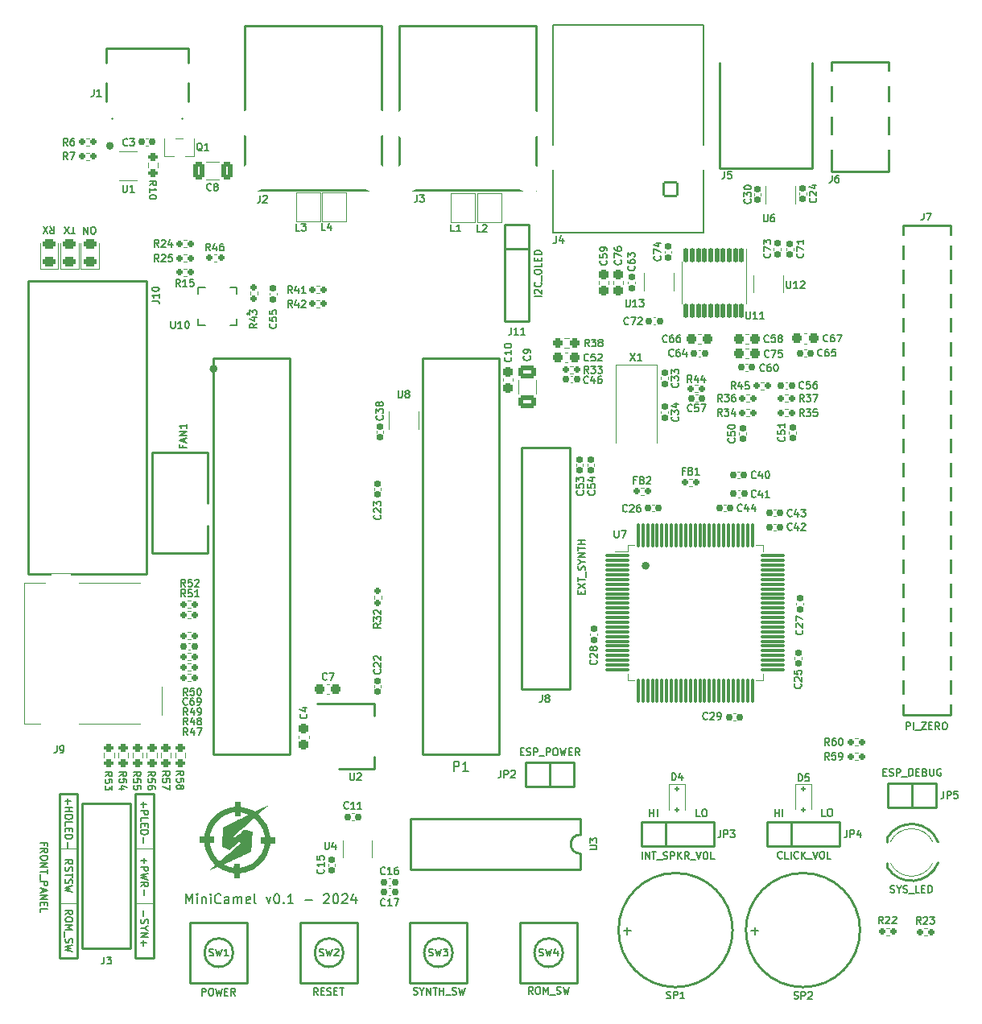
<source format=gto>
G04 #@! TF.GenerationSoftware,KiCad,Pcbnew,8.0.2-1*
G04 #@! TF.CreationDate,2024-06-26T09:27:30-04:00*
G04 #@! TF.ProjectId,MiniCamel,4d696e69-4361-46d6-956c-2e6b69636164,2.1*
G04 #@! TF.SameCoordinates,PX16e3600PY6052340*
G04 #@! TF.FileFunction,Legend,Top*
G04 #@! TF.FilePolarity,Positive*
%FSLAX46Y46*%
G04 Gerber Fmt 4.6, Leading zero omitted, Abs format (unit mm)*
G04 Created by KiCad (PCBNEW 8.0.2-1) date 2024-06-26 09:27:30*
%MOMM*%
%LPD*%
G01*
G04 APERTURE LIST*
G04 Aperture macros list*
%AMRoundRect*
0 Rectangle with rounded corners*
0 $1 Rounding radius*
0 $2 $3 $4 $5 $6 $7 $8 $9 X,Y pos of 4 corners*
0 Add a 4 corners polygon primitive as box body*
4,1,4,$2,$3,$4,$5,$6,$7,$8,$9,$2,$3,0*
0 Add four circle primitives for the rounded corners*
1,1,$1+$1,$2,$3*
1,1,$1+$1,$4,$5*
1,1,$1+$1,$6,$7*
1,1,$1+$1,$8,$9*
0 Add four rect primitives between the rounded corners*
20,1,$1+$1,$2,$3,$4,$5,0*
20,1,$1+$1,$4,$5,$6,$7,0*
20,1,$1+$1,$6,$7,$8,$9,0*
20,1,$1+$1,$8,$9,$2,$3,0*%
G04 Aperture macros list end*
%ADD10C,0.430317*%
%ADD11C,0.429683*%
%ADD12C,0.150000*%
%ADD13C,0.203200*%
%ADD14C,0.152400*%
%ADD15C,0.254000*%
%ADD16C,0.120000*%
%ADD17C,0.000000*%
%ADD18C,0.127000*%
%ADD19C,0.200000*%
%ADD20C,0.400000*%
%ADD21C,0.100000*%
%ADD22C,1.500000*%
%ADD23C,3.000000*%
%ADD24RoundRect,0.155000X0.155000X-0.212500X0.155000X0.212500X-0.155000X0.212500X-0.155000X-0.212500X0*%
%ADD25R,1.397000X1.397000*%
%ADD26C,1.397000*%
%ADD27RoundRect,0.237500X-0.250000X-0.237500X0.250000X-0.237500X0.250000X0.237500X-0.250000X0.237500X0*%
%ADD28RoundRect,0.237500X0.300000X0.237500X-0.300000X0.237500X-0.300000X-0.237500X0.300000X-0.237500X0*%
%ADD29RoundRect,0.160000X-0.197500X-0.160000X0.197500X-0.160000X0.197500X0.160000X-0.197500X0.160000X0*%
%ADD30R,0.600000X1.200000*%
%ADD31RoundRect,0.155000X0.212500X0.155000X-0.212500X0.155000X-0.212500X-0.155000X0.212500X-0.155000X0*%
%ADD32C,4.064000*%
%ADD33RoundRect,0.250000X-0.650000X0.412500X-0.650000X-0.412500X0.650000X-0.412500X0.650000X0.412500X0*%
%ADD34RoundRect,0.160000X-0.160000X0.197500X-0.160000X-0.197500X0.160000X-0.197500X0.160000X0.197500X0*%
%ADD35RoundRect,0.200000X0.275000X-0.200000X0.275000X0.200000X-0.275000X0.200000X-0.275000X-0.200000X0*%
%ADD36RoundRect,0.155000X-0.212500X-0.155000X0.212500X-0.155000X0.212500X0.155000X-0.212500X0.155000X0*%
%ADD37RoundRect,0.125000X-0.125000X0.125000X-0.125000X-0.125000X0.125000X-0.125000X0.125000X0.125000X0*%
%ADD38R,0.600000X2.800000*%
%ADD39RoundRect,0.112500X-0.112500X0.637500X-0.112500X-0.637500X0.112500X-0.637500X0.112500X0.637500X0*%
%ADD40R,1.600000X1.400000*%
%ADD41R,2.300000X1.020000*%
%ADD42R,0.700000X0.700000*%
%ADD43O,0.950000X0.370000*%
%ADD44O,0.370000X0.950000*%
%ADD45R,2.200000X2.200000*%
%ADD46RoundRect,0.237500X-0.237500X0.300000X-0.237500X-0.300000X0.237500X-0.300000X0.237500X0.300000X0*%
%ADD47C,3.250000*%
%ADD48RoundRect,0.102000X-0.704000X-0.704000X0.704000X-0.704000X0.704000X0.704000X-0.704000X0.704000X0*%
%ADD49C,1.612000*%
%ADD50C,1.734000*%
%ADD51C,2.604000*%
%ADD52R,1.200000X0.600000*%
%ADD53RoundRect,0.155000X-0.155000X0.212500X-0.155000X-0.212500X0.155000X-0.212500X0.155000X0.212500X0*%
%ADD54RoundRect,0.160000X0.197500X0.160000X-0.197500X0.160000X-0.197500X-0.160000X0.197500X-0.160000X0*%
%ADD55C,1.600000*%
%ADD56C,5.000000*%
%ADD57RoundRect,0.075000X-1.162500X-0.075000X1.162500X-0.075000X1.162500X0.075000X-1.162500X0.075000X0*%
%ADD58RoundRect,0.075000X-0.075000X-1.162500X0.075000X-1.162500X0.075000X1.162500X-0.075000X1.162500X0*%
%ADD59R,1.070000X1.800000*%
%ADD60O,1.070000X1.800000*%
%ADD61RoundRect,0.243750X0.456250X-0.243750X0.456250X0.243750X-0.456250X0.243750X-0.456250X-0.243750X0*%
%ADD62RoundRect,0.237500X-0.300000X-0.237500X0.300000X-0.237500X0.300000X0.237500X-0.300000X0.237500X0*%
%ADD63R,2.200000X1.600000*%
%ADD64RoundRect,0.237500X0.237500X-0.300000X0.237500X0.300000X-0.237500X0.300000X-0.237500X-0.300000X0*%
%ADD65C,0.600000*%
%ADD66R,0.600000X1.440000*%
%ADD67R,0.300000X1.500000*%
%ADD68O,0.900000X2.000000*%
%ADD69O,0.900000X1.700000*%
%ADD70C,1.300000*%
%ADD71C,1.700000*%
%ADD72R,2.000000X3.800000*%
%ADD73R,2.000000X1.500000*%
%ADD74R,1.600000X1.600000*%
%ADD75O,1.600000X1.600000*%
%ADD76RoundRect,0.160000X0.160000X-0.197500X0.160000X0.197500X-0.160000X0.197500X-0.160000X-0.197500X0*%
%ADD77R,1.530000X1.530000*%
%ADD78C,1.550000*%
%ADD79C,0.800000*%
%ADD80R,2.600000X0.630000*%
%ADD81RoundRect,0.250000X-0.325000X-0.650000X0.325000X-0.650000X0.325000X0.650000X-0.325000X0.650000X0*%
%ADD82C,1.000000*%
%ADD83R,1.300000X0.700000*%
%ADD84R,2.000000X1.200000*%
%ADD85R,1.400000X1.200000*%
%ADD86C,1.400000*%
%ADD87C,2.600000*%
%ADD88C,0.900000*%
G04 APERTURE END LIST*
D10*
X20215158Y44650000D02*
G75*
G02*
X19784842Y44650000I-215158J0D01*
G01*
X19784842Y44650000D02*
G75*
G02*
X20215158Y44650000I215158J0D01*
G01*
D11*
X65664841Y23950000D02*
G75*
G02*
X65235159Y23950000I-214841J0D01*
G01*
X65235159Y23950000D02*
G75*
G02*
X65664841Y23950000I214841J0D01*
G01*
D12*
X65902255Y-1674585D02*
X65902255Y-2424585D01*
X65902255Y-2067442D02*
X66330826Y-2067442D01*
X66330826Y-1674585D02*
X66330826Y-2424585D01*
X66687969Y-1674585D02*
X66687969Y-2424585D01*
X71169173Y-2425414D02*
X70812030Y-2425414D01*
X70812030Y-2425414D02*
X70812030Y-1675414D01*
X71562030Y-1675414D02*
X71704887Y-1675414D01*
X71704887Y-1675414D02*
X71776316Y-1711128D01*
X71776316Y-1711128D02*
X71847744Y-1782557D01*
X71847744Y-1782557D02*
X71883459Y-1925414D01*
X71883459Y-1925414D02*
X71883459Y-2175414D01*
X71883459Y-2175414D02*
X71847744Y-2318271D01*
X71847744Y-2318271D02*
X71776316Y-2389700D01*
X71776316Y-2389700D02*
X71704887Y-2425414D01*
X71704887Y-2425414D02*
X71562030Y-2425414D01*
X71562030Y-2425414D02*
X71490602Y-2389700D01*
X71490602Y-2389700D02*
X71419173Y-2318271D01*
X71419173Y-2318271D02*
X71383459Y-2175414D01*
X71383459Y-2175414D02*
X71383459Y-1925414D01*
X71383459Y-1925414D02*
X71419173Y-1782557D01*
X71419173Y-1782557D02*
X71490602Y-1711128D01*
X71490602Y-1711128D02*
X71562030Y-1675414D01*
D13*
X17125588Y-11590093D02*
X17125588Y-10574093D01*
X17125588Y-10574093D02*
X17464255Y-11299808D01*
X17464255Y-11299808D02*
X17802922Y-10574093D01*
X17802922Y-10574093D02*
X17802922Y-11590093D01*
X18286731Y-11590093D02*
X18286731Y-10912760D01*
X18286731Y-10574093D02*
X18238350Y-10622474D01*
X18238350Y-10622474D02*
X18286731Y-10670855D01*
X18286731Y-10670855D02*
X18335112Y-10622474D01*
X18335112Y-10622474D02*
X18286731Y-10574093D01*
X18286731Y-10574093D02*
X18286731Y-10670855D01*
X18770541Y-10912760D02*
X18770541Y-11590093D01*
X18770541Y-11009522D02*
X18818922Y-10961141D01*
X18818922Y-10961141D02*
X18915684Y-10912760D01*
X18915684Y-10912760D02*
X19060827Y-10912760D01*
X19060827Y-10912760D02*
X19157589Y-10961141D01*
X19157589Y-10961141D02*
X19205970Y-11057903D01*
X19205970Y-11057903D02*
X19205970Y-11590093D01*
X19689779Y-11590093D02*
X19689779Y-10912760D01*
X19689779Y-10574093D02*
X19641398Y-10622474D01*
X19641398Y-10622474D02*
X19689779Y-10670855D01*
X19689779Y-10670855D02*
X19738160Y-10622474D01*
X19738160Y-10622474D02*
X19689779Y-10574093D01*
X19689779Y-10574093D02*
X19689779Y-10670855D01*
X20754161Y-11493332D02*
X20705780Y-11541713D01*
X20705780Y-11541713D02*
X20560637Y-11590093D01*
X20560637Y-11590093D02*
X20463875Y-11590093D01*
X20463875Y-11590093D02*
X20318732Y-11541713D01*
X20318732Y-11541713D02*
X20221970Y-11444951D01*
X20221970Y-11444951D02*
X20173589Y-11348189D01*
X20173589Y-11348189D02*
X20125208Y-11154665D01*
X20125208Y-11154665D02*
X20125208Y-11009522D01*
X20125208Y-11009522D02*
X20173589Y-10815998D01*
X20173589Y-10815998D02*
X20221970Y-10719236D01*
X20221970Y-10719236D02*
X20318732Y-10622474D01*
X20318732Y-10622474D02*
X20463875Y-10574093D01*
X20463875Y-10574093D02*
X20560637Y-10574093D01*
X20560637Y-10574093D02*
X20705780Y-10622474D01*
X20705780Y-10622474D02*
X20754161Y-10670855D01*
X21625018Y-11590093D02*
X21625018Y-11057903D01*
X21625018Y-11057903D02*
X21576637Y-10961141D01*
X21576637Y-10961141D02*
X21479875Y-10912760D01*
X21479875Y-10912760D02*
X21286351Y-10912760D01*
X21286351Y-10912760D02*
X21189589Y-10961141D01*
X21625018Y-11541713D02*
X21528256Y-11590093D01*
X21528256Y-11590093D02*
X21286351Y-11590093D01*
X21286351Y-11590093D02*
X21189589Y-11541713D01*
X21189589Y-11541713D02*
X21141208Y-11444951D01*
X21141208Y-11444951D02*
X21141208Y-11348189D01*
X21141208Y-11348189D02*
X21189589Y-11251427D01*
X21189589Y-11251427D02*
X21286351Y-11203046D01*
X21286351Y-11203046D02*
X21528256Y-11203046D01*
X21528256Y-11203046D02*
X21625018Y-11154665D01*
X22108827Y-11590093D02*
X22108827Y-10912760D01*
X22108827Y-11009522D02*
X22157208Y-10961141D01*
X22157208Y-10961141D02*
X22253970Y-10912760D01*
X22253970Y-10912760D02*
X22399113Y-10912760D01*
X22399113Y-10912760D02*
X22495875Y-10961141D01*
X22495875Y-10961141D02*
X22544256Y-11057903D01*
X22544256Y-11057903D02*
X22544256Y-11590093D01*
X22544256Y-11057903D02*
X22592637Y-10961141D01*
X22592637Y-10961141D02*
X22689399Y-10912760D01*
X22689399Y-10912760D02*
X22834542Y-10912760D01*
X22834542Y-10912760D02*
X22931303Y-10961141D01*
X22931303Y-10961141D02*
X22979684Y-11057903D01*
X22979684Y-11057903D02*
X22979684Y-11590093D01*
X23850542Y-11541713D02*
X23753780Y-11590093D01*
X23753780Y-11590093D02*
X23560256Y-11590093D01*
X23560256Y-11590093D02*
X23463494Y-11541713D01*
X23463494Y-11541713D02*
X23415113Y-11444951D01*
X23415113Y-11444951D02*
X23415113Y-11057903D01*
X23415113Y-11057903D02*
X23463494Y-10961141D01*
X23463494Y-10961141D02*
X23560256Y-10912760D01*
X23560256Y-10912760D02*
X23753780Y-10912760D01*
X23753780Y-10912760D02*
X23850542Y-10961141D01*
X23850542Y-10961141D02*
X23898923Y-11057903D01*
X23898923Y-11057903D02*
X23898923Y-11154665D01*
X23898923Y-11154665D02*
X23415113Y-11251427D01*
X24479494Y-11590093D02*
X24382732Y-11541713D01*
X24382732Y-11541713D02*
X24334351Y-11444951D01*
X24334351Y-11444951D02*
X24334351Y-10574093D01*
X25543874Y-10912760D02*
X25785779Y-11590093D01*
X25785779Y-11590093D02*
X26027684Y-10912760D01*
X26608255Y-10574093D02*
X26705017Y-10574093D01*
X26705017Y-10574093D02*
X26801779Y-10622474D01*
X26801779Y-10622474D02*
X26850160Y-10670855D01*
X26850160Y-10670855D02*
X26898541Y-10767617D01*
X26898541Y-10767617D02*
X26946922Y-10961141D01*
X26946922Y-10961141D02*
X26946922Y-11203046D01*
X26946922Y-11203046D02*
X26898541Y-11396570D01*
X26898541Y-11396570D02*
X26850160Y-11493332D01*
X26850160Y-11493332D02*
X26801779Y-11541713D01*
X26801779Y-11541713D02*
X26705017Y-11590093D01*
X26705017Y-11590093D02*
X26608255Y-11590093D01*
X26608255Y-11590093D02*
X26511493Y-11541713D01*
X26511493Y-11541713D02*
X26463112Y-11493332D01*
X26463112Y-11493332D02*
X26414731Y-11396570D01*
X26414731Y-11396570D02*
X26366350Y-11203046D01*
X26366350Y-11203046D02*
X26366350Y-10961141D01*
X26366350Y-10961141D02*
X26414731Y-10767617D01*
X26414731Y-10767617D02*
X26463112Y-10670855D01*
X26463112Y-10670855D02*
X26511493Y-10622474D01*
X26511493Y-10622474D02*
X26608255Y-10574093D01*
X27382350Y-11493332D02*
X27430731Y-11541713D01*
X27430731Y-11541713D02*
X27382350Y-11590093D01*
X27382350Y-11590093D02*
X27333969Y-11541713D01*
X27333969Y-11541713D02*
X27382350Y-11493332D01*
X27382350Y-11493332D02*
X27382350Y-11590093D01*
X28398351Y-11590093D02*
X27817779Y-11590093D01*
X28108065Y-11590093D02*
X28108065Y-10574093D01*
X28108065Y-10574093D02*
X28011303Y-10719236D01*
X28011303Y-10719236D02*
X27914541Y-10815998D01*
X27914541Y-10815998D02*
X27817779Y-10864379D01*
X29607874Y-11203046D02*
X30381970Y-11203046D01*
X31591493Y-10670855D02*
X31639874Y-10622474D01*
X31639874Y-10622474D02*
X31736636Y-10574093D01*
X31736636Y-10574093D02*
X31978541Y-10574093D01*
X31978541Y-10574093D02*
X32075303Y-10622474D01*
X32075303Y-10622474D02*
X32123684Y-10670855D01*
X32123684Y-10670855D02*
X32172065Y-10767617D01*
X32172065Y-10767617D02*
X32172065Y-10864379D01*
X32172065Y-10864379D02*
X32123684Y-11009522D01*
X32123684Y-11009522D02*
X31543112Y-11590093D01*
X31543112Y-11590093D02*
X32172065Y-11590093D01*
X32801017Y-10574093D02*
X32897779Y-10574093D01*
X32897779Y-10574093D02*
X32994541Y-10622474D01*
X32994541Y-10622474D02*
X33042922Y-10670855D01*
X33042922Y-10670855D02*
X33091303Y-10767617D01*
X33091303Y-10767617D02*
X33139684Y-10961141D01*
X33139684Y-10961141D02*
X33139684Y-11203046D01*
X33139684Y-11203046D02*
X33091303Y-11396570D01*
X33091303Y-11396570D02*
X33042922Y-11493332D01*
X33042922Y-11493332D02*
X32994541Y-11541713D01*
X32994541Y-11541713D02*
X32897779Y-11590093D01*
X32897779Y-11590093D02*
X32801017Y-11590093D01*
X32801017Y-11590093D02*
X32704255Y-11541713D01*
X32704255Y-11541713D02*
X32655874Y-11493332D01*
X32655874Y-11493332D02*
X32607493Y-11396570D01*
X32607493Y-11396570D02*
X32559112Y-11203046D01*
X32559112Y-11203046D02*
X32559112Y-10961141D01*
X32559112Y-10961141D02*
X32607493Y-10767617D01*
X32607493Y-10767617D02*
X32655874Y-10670855D01*
X32655874Y-10670855D02*
X32704255Y-10622474D01*
X32704255Y-10622474D02*
X32801017Y-10574093D01*
X33526731Y-10670855D02*
X33575112Y-10622474D01*
X33575112Y-10622474D02*
X33671874Y-10574093D01*
X33671874Y-10574093D02*
X33913779Y-10574093D01*
X33913779Y-10574093D02*
X34010541Y-10622474D01*
X34010541Y-10622474D02*
X34058922Y-10670855D01*
X34058922Y-10670855D02*
X34107303Y-10767617D01*
X34107303Y-10767617D02*
X34107303Y-10864379D01*
X34107303Y-10864379D02*
X34058922Y-11009522D01*
X34058922Y-11009522D02*
X33478350Y-11590093D01*
X33478350Y-11590093D02*
X34107303Y-11590093D01*
X34978160Y-10912760D02*
X34978160Y-11590093D01*
X34736255Y-10525713D02*
X34494350Y-11251427D01*
X34494350Y-11251427D02*
X35123303Y-11251427D01*
D12*
X79077255Y-1649585D02*
X79077255Y-2399585D01*
X79077255Y-2042442D02*
X79505826Y-2042442D01*
X79505826Y-1649585D02*
X79505826Y-2399585D01*
X79862969Y-1649585D02*
X79862969Y-2399585D01*
X7404887Y58825415D02*
X7262030Y58825415D01*
X7262030Y58825415D02*
X7190601Y58861129D01*
X7190601Y58861129D02*
X7119173Y58932558D01*
X7119173Y58932558D02*
X7083458Y59075415D01*
X7083458Y59075415D02*
X7083458Y59325415D01*
X7083458Y59325415D02*
X7119173Y59468272D01*
X7119173Y59468272D02*
X7190601Y59539700D01*
X7190601Y59539700D02*
X7262030Y59575415D01*
X7262030Y59575415D02*
X7404887Y59575415D01*
X7404887Y59575415D02*
X7476316Y59539700D01*
X7476316Y59539700D02*
X7547744Y59468272D01*
X7547744Y59468272D02*
X7583458Y59325415D01*
X7583458Y59325415D02*
X7583458Y59075415D01*
X7583458Y59075415D02*
X7547744Y58932558D01*
X7547744Y58932558D02*
X7476316Y58861129D01*
X7476316Y58861129D02*
X7404887Y58825415D01*
X6762030Y59575415D02*
X6762030Y58825415D01*
X6762030Y58825415D02*
X6333459Y59575415D01*
X6333459Y59575415D02*
X6333459Y58825415D01*
X84369173Y-2400414D02*
X84012030Y-2400414D01*
X84012030Y-2400414D02*
X84012030Y-1650414D01*
X84762030Y-1650414D02*
X84904887Y-1650414D01*
X84904887Y-1650414D02*
X84976316Y-1686128D01*
X84976316Y-1686128D02*
X85047744Y-1757557D01*
X85047744Y-1757557D02*
X85083459Y-1900414D01*
X85083459Y-1900414D02*
X85083459Y-2150414D01*
X85083459Y-2150414D02*
X85047744Y-2293271D01*
X85047744Y-2293271D02*
X84976316Y-2364700D01*
X84976316Y-2364700D02*
X84904887Y-2400414D01*
X84904887Y-2400414D02*
X84762030Y-2400414D01*
X84762030Y-2400414D02*
X84690602Y-2364700D01*
X84690602Y-2364700D02*
X84619173Y-2293271D01*
X84619173Y-2293271D02*
X84583459Y-2150414D01*
X84583459Y-2150414D02*
X84583459Y-1900414D01*
X84583459Y-1900414D02*
X84619173Y-1757557D01*
X84619173Y-1757557D02*
X84690602Y-1686128D01*
X84690602Y-1686128D02*
X84762030Y-1650414D01*
X41406000Y62950836D02*
X41406000Y62415122D01*
X41406000Y62415122D02*
X41370285Y62307979D01*
X41370285Y62307979D02*
X41298857Y62236550D01*
X41298857Y62236550D02*
X41191714Y62200836D01*
X41191714Y62200836D02*
X41120285Y62200836D01*
X41691714Y62950836D02*
X42156000Y62950836D01*
X42156000Y62950836D02*
X41906000Y62665122D01*
X41906000Y62665122D02*
X42013143Y62665122D01*
X42013143Y62665122D02*
X42084572Y62629408D01*
X42084572Y62629408D02*
X42120286Y62593693D01*
X42120286Y62593693D02*
X42156000Y62522265D01*
X42156000Y62522265D02*
X42156000Y62343693D01*
X42156000Y62343693D02*
X42120286Y62272265D01*
X42120286Y62272265D02*
X42084572Y62236550D01*
X42084572Y62236550D02*
X42013143Y62200836D01*
X42013143Y62200836D02*
X41798857Y62200836D01*
X41798857Y62200836D02*
X41727429Y62236550D01*
X41727429Y62236550D02*
X41691714Y62272265D01*
X37517735Y13042857D02*
X37553450Y13007143D01*
X37553450Y13007143D02*
X37589164Y12900000D01*
X37589164Y12900000D02*
X37589164Y12828572D01*
X37589164Y12828572D02*
X37553450Y12721429D01*
X37553450Y12721429D02*
X37482021Y12650000D01*
X37482021Y12650000D02*
X37410592Y12614286D01*
X37410592Y12614286D02*
X37267735Y12578572D01*
X37267735Y12578572D02*
X37160592Y12578572D01*
X37160592Y12578572D02*
X37017735Y12614286D01*
X37017735Y12614286D02*
X36946307Y12650000D01*
X36946307Y12650000D02*
X36874878Y12721429D01*
X36874878Y12721429D02*
X36839164Y12828572D01*
X36839164Y12828572D02*
X36839164Y12900000D01*
X36839164Y12900000D02*
X36874878Y13007143D01*
X36874878Y13007143D02*
X36910592Y13042857D01*
X36910592Y13328572D02*
X36874878Y13364286D01*
X36874878Y13364286D02*
X36839164Y13435714D01*
X36839164Y13435714D02*
X36839164Y13614286D01*
X36839164Y13614286D02*
X36874878Y13685714D01*
X36874878Y13685714D02*
X36910592Y13721429D01*
X36910592Y13721429D02*
X36982021Y13757143D01*
X36982021Y13757143D02*
X37053450Y13757143D01*
X37053450Y13757143D02*
X37160592Y13721429D01*
X37160592Y13721429D02*
X37589164Y13292857D01*
X37589164Y13292857D02*
X37589164Y13757143D01*
X36910592Y14042858D02*
X36874878Y14078572D01*
X36874878Y14078572D02*
X36839164Y14150000D01*
X36839164Y14150000D02*
X36839164Y14328572D01*
X36839164Y14328572D02*
X36874878Y14400000D01*
X36874878Y14400000D02*
X36910592Y14435715D01*
X36910592Y14435715D02*
X36982021Y14471429D01*
X36982021Y14471429D02*
X37053450Y14471429D01*
X37053450Y14471429D02*
X37160592Y14435715D01*
X37160592Y14435715D02*
X37589164Y14007143D01*
X37589164Y14007143D02*
X37589164Y14471429D01*
X51317857Y48985836D02*
X51317857Y48450122D01*
X51317857Y48450122D02*
X51282142Y48342979D01*
X51282142Y48342979D02*
X51210714Y48271550D01*
X51210714Y48271550D02*
X51103571Y48235836D01*
X51103571Y48235836D02*
X51032142Y48235836D01*
X52067857Y48235836D02*
X51639286Y48235836D01*
X51853571Y48235836D02*
X51853571Y48985836D01*
X51853571Y48985836D02*
X51782143Y48878693D01*
X51782143Y48878693D02*
X51710714Y48807265D01*
X51710714Y48807265D02*
X51639286Y48771550D01*
X52782143Y48235836D02*
X52353572Y48235836D01*
X52567857Y48235836D02*
X52567857Y48985836D01*
X52567857Y48985836D02*
X52496429Y48878693D01*
X52496429Y48878693D02*
X52425000Y48807265D01*
X52425000Y48807265D02*
X52353572Y48771550D01*
X54489164Y52246429D02*
X53739164Y52246429D01*
X53810592Y52567858D02*
X53774878Y52603572D01*
X53774878Y52603572D02*
X53739164Y52675000D01*
X53739164Y52675000D02*
X53739164Y52853572D01*
X53739164Y52853572D02*
X53774878Y52925000D01*
X53774878Y52925000D02*
X53810592Y52960715D01*
X53810592Y52960715D02*
X53882021Y52996429D01*
X53882021Y52996429D02*
X53953450Y52996429D01*
X53953450Y52996429D02*
X54060592Y52960715D01*
X54060592Y52960715D02*
X54489164Y52532143D01*
X54489164Y52532143D02*
X54489164Y52996429D01*
X54417735Y53746429D02*
X54453450Y53710715D01*
X54453450Y53710715D02*
X54489164Y53603572D01*
X54489164Y53603572D02*
X54489164Y53532144D01*
X54489164Y53532144D02*
X54453450Y53425001D01*
X54453450Y53425001D02*
X54382021Y53353572D01*
X54382021Y53353572D02*
X54310592Y53317858D01*
X54310592Y53317858D02*
X54167735Y53282144D01*
X54167735Y53282144D02*
X54060592Y53282144D01*
X54060592Y53282144D02*
X53917735Y53317858D01*
X53917735Y53317858D02*
X53846307Y53353572D01*
X53846307Y53353572D02*
X53774878Y53425001D01*
X53774878Y53425001D02*
X53739164Y53532144D01*
X53739164Y53532144D02*
X53739164Y53603572D01*
X53739164Y53603572D02*
X53774878Y53710715D01*
X53774878Y53710715D02*
X53810592Y53746429D01*
X54560592Y53889286D02*
X54560592Y54460715D01*
X53739164Y54782144D02*
X53739164Y54925001D01*
X53739164Y54925001D02*
X53774878Y54996430D01*
X53774878Y54996430D02*
X53846307Y55067858D01*
X53846307Y55067858D02*
X53989164Y55103573D01*
X53989164Y55103573D02*
X54239164Y55103573D01*
X54239164Y55103573D02*
X54382021Y55067858D01*
X54382021Y55067858D02*
X54453450Y54996430D01*
X54453450Y54996430D02*
X54489164Y54925001D01*
X54489164Y54925001D02*
X54489164Y54782144D01*
X54489164Y54782144D02*
X54453450Y54710715D01*
X54453450Y54710715D02*
X54382021Y54639287D01*
X54382021Y54639287D02*
X54239164Y54603573D01*
X54239164Y54603573D02*
X53989164Y54603573D01*
X53989164Y54603573D02*
X53846307Y54639287D01*
X53846307Y54639287D02*
X53774878Y54710715D01*
X53774878Y54710715D02*
X53739164Y54782144D01*
X54489164Y55782144D02*
X54489164Y55425001D01*
X54489164Y55425001D02*
X53739164Y55425001D01*
X54096307Y56032144D02*
X54096307Y56282144D01*
X54489164Y56389287D02*
X54489164Y56032144D01*
X54489164Y56032144D02*
X53739164Y56032144D01*
X53739164Y56032144D02*
X53739164Y56389287D01*
X54489164Y56710715D02*
X53739164Y56710715D01*
X53739164Y56710715D02*
X53739164Y56889286D01*
X53739164Y56889286D02*
X53774878Y56996429D01*
X53774878Y56996429D02*
X53846307Y57067858D01*
X53846307Y57067858D02*
X53917735Y57103572D01*
X53917735Y57103572D02*
X54060592Y57139286D01*
X54060592Y57139286D02*
X54167735Y57139286D01*
X54167735Y57139286D02*
X54310592Y57103572D01*
X54310592Y57103572D02*
X54382021Y57067858D01*
X54382021Y57067858D02*
X54453450Y56996429D01*
X54453450Y56996429D02*
X54489164Y56889286D01*
X54489164Y56889286D02*
X54489164Y56710715D01*
X59485356Y47000836D02*
X59235356Y47357979D01*
X59056785Y47000836D02*
X59056785Y47750836D01*
X59056785Y47750836D02*
X59342499Y47750836D01*
X59342499Y47750836D02*
X59413928Y47715122D01*
X59413928Y47715122D02*
X59449642Y47679408D01*
X59449642Y47679408D02*
X59485356Y47607979D01*
X59485356Y47607979D02*
X59485356Y47500836D01*
X59485356Y47500836D02*
X59449642Y47429408D01*
X59449642Y47429408D02*
X59413928Y47393693D01*
X59413928Y47393693D02*
X59342499Y47357979D01*
X59342499Y47357979D02*
X59056785Y47357979D01*
X59735356Y47750836D02*
X60199642Y47750836D01*
X60199642Y47750836D02*
X59949642Y47465122D01*
X59949642Y47465122D02*
X60056785Y47465122D01*
X60056785Y47465122D02*
X60128214Y47429408D01*
X60128214Y47429408D02*
X60163928Y47393693D01*
X60163928Y47393693D02*
X60199642Y47322265D01*
X60199642Y47322265D02*
X60199642Y47143693D01*
X60199642Y47143693D02*
X60163928Y47072265D01*
X60163928Y47072265D02*
X60128214Y47036550D01*
X60128214Y47036550D02*
X60056785Y47000836D01*
X60056785Y47000836D02*
X59842499Y47000836D01*
X59842499Y47000836D02*
X59771071Y47036550D01*
X59771071Y47036550D02*
X59735356Y47072265D01*
X60628214Y47429408D02*
X60556785Y47465122D01*
X60556785Y47465122D02*
X60521071Y47500836D01*
X60521071Y47500836D02*
X60485357Y47572265D01*
X60485357Y47572265D02*
X60485357Y47607979D01*
X60485357Y47607979D02*
X60521071Y47679408D01*
X60521071Y47679408D02*
X60556785Y47715122D01*
X60556785Y47715122D02*
X60628214Y47750836D01*
X60628214Y47750836D02*
X60771071Y47750836D01*
X60771071Y47750836D02*
X60842500Y47715122D01*
X60842500Y47715122D02*
X60878214Y47679408D01*
X60878214Y47679408D02*
X60913928Y47607979D01*
X60913928Y47607979D02*
X60913928Y47572265D01*
X60913928Y47572265D02*
X60878214Y47500836D01*
X60878214Y47500836D02*
X60842500Y47465122D01*
X60842500Y47465122D02*
X60771071Y47429408D01*
X60771071Y47429408D02*
X60628214Y47429408D01*
X60628214Y47429408D02*
X60556785Y47393693D01*
X60556785Y47393693D02*
X60521071Y47357979D01*
X60521071Y47357979D02*
X60485357Y47286550D01*
X60485357Y47286550D02*
X60485357Y47143693D01*
X60485357Y47143693D02*
X60521071Y47072265D01*
X60521071Y47072265D02*
X60556785Y47036550D01*
X60556785Y47036550D02*
X60628214Y47000836D01*
X60628214Y47000836D02*
X60771071Y47000836D01*
X60771071Y47000836D02*
X60842500Y47036550D01*
X60842500Y47036550D02*
X60878214Y47072265D01*
X60878214Y47072265D02*
X60913928Y47143693D01*
X60913928Y47143693D02*
X60913928Y47286550D01*
X60913928Y47286550D02*
X60878214Y47357979D01*
X60878214Y47357979D02*
X60842500Y47393693D01*
X60842500Y47393693D02*
X60771071Y47429408D01*
X31924999Y12007265D02*
X31889285Y11971550D01*
X31889285Y11971550D02*
X31782142Y11935836D01*
X31782142Y11935836D02*
X31710714Y11935836D01*
X31710714Y11935836D02*
X31603571Y11971550D01*
X31603571Y11971550D02*
X31532142Y12042979D01*
X31532142Y12042979D02*
X31496428Y12114408D01*
X31496428Y12114408D02*
X31460714Y12257265D01*
X31460714Y12257265D02*
X31460714Y12364408D01*
X31460714Y12364408D02*
X31496428Y12507265D01*
X31496428Y12507265D02*
X31532142Y12578693D01*
X31532142Y12578693D02*
X31603571Y12650122D01*
X31603571Y12650122D02*
X31710714Y12685836D01*
X31710714Y12685836D02*
X31782142Y12685836D01*
X31782142Y12685836D02*
X31889285Y12650122D01*
X31889285Y12650122D02*
X31924999Y12614408D01*
X32174999Y12685836D02*
X32674999Y12685836D01*
X32674999Y12685836D02*
X32353571Y11935836D01*
X17292856Y7210836D02*
X17042856Y7567979D01*
X16864285Y7210836D02*
X16864285Y7960836D01*
X16864285Y7960836D02*
X17149999Y7960836D01*
X17149999Y7960836D02*
X17221428Y7925122D01*
X17221428Y7925122D02*
X17257142Y7889408D01*
X17257142Y7889408D02*
X17292856Y7817979D01*
X17292856Y7817979D02*
X17292856Y7710836D01*
X17292856Y7710836D02*
X17257142Y7639408D01*
X17257142Y7639408D02*
X17221428Y7603693D01*
X17221428Y7603693D02*
X17149999Y7567979D01*
X17149999Y7567979D02*
X16864285Y7567979D01*
X17935714Y7710836D02*
X17935714Y7210836D01*
X17757142Y7996550D02*
X17578571Y7460836D01*
X17578571Y7460836D02*
X18042856Y7460836D01*
X18435714Y7639408D02*
X18364285Y7675122D01*
X18364285Y7675122D02*
X18328571Y7710836D01*
X18328571Y7710836D02*
X18292857Y7782265D01*
X18292857Y7782265D02*
X18292857Y7817979D01*
X18292857Y7817979D02*
X18328571Y7889408D01*
X18328571Y7889408D02*
X18364285Y7925122D01*
X18364285Y7925122D02*
X18435714Y7960836D01*
X18435714Y7960836D02*
X18578571Y7960836D01*
X18578571Y7960836D02*
X18650000Y7925122D01*
X18650000Y7925122D02*
X18685714Y7889408D01*
X18685714Y7889408D02*
X18721428Y7817979D01*
X18721428Y7817979D02*
X18721428Y7782265D01*
X18721428Y7782265D02*
X18685714Y7710836D01*
X18685714Y7710836D02*
X18650000Y7675122D01*
X18650000Y7675122D02*
X18578571Y7639408D01*
X18578571Y7639408D02*
X18435714Y7639408D01*
X18435714Y7639408D02*
X18364285Y7603693D01*
X18364285Y7603693D02*
X18328571Y7567979D01*
X18328571Y7567979D02*
X18292857Y7496550D01*
X18292857Y7496550D02*
X18292857Y7353693D01*
X18292857Y7353693D02*
X18328571Y7282265D01*
X18328571Y7282265D02*
X18364285Y7246550D01*
X18364285Y7246550D02*
X18435714Y7210836D01*
X18435714Y7210836D02*
X18578571Y7210836D01*
X18578571Y7210836D02*
X18650000Y7246550D01*
X18650000Y7246550D02*
X18685714Y7282265D01*
X18685714Y7282265D02*
X18721428Y7353693D01*
X18721428Y7353693D02*
X18721428Y7496550D01*
X18721428Y7496550D02*
X18685714Y7567979D01*
X18685714Y7567979D02*
X18650000Y7603693D01*
X18650000Y7603693D02*
X18578571Y7639408D01*
X39418571Y42370836D02*
X39418571Y41763693D01*
X39418571Y41763693D02*
X39454285Y41692265D01*
X39454285Y41692265D02*
X39490000Y41656550D01*
X39490000Y41656550D02*
X39561428Y41620836D01*
X39561428Y41620836D02*
X39704285Y41620836D01*
X39704285Y41620836D02*
X39775714Y41656550D01*
X39775714Y41656550D02*
X39811428Y41692265D01*
X39811428Y41692265D02*
X39847142Y41763693D01*
X39847142Y41763693D02*
X39847142Y42370836D01*
X40311428Y42049408D02*
X40239999Y42085122D01*
X40239999Y42085122D02*
X40204285Y42120836D01*
X40204285Y42120836D02*
X40168571Y42192265D01*
X40168571Y42192265D02*
X40168571Y42227979D01*
X40168571Y42227979D02*
X40204285Y42299408D01*
X40204285Y42299408D02*
X40239999Y42335122D01*
X40239999Y42335122D02*
X40311428Y42370836D01*
X40311428Y42370836D02*
X40454285Y42370836D01*
X40454285Y42370836D02*
X40525714Y42335122D01*
X40525714Y42335122D02*
X40561428Y42299408D01*
X40561428Y42299408D02*
X40597142Y42227979D01*
X40597142Y42227979D02*
X40597142Y42192265D01*
X40597142Y42192265D02*
X40561428Y42120836D01*
X40561428Y42120836D02*
X40525714Y42085122D01*
X40525714Y42085122D02*
X40454285Y42049408D01*
X40454285Y42049408D02*
X40311428Y42049408D01*
X40311428Y42049408D02*
X40239999Y42013693D01*
X40239999Y42013693D02*
X40204285Y41977979D01*
X40204285Y41977979D02*
X40168571Y41906550D01*
X40168571Y41906550D02*
X40168571Y41763693D01*
X40168571Y41763693D02*
X40204285Y41692265D01*
X40204285Y41692265D02*
X40239999Y41656550D01*
X40239999Y41656550D02*
X40311428Y41620836D01*
X40311428Y41620836D02*
X40454285Y41620836D01*
X40454285Y41620836D02*
X40525714Y41656550D01*
X40525714Y41656550D02*
X40561428Y41692265D01*
X40561428Y41692265D02*
X40597142Y41763693D01*
X40597142Y41763693D02*
X40597142Y41906550D01*
X40597142Y41906550D02*
X40561428Y41977979D01*
X40561428Y41977979D02*
X40525714Y42013693D01*
X40525714Y42013693D02*
X40454285Y42049408D01*
X77042856Y31207265D02*
X77007142Y31171550D01*
X77007142Y31171550D02*
X76899999Y31135836D01*
X76899999Y31135836D02*
X76828571Y31135836D01*
X76828571Y31135836D02*
X76721428Y31171550D01*
X76721428Y31171550D02*
X76649999Y31242979D01*
X76649999Y31242979D02*
X76614285Y31314408D01*
X76614285Y31314408D02*
X76578571Y31457265D01*
X76578571Y31457265D02*
X76578571Y31564408D01*
X76578571Y31564408D02*
X76614285Y31707265D01*
X76614285Y31707265D02*
X76649999Y31778693D01*
X76649999Y31778693D02*
X76721428Y31850122D01*
X76721428Y31850122D02*
X76828571Y31885836D01*
X76828571Y31885836D02*
X76899999Y31885836D01*
X76899999Y31885836D02*
X77007142Y31850122D01*
X77007142Y31850122D02*
X77042856Y31814408D01*
X77685714Y31635836D02*
X77685714Y31135836D01*
X77507142Y31921550D02*
X77328571Y31385836D01*
X77328571Y31385836D02*
X77792856Y31385836D01*
X78471428Y31135836D02*
X78042857Y31135836D01*
X78257142Y31135836D02*
X78257142Y31885836D01*
X78257142Y31885836D02*
X78185714Y31778693D01*
X78185714Y31778693D02*
X78114285Y31707265D01*
X78114285Y31707265D02*
X78042857Y31671550D01*
X84017856Y46057265D02*
X83982142Y46021550D01*
X83982142Y46021550D02*
X83874999Y45985836D01*
X83874999Y45985836D02*
X83803571Y45985836D01*
X83803571Y45985836D02*
X83696428Y46021550D01*
X83696428Y46021550D02*
X83624999Y46092979D01*
X83624999Y46092979D02*
X83589285Y46164408D01*
X83589285Y46164408D02*
X83553571Y46307265D01*
X83553571Y46307265D02*
X83553571Y46414408D01*
X83553571Y46414408D02*
X83589285Y46557265D01*
X83589285Y46557265D02*
X83624999Y46628693D01*
X83624999Y46628693D02*
X83696428Y46700122D01*
X83696428Y46700122D02*
X83803571Y46735836D01*
X83803571Y46735836D02*
X83874999Y46735836D01*
X83874999Y46735836D02*
X83982142Y46700122D01*
X83982142Y46700122D02*
X84017856Y46664408D01*
X84660714Y46735836D02*
X84517856Y46735836D01*
X84517856Y46735836D02*
X84446428Y46700122D01*
X84446428Y46700122D02*
X84410714Y46664408D01*
X84410714Y46664408D02*
X84339285Y46557265D01*
X84339285Y46557265D02*
X84303571Y46414408D01*
X84303571Y46414408D02*
X84303571Y46128693D01*
X84303571Y46128693D02*
X84339285Y46057265D01*
X84339285Y46057265D02*
X84374999Y46021550D01*
X84374999Y46021550D02*
X84446428Y45985836D01*
X84446428Y45985836D02*
X84589285Y45985836D01*
X84589285Y45985836D02*
X84660714Y46021550D01*
X84660714Y46021550D02*
X84696428Y46057265D01*
X84696428Y46057265D02*
X84732142Y46128693D01*
X84732142Y46128693D02*
X84732142Y46307265D01*
X84732142Y46307265D02*
X84696428Y46378693D01*
X84696428Y46378693D02*
X84660714Y46414408D01*
X84660714Y46414408D02*
X84589285Y46450122D01*
X84589285Y46450122D02*
X84446428Y46450122D01*
X84446428Y46450122D02*
X84374999Y46414408D01*
X84374999Y46414408D02*
X84339285Y46378693D01*
X84339285Y46378693D02*
X84303571Y46307265D01*
X85410714Y46735836D02*
X85053571Y46735836D01*
X85053571Y46735836D02*
X85017857Y46378693D01*
X85017857Y46378693D02*
X85053571Y46414408D01*
X85053571Y46414408D02*
X85125000Y46450122D01*
X85125000Y46450122D02*
X85303571Y46450122D01*
X85303571Y46450122D02*
X85375000Y46414408D01*
X85375000Y46414408D02*
X85410714Y46378693D01*
X85410714Y46378693D02*
X85446428Y46307265D01*
X85446428Y46307265D02*
X85446428Y46128693D01*
X85446428Y46128693D02*
X85410714Y46057265D01*
X85410714Y46057265D02*
X85375000Y46021550D01*
X85375000Y46021550D02*
X85303571Y45985836D01*
X85303571Y45985836D02*
X85125000Y45985836D01*
X85125000Y45985836D02*
X85053571Y46021550D01*
X85053571Y46021550D02*
X85017857Y46057265D01*
X28267856Y52610836D02*
X28017856Y52967979D01*
X27839285Y52610836D02*
X27839285Y53360836D01*
X27839285Y53360836D02*
X28124999Y53360836D01*
X28124999Y53360836D02*
X28196428Y53325122D01*
X28196428Y53325122D02*
X28232142Y53289408D01*
X28232142Y53289408D02*
X28267856Y53217979D01*
X28267856Y53217979D02*
X28267856Y53110836D01*
X28267856Y53110836D02*
X28232142Y53039408D01*
X28232142Y53039408D02*
X28196428Y53003693D01*
X28196428Y53003693D02*
X28124999Y52967979D01*
X28124999Y52967979D02*
X27839285Y52967979D01*
X28910714Y53110836D02*
X28910714Y52610836D01*
X28732142Y53396550D02*
X28553571Y52860836D01*
X28553571Y52860836D02*
X29017856Y52860836D01*
X29696428Y52610836D02*
X29267857Y52610836D01*
X29482142Y52610836D02*
X29482142Y53360836D01*
X29482142Y53360836D02*
X29410714Y53253693D01*
X29410714Y53253693D02*
X29339285Y53182265D01*
X29339285Y53182265D02*
X29267857Y53146550D01*
X63505356Y29672265D02*
X63469642Y29636550D01*
X63469642Y29636550D02*
X63362499Y29600836D01*
X63362499Y29600836D02*
X63291071Y29600836D01*
X63291071Y29600836D02*
X63183928Y29636550D01*
X63183928Y29636550D02*
X63112499Y29707979D01*
X63112499Y29707979D02*
X63076785Y29779408D01*
X63076785Y29779408D02*
X63041071Y29922265D01*
X63041071Y29922265D02*
X63041071Y30029408D01*
X63041071Y30029408D02*
X63076785Y30172265D01*
X63076785Y30172265D02*
X63112499Y30243693D01*
X63112499Y30243693D02*
X63183928Y30315122D01*
X63183928Y30315122D02*
X63291071Y30350836D01*
X63291071Y30350836D02*
X63362499Y30350836D01*
X63362499Y30350836D02*
X63469642Y30315122D01*
X63469642Y30315122D02*
X63505356Y30279408D01*
X63791071Y30279408D02*
X63826785Y30315122D01*
X63826785Y30315122D02*
X63898214Y30350836D01*
X63898214Y30350836D02*
X64076785Y30350836D01*
X64076785Y30350836D02*
X64148214Y30315122D01*
X64148214Y30315122D02*
X64183928Y30279408D01*
X64183928Y30279408D02*
X64219642Y30207979D01*
X64219642Y30207979D02*
X64219642Y30136550D01*
X64219642Y30136550D02*
X64183928Y30029408D01*
X64183928Y30029408D02*
X63755356Y29600836D01*
X63755356Y29600836D02*
X64219642Y29600836D01*
X64862500Y30350836D02*
X64719642Y30350836D01*
X64719642Y30350836D02*
X64648214Y30315122D01*
X64648214Y30315122D02*
X64612500Y30279408D01*
X64612500Y30279408D02*
X64541071Y30172265D01*
X64541071Y30172265D02*
X64505357Y30029408D01*
X64505357Y30029408D02*
X64505357Y29743693D01*
X64505357Y29743693D02*
X64541071Y29672265D01*
X64541071Y29672265D02*
X64576785Y29636550D01*
X64576785Y29636550D02*
X64648214Y29600836D01*
X64648214Y29600836D02*
X64791071Y29600836D01*
X64791071Y29600836D02*
X64862500Y29636550D01*
X64862500Y29636550D02*
X64898214Y29672265D01*
X64898214Y29672265D02*
X64933928Y29743693D01*
X64933928Y29743693D02*
X64933928Y29922265D01*
X64933928Y29922265D02*
X64898214Y29993693D01*
X64898214Y29993693D02*
X64862500Y30029408D01*
X64862500Y30029408D02*
X64791071Y30065122D01*
X64791071Y30065122D02*
X64648214Y30065122D01*
X64648214Y30065122D02*
X64576785Y30029408D01*
X64576785Y30029408D02*
X64541071Y29993693D01*
X64541071Y29993693D02*
X64505357Y29922265D01*
X38025356Y-11757735D02*
X37989642Y-11793450D01*
X37989642Y-11793450D02*
X37882499Y-11829164D01*
X37882499Y-11829164D02*
X37811071Y-11829164D01*
X37811071Y-11829164D02*
X37703928Y-11793450D01*
X37703928Y-11793450D02*
X37632499Y-11722021D01*
X37632499Y-11722021D02*
X37596785Y-11650592D01*
X37596785Y-11650592D02*
X37561071Y-11507735D01*
X37561071Y-11507735D02*
X37561071Y-11400592D01*
X37561071Y-11400592D02*
X37596785Y-11257735D01*
X37596785Y-11257735D02*
X37632499Y-11186307D01*
X37632499Y-11186307D02*
X37703928Y-11114878D01*
X37703928Y-11114878D02*
X37811071Y-11079164D01*
X37811071Y-11079164D02*
X37882499Y-11079164D01*
X37882499Y-11079164D02*
X37989642Y-11114878D01*
X37989642Y-11114878D02*
X38025356Y-11150592D01*
X38739642Y-11829164D02*
X38311071Y-11829164D01*
X38525356Y-11829164D02*
X38525356Y-11079164D01*
X38525356Y-11079164D02*
X38453928Y-11186307D01*
X38453928Y-11186307D02*
X38382499Y-11257735D01*
X38382499Y-11257735D02*
X38311071Y-11293450D01*
X38989642Y-11079164D02*
X39489642Y-11079164D01*
X39489642Y-11079164D02*
X39168214Y-11829164D01*
X24896000Y62894836D02*
X24896000Y62359122D01*
X24896000Y62359122D02*
X24860285Y62251979D01*
X24860285Y62251979D02*
X24788857Y62180550D01*
X24788857Y62180550D02*
X24681714Y62144836D01*
X24681714Y62144836D02*
X24610285Y62144836D01*
X25217429Y62823408D02*
X25253143Y62859122D01*
X25253143Y62859122D02*
X25324572Y62894836D01*
X25324572Y62894836D02*
X25503143Y62894836D01*
X25503143Y62894836D02*
X25574572Y62859122D01*
X25574572Y62859122D02*
X25610286Y62823408D01*
X25610286Y62823408D02*
X25646000Y62751979D01*
X25646000Y62751979D02*
X25646000Y62680550D01*
X25646000Y62680550D02*
X25610286Y62573408D01*
X25610286Y62573408D02*
X25181714Y62144836D01*
X25181714Y62144836D02*
X25646000Y62144836D01*
X53267735Y46000000D02*
X53303450Y45964286D01*
X53303450Y45964286D02*
X53339164Y45857143D01*
X53339164Y45857143D02*
X53339164Y45785715D01*
X53339164Y45785715D02*
X53303450Y45678572D01*
X53303450Y45678572D02*
X53232021Y45607143D01*
X53232021Y45607143D02*
X53160592Y45571429D01*
X53160592Y45571429D02*
X53017735Y45535715D01*
X53017735Y45535715D02*
X52910592Y45535715D01*
X52910592Y45535715D02*
X52767735Y45571429D01*
X52767735Y45571429D02*
X52696307Y45607143D01*
X52696307Y45607143D02*
X52624878Y45678572D01*
X52624878Y45678572D02*
X52589164Y45785715D01*
X52589164Y45785715D02*
X52589164Y45857143D01*
X52589164Y45857143D02*
X52624878Y45964286D01*
X52624878Y45964286D02*
X52660592Y46000000D01*
X53339164Y46357143D02*
X53339164Y46500000D01*
X53339164Y46500000D02*
X53303450Y46571429D01*
X53303450Y46571429D02*
X53267735Y46607143D01*
X53267735Y46607143D02*
X53160592Y46678572D01*
X53160592Y46678572D02*
X53017735Y46714286D01*
X53017735Y46714286D02*
X52732021Y46714286D01*
X52732021Y46714286D02*
X52660592Y46678572D01*
X52660592Y46678572D02*
X52624878Y46642857D01*
X52624878Y46642857D02*
X52589164Y46571429D01*
X52589164Y46571429D02*
X52589164Y46428572D01*
X52589164Y46428572D02*
X52624878Y46357143D01*
X52624878Y46357143D02*
X52660592Y46321429D01*
X52660592Y46321429D02*
X52732021Y46285715D01*
X52732021Y46285715D02*
X52910592Y46285715D01*
X52910592Y46285715D02*
X52982021Y46321429D01*
X52982021Y46321429D02*
X53017735Y46357143D01*
X53017735Y46357143D02*
X53053450Y46428572D01*
X53053450Y46428572D02*
X53053450Y46571429D01*
X53053450Y46571429D02*
X53017735Y46642857D01*
X53017735Y46642857D02*
X52982021Y46678572D01*
X52982021Y46678572D02*
X52910592Y46714286D01*
X17042856Y20685836D02*
X16792856Y21042979D01*
X16614285Y20685836D02*
X16614285Y21435836D01*
X16614285Y21435836D02*
X16899999Y21435836D01*
X16899999Y21435836D02*
X16971428Y21400122D01*
X16971428Y21400122D02*
X17007142Y21364408D01*
X17007142Y21364408D02*
X17042856Y21292979D01*
X17042856Y21292979D02*
X17042856Y21185836D01*
X17042856Y21185836D02*
X17007142Y21114408D01*
X17007142Y21114408D02*
X16971428Y21078693D01*
X16971428Y21078693D02*
X16899999Y21042979D01*
X16899999Y21042979D02*
X16614285Y21042979D01*
X17721428Y21435836D02*
X17364285Y21435836D01*
X17364285Y21435836D02*
X17328571Y21078693D01*
X17328571Y21078693D02*
X17364285Y21114408D01*
X17364285Y21114408D02*
X17435714Y21150122D01*
X17435714Y21150122D02*
X17614285Y21150122D01*
X17614285Y21150122D02*
X17685714Y21114408D01*
X17685714Y21114408D02*
X17721428Y21078693D01*
X17721428Y21078693D02*
X17757142Y21007265D01*
X17757142Y21007265D02*
X17757142Y20828693D01*
X17757142Y20828693D02*
X17721428Y20757265D01*
X17721428Y20757265D02*
X17685714Y20721550D01*
X17685714Y20721550D02*
X17614285Y20685836D01*
X17614285Y20685836D02*
X17435714Y20685836D01*
X17435714Y20685836D02*
X17364285Y20721550D01*
X17364285Y20721550D02*
X17328571Y20757265D01*
X18471428Y20685836D02*
X18042857Y20685836D01*
X18257142Y20685836D02*
X18257142Y21435836D01*
X18257142Y21435836D02*
X18185714Y21328693D01*
X18185714Y21328693D02*
X18114285Y21257265D01*
X18114285Y21257265D02*
X18042857Y21221550D01*
X71957856Y7832265D02*
X71922142Y7796550D01*
X71922142Y7796550D02*
X71814999Y7760836D01*
X71814999Y7760836D02*
X71743571Y7760836D01*
X71743571Y7760836D02*
X71636428Y7796550D01*
X71636428Y7796550D02*
X71564999Y7867979D01*
X71564999Y7867979D02*
X71529285Y7939408D01*
X71529285Y7939408D02*
X71493571Y8082265D01*
X71493571Y8082265D02*
X71493571Y8189408D01*
X71493571Y8189408D02*
X71529285Y8332265D01*
X71529285Y8332265D02*
X71564999Y8403693D01*
X71564999Y8403693D02*
X71636428Y8475122D01*
X71636428Y8475122D02*
X71743571Y8510836D01*
X71743571Y8510836D02*
X71814999Y8510836D01*
X71814999Y8510836D02*
X71922142Y8475122D01*
X71922142Y8475122D02*
X71957856Y8439408D01*
X72243571Y8439408D02*
X72279285Y8475122D01*
X72279285Y8475122D02*
X72350714Y8510836D01*
X72350714Y8510836D02*
X72529285Y8510836D01*
X72529285Y8510836D02*
X72600714Y8475122D01*
X72600714Y8475122D02*
X72636428Y8439408D01*
X72636428Y8439408D02*
X72672142Y8367979D01*
X72672142Y8367979D02*
X72672142Y8296550D01*
X72672142Y8296550D02*
X72636428Y8189408D01*
X72636428Y8189408D02*
X72207856Y7760836D01*
X72207856Y7760836D02*
X72672142Y7760836D01*
X73029285Y7760836D02*
X73172142Y7760836D01*
X73172142Y7760836D02*
X73243571Y7796550D01*
X73243571Y7796550D02*
X73279285Y7832265D01*
X73279285Y7832265D02*
X73350714Y7939408D01*
X73350714Y7939408D02*
X73386428Y8082265D01*
X73386428Y8082265D02*
X73386428Y8367979D01*
X73386428Y8367979D02*
X73350714Y8439408D01*
X73350714Y8439408D02*
X73315000Y8475122D01*
X73315000Y8475122D02*
X73243571Y8510836D01*
X73243571Y8510836D02*
X73100714Y8510836D01*
X73100714Y8510836D02*
X73029285Y8475122D01*
X73029285Y8475122D02*
X72993571Y8439408D01*
X72993571Y8439408D02*
X72957857Y8367979D01*
X72957857Y8367979D02*
X72957857Y8189408D01*
X72957857Y8189408D02*
X72993571Y8117979D01*
X72993571Y8117979D02*
X73029285Y8082265D01*
X73029285Y8082265D02*
X73100714Y8046550D01*
X73100714Y8046550D02*
X73243571Y8046550D01*
X73243571Y8046550D02*
X73315000Y8082265D01*
X73315000Y8082265D02*
X73350714Y8117979D01*
X73350714Y8117979D02*
X73386428Y8189408D01*
X24554164Y49407857D02*
X24197021Y49157857D01*
X24554164Y48979286D02*
X23804164Y48979286D01*
X23804164Y48979286D02*
X23804164Y49265000D01*
X23804164Y49265000D02*
X23839878Y49336429D01*
X23839878Y49336429D02*
X23875592Y49372143D01*
X23875592Y49372143D02*
X23947021Y49407857D01*
X23947021Y49407857D02*
X24054164Y49407857D01*
X24054164Y49407857D02*
X24125592Y49372143D01*
X24125592Y49372143D02*
X24161307Y49336429D01*
X24161307Y49336429D02*
X24197021Y49265000D01*
X24197021Y49265000D02*
X24197021Y48979286D01*
X24054164Y50050714D02*
X24554164Y50050714D01*
X23768450Y49872143D02*
X24304164Y49693572D01*
X24304164Y49693572D02*
X24304164Y50157857D01*
X23804164Y50372143D02*
X23804164Y50836429D01*
X23804164Y50836429D02*
X24089878Y50586429D01*
X24089878Y50586429D02*
X24089878Y50693572D01*
X24089878Y50693572D02*
X24125592Y50765000D01*
X24125592Y50765000D02*
X24161307Y50800715D01*
X24161307Y50800715D02*
X24232735Y50836429D01*
X24232735Y50836429D02*
X24411307Y50836429D01*
X24411307Y50836429D02*
X24482735Y50800715D01*
X24482735Y50800715D02*
X24518450Y50765000D01*
X24518450Y50765000D02*
X24554164Y50693572D01*
X24554164Y50693572D02*
X24554164Y50479286D01*
X24554164Y50479286D02*
X24518450Y50407858D01*
X24518450Y50407858D02*
X24482735Y50372143D01*
X82007735Y56797857D02*
X82043450Y56762143D01*
X82043450Y56762143D02*
X82079164Y56655000D01*
X82079164Y56655000D02*
X82079164Y56583572D01*
X82079164Y56583572D02*
X82043450Y56476429D01*
X82043450Y56476429D02*
X81972021Y56405000D01*
X81972021Y56405000D02*
X81900592Y56369286D01*
X81900592Y56369286D02*
X81757735Y56333572D01*
X81757735Y56333572D02*
X81650592Y56333572D01*
X81650592Y56333572D02*
X81507735Y56369286D01*
X81507735Y56369286D02*
X81436307Y56405000D01*
X81436307Y56405000D02*
X81364878Y56476429D01*
X81364878Y56476429D02*
X81329164Y56583572D01*
X81329164Y56583572D02*
X81329164Y56655000D01*
X81329164Y56655000D02*
X81364878Y56762143D01*
X81364878Y56762143D02*
X81400592Y56797857D01*
X81329164Y57047857D02*
X81329164Y57547857D01*
X81329164Y57547857D02*
X82079164Y57226429D01*
X82079164Y58226429D02*
X82079164Y57797858D01*
X82079164Y58012143D02*
X81329164Y58012143D01*
X81329164Y58012143D02*
X81436307Y57940715D01*
X81436307Y57940715D02*
X81507735Y57869286D01*
X81507735Y57869286D02*
X81543450Y57797858D01*
X8590835Y1802144D02*
X8947978Y2052144D01*
X8590835Y2230715D02*
X9340835Y2230715D01*
X9340835Y2230715D02*
X9340835Y1945001D01*
X9340835Y1945001D02*
X9305121Y1873572D01*
X9305121Y1873572D02*
X9269407Y1837858D01*
X9269407Y1837858D02*
X9197978Y1802144D01*
X9197978Y1802144D02*
X9090835Y1802144D01*
X9090835Y1802144D02*
X9019407Y1837858D01*
X9019407Y1837858D02*
X8983692Y1873572D01*
X8983692Y1873572D02*
X8947978Y1945001D01*
X8947978Y1945001D02*
X8947978Y2230715D01*
X9340835Y1123572D02*
X9340835Y1480715D01*
X9340835Y1480715D02*
X8983692Y1516429D01*
X8983692Y1516429D02*
X9019407Y1480715D01*
X9019407Y1480715D02*
X9055121Y1409286D01*
X9055121Y1409286D02*
X9055121Y1230715D01*
X9055121Y1230715D02*
X9019407Y1159286D01*
X9019407Y1159286D02*
X8983692Y1123572D01*
X8983692Y1123572D02*
X8912264Y1087858D01*
X8912264Y1087858D02*
X8733692Y1087858D01*
X8733692Y1087858D02*
X8662264Y1123572D01*
X8662264Y1123572D02*
X8626550Y1159286D01*
X8626550Y1159286D02*
X8590835Y1230715D01*
X8590835Y1230715D02*
X8590835Y1409286D01*
X8590835Y1409286D02*
X8626550Y1480715D01*
X8626550Y1480715D02*
X8662264Y1516429D01*
X9340835Y837858D02*
X9340835Y373572D01*
X9340835Y373572D02*
X9055121Y623572D01*
X9055121Y623572D02*
X9055121Y516429D01*
X9055121Y516429D02*
X9019407Y445000D01*
X9019407Y445000D02*
X8983692Y409286D01*
X8983692Y409286D02*
X8912264Y373572D01*
X8912264Y373572D02*
X8733692Y373572D01*
X8733692Y373572D02*
X8662264Y409286D01*
X8662264Y409286D02*
X8626550Y445000D01*
X8626550Y445000D02*
X8590835Y516429D01*
X8590835Y516429D02*
X8590835Y730715D01*
X8590835Y730715D02*
X8626550Y802143D01*
X8626550Y802143D02*
X8662264Y837858D01*
X73492856Y41210836D02*
X73242856Y41567979D01*
X73064285Y41210836D02*
X73064285Y41960836D01*
X73064285Y41960836D02*
X73349999Y41960836D01*
X73349999Y41960836D02*
X73421428Y41925122D01*
X73421428Y41925122D02*
X73457142Y41889408D01*
X73457142Y41889408D02*
X73492856Y41817979D01*
X73492856Y41817979D02*
X73492856Y41710836D01*
X73492856Y41710836D02*
X73457142Y41639408D01*
X73457142Y41639408D02*
X73421428Y41603693D01*
X73421428Y41603693D02*
X73349999Y41567979D01*
X73349999Y41567979D02*
X73064285Y41567979D01*
X73742856Y41960836D02*
X74207142Y41960836D01*
X74207142Y41960836D02*
X73957142Y41675122D01*
X73957142Y41675122D02*
X74064285Y41675122D01*
X74064285Y41675122D02*
X74135714Y41639408D01*
X74135714Y41639408D02*
X74171428Y41603693D01*
X74171428Y41603693D02*
X74207142Y41532265D01*
X74207142Y41532265D02*
X74207142Y41353693D01*
X74207142Y41353693D02*
X74171428Y41282265D01*
X74171428Y41282265D02*
X74135714Y41246550D01*
X74135714Y41246550D02*
X74064285Y41210836D01*
X74064285Y41210836D02*
X73849999Y41210836D01*
X73849999Y41210836D02*
X73778571Y41246550D01*
X73778571Y41246550D02*
X73742856Y41282265D01*
X74850000Y41960836D02*
X74707142Y41960836D01*
X74707142Y41960836D02*
X74635714Y41925122D01*
X74635714Y41925122D02*
X74600000Y41889408D01*
X74600000Y41889408D02*
X74528571Y41782265D01*
X74528571Y41782265D02*
X74492857Y41639408D01*
X74492857Y41639408D02*
X74492857Y41353693D01*
X74492857Y41353693D02*
X74528571Y41282265D01*
X74528571Y41282265D02*
X74564285Y41246550D01*
X74564285Y41246550D02*
X74635714Y41210836D01*
X74635714Y41210836D02*
X74778571Y41210836D01*
X74778571Y41210836D02*
X74850000Y41246550D01*
X74850000Y41246550D02*
X74885714Y41282265D01*
X74885714Y41282265D02*
X74921428Y41353693D01*
X74921428Y41353693D02*
X74921428Y41532265D01*
X74921428Y41532265D02*
X74885714Y41603693D01*
X74885714Y41603693D02*
X74850000Y41639408D01*
X74850000Y41639408D02*
X74778571Y41675122D01*
X74778571Y41675122D02*
X74635714Y41675122D01*
X74635714Y41675122D02*
X74564285Y41639408D01*
X74564285Y41639408D02*
X74528571Y41603693D01*
X74528571Y41603693D02*
X74492857Y41532265D01*
X10949999Y68182265D02*
X10914285Y68146550D01*
X10914285Y68146550D02*
X10807142Y68110836D01*
X10807142Y68110836D02*
X10735714Y68110836D01*
X10735714Y68110836D02*
X10628571Y68146550D01*
X10628571Y68146550D02*
X10557142Y68217979D01*
X10557142Y68217979D02*
X10521428Y68289408D01*
X10521428Y68289408D02*
X10485714Y68432265D01*
X10485714Y68432265D02*
X10485714Y68539408D01*
X10485714Y68539408D02*
X10521428Y68682265D01*
X10521428Y68682265D02*
X10557142Y68753693D01*
X10557142Y68753693D02*
X10628571Y68825122D01*
X10628571Y68825122D02*
X10735714Y68860836D01*
X10735714Y68860836D02*
X10807142Y68860836D01*
X10807142Y68860836D02*
X10914285Y68825122D01*
X10914285Y68825122D02*
X10949999Y68789408D01*
X11199999Y68860836D02*
X11664285Y68860836D01*
X11664285Y68860836D02*
X11414285Y68575122D01*
X11414285Y68575122D02*
X11521428Y68575122D01*
X11521428Y68575122D02*
X11592857Y68539408D01*
X11592857Y68539408D02*
X11628571Y68503693D01*
X11628571Y68503693D02*
X11664285Y68432265D01*
X11664285Y68432265D02*
X11664285Y68253693D01*
X11664285Y68253693D02*
X11628571Y68182265D01*
X11628571Y68182265D02*
X11592857Y68146550D01*
X11592857Y68146550D02*
X11521428Y68110836D01*
X11521428Y68110836D02*
X11307142Y68110836D01*
X11307142Y68110836D02*
X11235714Y68146550D01*
X11235714Y68146550D02*
X11199999Y68182265D01*
X68221428Y1385836D02*
X68221428Y2135836D01*
X68221428Y2135836D02*
X68399999Y2135836D01*
X68399999Y2135836D02*
X68507142Y2100122D01*
X68507142Y2100122D02*
X68578571Y2028693D01*
X68578571Y2028693D02*
X68614285Y1957265D01*
X68614285Y1957265D02*
X68649999Y1814408D01*
X68649999Y1814408D02*
X68649999Y1707265D01*
X68649999Y1707265D02*
X68614285Y1564408D01*
X68614285Y1564408D02*
X68578571Y1492979D01*
X68578571Y1492979D02*
X68507142Y1421550D01*
X68507142Y1421550D02*
X68399999Y1385836D01*
X68399999Y1385836D02*
X68221428Y1385836D01*
X69292857Y1885836D02*
X69292857Y1385836D01*
X69114285Y2171550D02*
X68935714Y1635836D01*
X68935714Y1635836D02*
X69399999Y1635836D01*
X63852856Y46295836D02*
X64352856Y45545836D01*
X64352856Y46295836D02*
X63852856Y45545836D01*
X65031428Y45545836D02*
X64602857Y45545836D01*
X64817142Y45545836D02*
X64817142Y46295836D01*
X64817142Y46295836D02*
X64745714Y46188693D01*
X64745714Y46188693D02*
X64674285Y46117265D01*
X64674285Y46117265D02*
X64602857Y46081550D01*
X76021428Y50660836D02*
X76021428Y50053693D01*
X76021428Y50053693D02*
X76057142Y49982265D01*
X76057142Y49982265D02*
X76092857Y49946550D01*
X76092857Y49946550D02*
X76164285Y49910836D01*
X76164285Y49910836D02*
X76307142Y49910836D01*
X76307142Y49910836D02*
X76378571Y49946550D01*
X76378571Y49946550D02*
X76414285Y49982265D01*
X76414285Y49982265D02*
X76449999Y50053693D01*
X76449999Y50053693D02*
X76449999Y50660836D01*
X77199999Y49910836D02*
X76771428Y49910836D01*
X76985713Y49910836D02*
X76985713Y50660836D01*
X76985713Y50660836D02*
X76914285Y50553693D01*
X76914285Y50553693D02*
X76842856Y50482265D01*
X76842856Y50482265D02*
X76771428Y50446550D01*
X77914285Y49910836D02*
X77485714Y49910836D01*
X77699999Y49910836D02*
X77699999Y50660836D01*
X77699999Y50660836D02*
X77628571Y50553693D01*
X77628571Y50553693D02*
X77557142Y50482265D01*
X77557142Y50482265D02*
X77485714Y50446550D01*
X31150000Y-17053450D02*
X31257143Y-17089164D01*
X31257143Y-17089164D02*
X31435714Y-17089164D01*
X31435714Y-17089164D02*
X31507143Y-17053450D01*
X31507143Y-17053450D02*
X31542857Y-17017735D01*
X31542857Y-17017735D02*
X31578571Y-16946307D01*
X31578571Y-16946307D02*
X31578571Y-16874878D01*
X31578571Y-16874878D02*
X31542857Y-16803450D01*
X31542857Y-16803450D02*
X31507143Y-16767735D01*
X31507143Y-16767735D02*
X31435714Y-16732021D01*
X31435714Y-16732021D02*
X31292857Y-16696307D01*
X31292857Y-16696307D02*
X31221428Y-16660592D01*
X31221428Y-16660592D02*
X31185714Y-16624878D01*
X31185714Y-16624878D02*
X31150000Y-16553450D01*
X31150000Y-16553450D02*
X31150000Y-16482021D01*
X31150000Y-16482021D02*
X31185714Y-16410592D01*
X31185714Y-16410592D02*
X31221428Y-16374878D01*
X31221428Y-16374878D02*
X31292857Y-16339164D01*
X31292857Y-16339164D02*
X31471428Y-16339164D01*
X31471428Y-16339164D02*
X31578571Y-16374878D01*
X31828571Y-16339164D02*
X32007143Y-17089164D01*
X32007143Y-17089164D02*
X32150000Y-16553450D01*
X32150000Y-16553450D02*
X32292857Y-17089164D01*
X32292857Y-17089164D02*
X32471429Y-16339164D01*
X32721429Y-16410592D02*
X32757143Y-16374878D01*
X32757143Y-16374878D02*
X32828572Y-16339164D01*
X32828572Y-16339164D02*
X33007143Y-16339164D01*
X33007143Y-16339164D02*
X33078572Y-16374878D01*
X33078572Y-16374878D02*
X33114286Y-16410592D01*
X33114286Y-16410592D02*
X33150000Y-16482021D01*
X33150000Y-16482021D02*
X33150000Y-16553450D01*
X33150000Y-16553450D02*
X33114286Y-16660592D01*
X33114286Y-16660592D02*
X32685714Y-17089164D01*
X32685714Y-17089164D02*
X33150000Y-17089164D01*
X30985714Y-21214164D02*
X30735714Y-20857021D01*
X30557143Y-21214164D02*
X30557143Y-20464164D01*
X30557143Y-20464164D02*
X30842857Y-20464164D01*
X30842857Y-20464164D02*
X30914286Y-20499878D01*
X30914286Y-20499878D02*
X30950000Y-20535592D01*
X30950000Y-20535592D02*
X30985714Y-20607021D01*
X30985714Y-20607021D02*
X30985714Y-20714164D01*
X30985714Y-20714164D02*
X30950000Y-20785592D01*
X30950000Y-20785592D02*
X30914286Y-20821307D01*
X30914286Y-20821307D02*
X30842857Y-20857021D01*
X30842857Y-20857021D02*
X30557143Y-20857021D01*
X31307143Y-20821307D02*
X31557143Y-20821307D01*
X31664286Y-21214164D02*
X31307143Y-21214164D01*
X31307143Y-21214164D02*
X31307143Y-20464164D01*
X31307143Y-20464164D02*
X31664286Y-20464164D01*
X31950000Y-21178450D02*
X32057143Y-21214164D01*
X32057143Y-21214164D02*
X32235714Y-21214164D01*
X32235714Y-21214164D02*
X32307143Y-21178450D01*
X32307143Y-21178450D02*
X32342857Y-21142735D01*
X32342857Y-21142735D02*
X32378571Y-21071307D01*
X32378571Y-21071307D02*
X32378571Y-20999878D01*
X32378571Y-20999878D02*
X32342857Y-20928450D01*
X32342857Y-20928450D02*
X32307143Y-20892735D01*
X32307143Y-20892735D02*
X32235714Y-20857021D01*
X32235714Y-20857021D02*
X32092857Y-20821307D01*
X32092857Y-20821307D02*
X32021428Y-20785592D01*
X32021428Y-20785592D02*
X31985714Y-20749878D01*
X31985714Y-20749878D02*
X31950000Y-20678450D01*
X31950000Y-20678450D02*
X31950000Y-20607021D01*
X31950000Y-20607021D02*
X31985714Y-20535592D01*
X31985714Y-20535592D02*
X32021428Y-20499878D01*
X32021428Y-20499878D02*
X32092857Y-20464164D01*
X32092857Y-20464164D02*
X32271428Y-20464164D01*
X32271428Y-20464164D02*
X32378571Y-20499878D01*
X32700000Y-20821307D02*
X32950000Y-20821307D01*
X33057143Y-21214164D02*
X32700000Y-21214164D01*
X32700000Y-21214164D02*
X32700000Y-20464164D01*
X32700000Y-20464164D02*
X33057143Y-20464164D01*
X33271428Y-20464164D02*
X33700000Y-20464164D01*
X33485714Y-21214164D02*
X33485714Y-20464164D01*
X94700000Y61035836D02*
X94700000Y60500122D01*
X94700000Y60500122D02*
X94664285Y60392979D01*
X94664285Y60392979D02*
X94592857Y60321550D01*
X94592857Y60321550D02*
X94485714Y60285836D01*
X94485714Y60285836D02*
X94414285Y60285836D01*
X94985714Y61035836D02*
X95485714Y61035836D01*
X95485714Y61035836D02*
X95164286Y60285836D01*
X92875000Y6735836D02*
X92875000Y7485836D01*
X92875000Y7485836D02*
X93160714Y7485836D01*
X93160714Y7485836D02*
X93232143Y7450122D01*
X93232143Y7450122D02*
X93267857Y7414408D01*
X93267857Y7414408D02*
X93303571Y7342979D01*
X93303571Y7342979D02*
X93303571Y7235836D01*
X93303571Y7235836D02*
X93267857Y7164408D01*
X93267857Y7164408D02*
X93232143Y7128693D01*
X93232143Y7128693D02*
X93160714Y7092979D01*
X93160714Y7092979D02*
X92875000Y7092979D01*
X93625000Y6735836D02*
X93625000Y7485836D01*
X93803572Y6664408D02*
X94375000Y6664408D01*
X94482143Y7485836D02*
X94982143Y7485836D01*
X94982143Y7485836D02*
X94482143Y6735836D01*
X94482143Y6735836D02*
X94982143Y6735836D01*
X95267858Y7128693D02*
X95517858Y7128693D01*
X95625001Y6735836D02*
X95267858Y6735836D01*
X95267858Y6735836D02*
X95267858Y7485836D01*
X95267858Y7485836D02*
X95625001Y7485836D01*
X96375000Y6735836D02*
X96125000Y7092979D01*
X95946429Y6735836D02*
X95946429Y7485836D01*
X95946429Y7485836D02*
X96232143Y7485836D01*
X96232143Y7485836D02*
X96303572Y7450122D01*
X96303572Y7450122D02*
X96339286Y7414408D01*
X96339286Y7414408D02*
X96375000Y7342979D01*
X96375000Y7342979D02*
X96375000Y7235836D01*
X96375000Y7235836D02*
X96339286Y7164408D01*
X96339286Y7164408D02*
X96303572Y7128693D01*
X96303572Y7128693D02*
X96232143Y7092979D01*
X96232143Y7092979D02*
X95946429Y7092979D01*
X96839286Y7485836D02*
X96982143Y7485836D01*
X96982143Y7485836D02*
X97053572Y7450122D01*
X97053572Y7450122D02*
X97125000Y7378693D01*
X97125000Y7378693D02*
X97160715Y7235836D01*
X97160715Y7235836D02*
X97160715Y6985836D01*
X97160715Y6985836D02*
X97125000Y6842979D01*
X97125000Y6842979D02*
X97053572Y6771550D01*
X97053572Y6771550D02*
X96982143Y6735836D01*
X96982143Y6735836D02*
X96839286Y6735836D01*
X96839286Y6735836D02*
X96767858Y6771550D01*
X96767858Y6771550D02*
X96696429Y6842979D01*
X96696429Y6842979D02*
X96660715Y6985836D01*
X96660715Y6985836D02*
X96660715Y7235836D01*
X96660715Y7235836D02*
X96696429Y7378693D01*
X96696429Y7378693D02*
X96767858Y7450122D01*
X96767858Y7450122D02*
X96839286Y7485836D01*
X80042735Y37492857D02*
X80078450Y37457143D01*
X80078450Y37457143D02*
X80114164Y37350000D01*
X80114164Y37350000D02*
X80114164Y37278572D01*
X80114164Y37278572D02*
X80078450Y37171429D01*
X80078450Y37171429D02*
X80007021Y37100000D01*
X80007021Y37100000D02*
X79935592Y37064286D01*
X79935592Y37064286D02*
X79792735Y37028572D01*
X79792735Y37028572D02*
X79685592Y37028572D01*
X79685592Y37028572D02*
X79542735Y37064286D01*
X79542735Y37064286D02*
X79471307Y37100000D01*
X79471307Y37100000D02*
X79399878Y37171429D01*
X79399878Y37171429D02*
X79364164Y37278572D01*
X79364164Y37278572D02*
X79364164Y37350000D01*
X79364164Y37350000D02*
X79399878Y37457143D01*
X79399878Y37457143D02*
X79435592Y37492857D01*
X79364164Y38171429D02*
X79364164Y37814286D01*
X79364164Y37814286D02*
X79721307Y37778572D01*
X79721307Y37778572D02*
X79685592Y37814286D01*
X79685592Y37814286D02*
X79649878Y37885714D01*
X79649878Y37885714D02*
X79649878Y38064286D01*
X79649878Y38064286D02*
X79685592Y38135714D01*
X79685592Y38135714D02*
X79721307Y38171429D01*
X79721307Y38171429D02*
X79792735Y38207143D01*
X79792735Y38207143D02*
X79971307Y38207143D01*
X79971307Y38207143D02*
X80042735Y38171429D01*
X80042735Y38171429D02*
X80078450Y38135714D01*
X80078450Y38135714D02*
X80114164Y38064286D01*
X80114164Y38064286D02*
X80114164Y37885714D01*
X80114164Y37885714D02*
X80078450Y37814286D01*
X80078450Y37814286D02*
X80042735Y37778572D01*
X80114164Y38921429D02*
X80114164Y38492858D01*
X80114164Y38707143D02*
X79364164Y38707143D01*
X79364164Y38707143D02*
X79471307Y38635715D01*
X79471307Y38635715D02*
X79542735Y38564286D01*
X79542735Y38564286D02*
X79578450Y38492858D01*
X48105000Y59080836D02*
X47747857Y59080836D01*
X47747857Y59080836D02*
X47747857Y59830836D01*
X48319286Y59759408D02*
X48355000Y59795122D01*
X48355000Y59795122D02*
X48426429Y59830836D01*
X48426429Y59830836D02*
X48605000Y59830836D01*
X48605000Y59830836D02*
X48676429Y59795122D01*
X48676429Y59795122D02*
X48712143Y59759408D01*
X48712143Y59759408D02*
X48747857Y59687979D01*
X48747857Y59687979D02*
X48747857Y59616550D01*
X48747857Y59616550D02*
X48712143Y59509408D01*
X48712143Y59509408D02*
X48283571Y59080836D01*
X48283571Y59080836D02*
X48747857Y59080836D01*
X15531428Y49660836D02*
X15531428Y49053693D01*
X15531428Y49053693D02*
X15567142Y48982265D01*
X15567142Y48982265D02*
X15602857Y48946550D01*
X15602857Y48946550D02*
X15674285Y48910836D01*
X15674285Y48910836D02*
X15817142Y48910836D01*
X15817142Y48910836D02*
X15888571Y48946550D01*
X15888571Y48946550D02*
X15924285Y48982265D01*
X15924285Y48982265D02*
X15959999Y49053693D01*
X15959999Y49053693D02*
X15959999Y49660836D01*
X16709999Y48910836D02*
X16281428Y48910836D01*
X16495713Y48910836D02*
X16495713Y49660836D01*
X16495713Y49660836D02*
X16424285Y49553693D01*
X16424285Y49553693D02*
X16352856Y49482265D01*
X16352856Y49482265D02*
X16281428Y49446550D01*
X17174285Y49660836D02*
X17245714Y49660836D01*
X17245714Y49660836D02*
X17317142Y49625122D01*
X17317142Y49625122D02*
X17352857Y49589408D01*
X17352857Y49589408D02*
X17388571Y49517979D01*
X17388571Y49517979D02*
X17424285Y49375122D01*
X17424285Y49375122D02*
X17424285Y49196550D01*
X17424285Y49196550D02*
X17388571Y49053693D01*
X17388571Y49053693D02*
X17352857Y48982265D01*
X17352857Y48982265D02*
X17317142Y48946550D01*
X17317142Y48946550D02*
X17245714Y48910836D01*
X17245714Y48910836D02*
X17174285Y48910836D01*
X17174285Y48910836D02*
X17102857Y48946550D01*
X17102857Y48946550D02*
X17067142Y48982265D01*
X17067142Y48982265D02*
X17031428Y49053693D01*
X17031428Y49053693D02*
X16995714Y49196550D01*
X16995714Y49196550D02*
X16995714Y49375122D01*
X16995714Y49375122D02*
X17031428Y49517979D01*
X17031428Y49517979D02*
X17067142Y49589408D01*
X17067142Y49589408D02*
X17102857Y49625122D01*
X17102857Y49625122D02*
X17174285Y49660836D01*
X81521428Y1285836D02*
X81521428Y2035836D01*
X81521428Y2035836D02*
X81699999Y2035836D01*
X81699999Y2035836D02*
X81807142Y2000122D01*
X81807142Y2000122D02*
X81878571Y1928693D01*
X81878571Y1928693D02*
X81914285Y1857265D01*
X81914285Y1857265D02*
X81949999Y1714408D01*
X81949999Y1714408D02*
X81949999Y1607265D01*
X81949999Y1607265D02*
X81914285Y1464408D01*
X81914285Y1464408D02*
X81878571Y1392979D01*
X81878571Y1392979D02*
X81807142Y1321550D01*
X81807142Y1321550D02*
X81699999Y1285836D01*
X81699999Y1285836D02*
X81521428Y1285836D01*
X82628571Y2035836D02*
X82271428Y2035836D01*
X82271428Y2035836D02*
X82235714Y1678693D01*
X82235714Y1678693D02*
X82271428Y1714408D01*
X82271428Y1714408D02*
X82342857Y1750122D01*
X82342857Y1750122D02*
X82521428Y1750122D01*
X82521428Y1750122D02*
X82592857Y1714408D01*
X82592857Y1714408D02*
X82628571Y1678693D01*
X82628571Y1678693D02*
X82664285Y1607265D01*
X82664285Y1607265D02*
X82664285Y1428693D01*
X82664285Y1428693D02*
X82628571Y1357265D01*
X82628571Y1357265D02*
X82592857Y1321550D01*
X82592857Y1321550D02*
X82521428Y1285836D01*
X82521428Y1285836D02*
X82342857Y1285836D01*
X82342857Y1285836D02*
X82271428Y1321550D01*
X82271428Y1321550D02*
X82235714Y1357265D01*
X34167856Y-1567735D02*
X34132142Y-1603450D01*
X34132142Y-1603450D02*
X34024999Y-1639164D01*
X34024999Y-1639164D02*
X33953571Y-1639164D01*
X33953571Y-1639164D02*
X33846428Y-1603450D01*
X33846428Y-1603450D02*
X33774999Y-1532021D01*
X33774999Y-1532021D02*
X33739285Y-1460592D01*
X33739285Y-1460592D02*
X33703571Y-1317735D01*
X33703571Y-1317735D02*
X33703571Y-1210592D01*
X33703571Y-1210592D02*
X33739285Y-1067735D01*
X33739285Y-1067735D02*
X33774999Y-996307D01*
X33774999Y-996307D02*
X33846428Y-924878D01*
X33846428Y-924878D02*
X33953571Y-889164D01*
X33953571Y-889164D02*
X34024999Y-889164D01*
X34024999Y-889164D02*
X34132142Y-924878D01*
X34132142Y-924878D02*
X34167856Y-960592D01*
X34882142Y-1639164D02*
X34453571Y-1639164D01*
X34667856Y-1639164D02*
X34667856Y-889164D01*
X34667856Y-889164D02*
X34596428Y-996307D01*
X34596428Y-996307D02*
X34524999Y-1067735D01*
X34524999Y-1067735D02*
X34453571Y-1103450D01*
X35596428Y-1639164D02*
X35167857Y-1639164D01*
X35382142Y-1639164D02*
X35382142Y-889164D01*
X35382142Y-889164D02*
X35310714Y-996307D01*
X35310714Y-996307D02*
X35239285Y-1067735D01*
X35239285Y-1067735D02*
X35167857Y-1103450D01*
X62842735Y56067857D02*
X62878450Y56032143D01*
X62878450Y56032143D02*
X62914164Y55925000D01*
X62914164Y55925000D02*
X62914164Y55853572D01*
X62914164Y55853572D02*
X62878450Y55746429D01*
X62878450Y55746429D02*
X62807021Y55675000D01*
X62807021Y55675000D02*
X62735592Y55639286D01*
X62735592Y55639286D02*
X62592735Y55603572D01*
X62592735Y55603572D02*
X62485592Y55603572D01*
X62485592Y55603572D02*
X62342735Y55639286D01*
X62342735Y55639286D02*
X62271307Y55675000D01*
X62271307Y55675000D02*
X62199878Y55746429D01*
X62199878Y55746429D02*
X62164164Y55853572D01*
X62164164Y55853572D02*
X62164164Y55925000D01*
X62164164Y55925000D02*
X62199878Y56032143D01*
X62199878Y56032143D02*
X62235592Y56067857D01*
X62164164Y56317857D02*
X62164164Y56817857D01*
X62164164Y56817857D02*
X62914164Y56496429D01*
X62164164Y57425000D02*
X62164164Y57282143D01*
X62164164Y57282143D02*
X62199878Y57210715D01*
X62199878Y57210715D02*
X62235592Y57175000D01*
X62235592Y57175000D02*
X62342735Y57103572D01*
X62342735Y57103572D02*
X62485592Y57067858D01*
X62485592Y57067858D02*
X62771307Y57067858D01*
X62771307Y57067858D02*
X62842735Y57103572D01*
X62842735Y57103572D02*
X62878450Y57139286D01*
X62878450Y57139286D02*
X62914164Y57210715D01*
X62914164Y57210715D02*
X62914164Y57353572D01*
X62914164Y57353572D02*
X62878450Y57425000D01*
X62878450Y57425000D02*
X62842735Y57460715D01*
X62842735Y57460715D02*
X62771307Y57496429D01*
X62771307Y57496429D02*
X62592735Y57496429D01*
X62592735Y57496429D02*
X62521307Y57460715D01*
X62521307Y57460715D02*
X62485592Y57425000D01*
X62485592Y57425000D02*
X62449878Y57353572D01*
X62449878Y57353572D02*
X62449878Y57210715D01*
X62449878Y57210715D02*
X62485592Y57139286D01*
X62485592Y57139286D02*
X62521307Y57103572D01*
X62521307Y57103572D02*
X62592735Y57067858D01*
X63650356Y49382265D02*
X63614642Y49346550D01*
X63614642Y49346550D02*
X63507499Y49310836D01*
X63507499Y49310836D02*
X63436071Y49310836D01*
X63436071Y49310836D02*
X63328928Y49346550D01*
X63328928Y49346550D02*
X63257499Y49417979D01*
X63257499Y49417979D02*
X63221785Y49489408D01*
X63221785Y49489408D02*
X63186071Y49632265D01*
X63186071Y49632265D02*
X63186071Y49739408D01*
X63186071Y49739408D02*
X63221785Y49882265D01*
X63221785Y49882265D02*
X63257499Y49953693D01*
X63257499Y49953693D02*
X63328928Y50025122D01*
X63328928Y50025122D02*
X63436071Y50060836D01*
X63436071Y50060836D02*
X63507499Y50060836D01*
X63507499Y50060836D02*
X63614642Y50025122D01*
X63614642Y50025122D02*
X63650356Y49989408D01*
X63900356Y50060836D02*
X64400356Y50060836D01*
X64400356Y50060836D02*
X64078928Y49310836D01*
X64650357Y49989408D02*
X64686071Y50025122D01*
X64686071Y50025122D02*
X64757500Y50060836D01*
X64757500Y50060836D02*
X64936071Y50060836D01*
X64936071Y50060836D02*
X65007500Y50025122D01*
X65007500Y50025122D02*
X65043214Y49989408D01*
X65043214Y49989408D02*
X65078928Y49917979D01*
X65078928Y49917979D02*
X65078928Y49846550D01*
X65078928Y49846550D02*
X65043214Y49739408D01*
X65043214Y49739408D02*
X64614642Y49310836D01*
X64614642Y49310836D02*
X65078928Y49310836D01*
X56047532Y58660935D02*
X56047532Y58098505D01*
X56047532Y58098505D02*
X56010037Y57986019D01*
X56010037Y57986019D02*
X55935046Y57911028D01*
X55935046Y57911028D02*
X55822560Y57873533D01*
X55822560Y57873533D02*
X55747570Y57873533D01*
X56759943Y58398468D02*
X56759943Y57873533D01*
X56572467Y58698430D02*
X56384990Y58136000D01*
X56384990Y58136000D02*
X56872429Y58136000D01*
X8500000Y-17189164D02*
X8500000Y-17724878D01*
X8500000Y-17724878D02*
X8464285Y-17832021D01*
X8464285Y-17832021D02*
X8392857Y-17903450D01*
X8392857Y-17903450D02*
X8285714Y-17939164D01*
X8285714Y-17939164D02*
X8214285Y-17939164D01*
X8785714Y-17189164D02*
X9250000Y-17189164D01*
X9250000Y-17189164D02*
X9000000Y-17474878D01*
X9000000Y-17474878D02*
X9107143Y-17474878D01*
X9107143Y-17474878D02*
X9178572Y-17510592D01*
X9178572Y-17510592D02*
X9214286Y-17546307D01*
X9214286Y-17546307D02*
X9250000Y-17617735D01*
X9250000Y-17617735D02*
X9250000Y-17796307D01*
X9250000Y-17796307D02*
X9214286Y-17867735D01*
X9214286Y-17867735D02*
X9178572Y-17903450D01*
X9178572Y-17903450D02*
X9107143Y-17939164D01*
X9107143Y-17939164D02*
X8892857Y-17939164D01*
X8892857Y-17939164D02*
X8821429Y-17903450D01*
X8821429Y-17903450D02*
X8785714Y-17867735D01*
X2203692Y-5417857D02*
X2203692Y-5167857D01*
X1810835Y-5167857D02*
X2560835Y-5167857D01*
X2560835Y-5167857D02*
X2560835Y-5525000D01*
X1810835Y-6239285D02*
X2167978Y-5989285D01*
X1810835Y-5810714D02*
X2560835Y-5810714D01*
X2560835Y-5810714D02*
X2560835Y-6096428D01*
X2560835Y-6096428D02*
X2525121Y-6167857D01*
X2525121Y-6167857D02*
X2489407Y-6203571D01*
X2489407Y-6203571D02*
X2417978Y-6239285D01*
X2417978Y-6239285D02*
X2310835Y-6239285D01*
X2310835Y-6239285D02*
X2239407Y-6203571D01*
X2239407Y-6203571D02*
X2203692Y-6167857D01*
X2203692Y-6167857D02*
X2167978Y-6096428D01*
X2167978Y-6096428D02*
X2167978Y-5810714D01*
X2560835Y-6703571D02*
X2560835Y-6846428D01*
X2560835Y-6846428D02*
X2525121Y-6917857D01*
X2525121Y-6917857D02*
X2453692Y-6989285D01*
X2453692Y-6989285D02*
X2310835Y-7025000D01*
X2310835Y-7025000D02*
X2060835Y-7025000D01*
X2060835Y-7025000D02*
X1917978Y-6989285D01*
X1917978Y-6989285D02*
X1846550Y-6917857D01*
X1846550Y-6917857D02*
X1810835Y-6846428D01*
X1810835Y-6846428D02*
X1810835Y-6703571D01*
X1810835Y-6703571D02*
X1846550Y-6632143D01*
X1846550Y-6632143D02*
X1917978Y-6560714D01*
X1917978Y-6560714D02*
X2060835Y-6525000D01*
X2060835Y-6525000D02*
X2310835Y-6525000D01*
X2310835Y-6525000D02*
X2453692Y-6560714D01*
X2453692Y-6560714D02*
X2525121Y-6632143D01*
X2525121Y-6632143D02*
X2560835Y-6703571D01*
X1810835Y-7346428D02*
X2560835Y-7346428D01*
X2560835Y-7346428D02*
X1810835Y-7774999D01*
X1810835Y-7774999D02*
X2560835Y-7774999D01*
X2560835Y-8024999D02*
X2560835Y-8453571D01*
X1810835Y-8239285D02*
X2560835Y-8239285D01*
X1739407Y-8525000D02*
X1739407Y-9096428D01*
X1810835Y-9275000D02*
X2560835Y-9275000D01*
X2560835Y-9275000D02*
X2560835Y-9560714D01*
X2560835Y-9560714D02*
X2525121Y-9632143D01*
X2525121Y-9632143D02*
X2489407Y-9667857D01*
X2489407Y-9667857D02*
X2417978Y-9703571D01*
X2417978Y-9703571D02*
X2310835Y-9703571D01*
X2310835Y-9703571D02*
X2239407Y-9667857D01*
X2239407Y-9667857D02*
X2203692Y-9632143D01*
X2203692Y-9632143D02*
X2167978Y-9560714D01*
X2167978Y-9560714D02*
X2167978Y-9275000D01*
X2025121Y-9989286D02*
X2025121Y-10346429D01*
X1810835Y-9917857D02*
X2560835Y-10167857D01*
X2560835Y-10167857D02*
X1810835Y-10417857D01*
X1810835Y-10667857D02*
X2560835Y-10667857D01*
X2560835Y-10667857D02*
X1810835Y-11096428D01*
X1810835Y-11096428D02*
X2560835Y-11096428D01*
X2203692Y-11453571D02*
X2203692Y-11703571D01*
X1810835Y-11810714D02*
X1810835Y-11453571D01*
X1810835Y-11453571D02*
X2560835Y-11453571D01*
X2560835Y-11453571D02*
X2560835Y-11810714D01*
X1810835Y-12489285D02*
X1810835Y-12132142D01*
X1810835Y-12132142D02*
X2560835Y-12132142D01*
D14*
X12645695Y-872856D02*
X12645695Y-1453428D01*
X12355409Y-1163142D02*
X12935980Y-1163142D01*
X12355409Y-1816285D02*
X13117409Y-1816285D01*
X13117409Y-1816285D02*
X13117409Y-2106571D01*
X13117409Y-2106571D02*
X13081123Y-2179142D01*
X13081123Y-2179142D02*
X13044837Y-2215428D01*
X13044837Y-2215428D02*
X12972266Y-2251714D01*
X12972266Y-2251714D02*
X12863409Y-2251714D01*
X12863409Y-2251714D02*
X12790837Y-2215428D01*
X12790837Y-2215428D02*
X12754552Y-2179142D01*
X12754552Y-2179142D02*
X12718266Y-2106571D01*
X12718266Y-2106571D02*
X12718266Y-1816285D01*
X12355409Y-2941142D02*
X12355409Y-2578285D01*
X12355409Y-2578285D02*
X13117409Y-2578285D01*
X12754552Y-3195142D02*
X12754552Y-3449142D01*
X12355409Y-3557999D02*
X12355409Y-3195142D01*
X12355409Y-3195142D02*
X13117409Y-3195142D01*
X13117409Y-3195142D02*
X13117409Y-3557999D01*
X12355409Y-3884571D02*
X13117409Y-3884571D01*
X13117409Y-3884571D02*
X13117409Y-4066000D01*
X13117409Y-4066000D02*
X13081123Y-4174857D01*
X13081123Y-4174857D02*
X13008552Y-4247428D01*
X13008552Y-4247428D02*
X12935980Y-4283714D01*
X12935980Y-4283714D02*
X12790837Y-4320000D01*
X12790837Y-4320000D02*
X12681980Y-4320000D01*
X12681980Y-4320000D02*
X12536837Y-4283714D01*
X12536837Y-4283714D02*
X12464266Y-4247428D01*
X12464266Y-4247428D02*
X12391695Y-4174857D01*
X12391695Y-4174857D02*
X12355409Y-4066000D01*
X12355409Y-4066000D02*
X12355409Y-3884571D01*
X12645695Y-4646571D02*
X12645695Y-5227143D01*
X12655695Y-6770571D02*
X12655695Y-7351143D01*
X12365409Y-7060857D02*
X12945980Y-7060857D01*
X12365409Y-7714000D02*
X13127409Y-7714000D01*
X13127409Y-7714000D02*
X13127409Y-8004286D01*
X13127409Y-8004286D02*
X13091123Y-8076857D01*
X13091123Y-8076857D02*
X13054837Y-8113143D01*
X13054837Y-8113143D02*
X12982266Y-8149429D01*
X12982266Y-8149429D02*
X12873409Y-8149429D01*
X12873409Y-8149429D02*
X12800837Y-8113143D01*
X12800837Y-8113143D02*
X12764552Y-8076857D01*
X12764552Y-8076857D02*
X12728266Y-8004286D01*
X12728266Y-8004286D02*
X12728266Y-7714000D01*
X13127409Y-8403429D02*
X12365409Y-8584857D01*
X12365409Y-8584857D02*
X12909695Y-8730000D01*
X12909695Y-8730000D02*
X12365409Y-8875143D01*
X12365409Y-8875143D02*
X13127409Y-9056572D01*
X12365409Y-9782286D02*
X12728266Y-9528286D01*
X12365409Y-9346857D02*
X13127409Y-9346857D01*
X13127409Y-9346857D02*
X13127409Y-9637143D01*
X13127409Y-9637143D02*
X13091123Y-9709714D01*
X13091123Y-9709714D02*
X13054837Y-9746000D01*
X13054837Y-9746000D02*
X12982266Y-9782286D01*
X12982266Y-9782286D02*
X12873409Y-9782286D01*
X12873409Y-9782286D02*
X12800837Y-9746000D01*
X12800837Y-9746000D02*
X12764552Y-9709714D01*
X12764552Y-9709714D02*
X12728266Y-9637143D01*
X12728266Y-9637143D02*
X12728266Y-9346857D01*
X12655695Y-10108857D02*
X12655695Y-10689429D01*
X4685095Y-535713D02*
X4685095Y-1116285D01*
X4394809Y-825999D02*
X4975380Y-825999D01*
X4394809Y-1479142D02*
X5156809Y-1479142D01*
X4793952Y-1479142D02*
X4793952Y-1914571D01*
X4394809Y-1914571D02*
X5156809Y-1914571D01*
X4394809Y-2277428D02*
X5156809Y-2277428D01*
X5156809Y-2277428D02*
X5156809Y-2458857D01*
X5156809Y-2458857D02*
X5120523Y-2567714D01*
X5120523Y-2567714D02*
X5047952Y-2640285D01*
X5047952Y-2640285D02*
X4975380Y-2676571D01*
X4975380Y-2676571D02*
X4830237Y-2712857D01*
X4830237Y-2712857D02*
X4721380Y-2712857D01*
X4721380Y-2712857D02*
X4576237Y-2676571D01*
X4576237Y-2676571D02*
X4503666Y-2640285D01*
X4503666Y-2640285D02*
X4431095Y-2567714D01*
X4431095Y-2567714D02*
X4394809Y-2458857D01*
X4394809Y-2458857D02*
X4394809Y-2277428D01*
X4394809Y-3402285D02*
X4394809Y-3039428D01*
X4394809Y-3039428D02*
X5156809Y-3039428D01*
X4793952Y-3656285D02*
X4793952Y-3910285D01*
X4394809Y-4019142D02*
X4394809Y-3656285D01*
X4394809Y-3656285D02*
X5156809Y-3656285D01*
X5156809Y-3656285D02*
X5156809Y-4019142D01*
X4394809Y-4345714D02*
X5156809Y-4345714D01*
X5156809Y-4345714D02*
X5156809Y-4527143D01*
X5156809Y-4527143D02*
X5120523Y-4636000D01*
X5120523Y-4636000D02*
X5047952Y-4708571D01*
X5047952Y-4708571D02*
X4975380Y-4744857D01*
X4975380Y-4744857D02*
X4830237Y-4781143D01*
X4830237Y-4781143D02*
X4721380Y-4781143D01*
X4721380Y-4781143D02*
X4576237Y-4744857D01*
X4576237Y-4744857D02*
X4503666Y-4708571D01*
X4503666Y-4708571D02*
X4431095Y-4636000D01*
X4431095Y-4636000D02*
X4394809Y-4527143D01*
X4394809Y-4527143D02*
X4394809Y-4345714D01*
X4685095Y-5107714D02*
X4685095Y-5688286D01*
X4405409Y-12722715D02*
X4768266Y-12468715D01*
X4405409Y-12287286D02*
X5167409Y-12287286D01*
X5167409Y-12287286D02*
X5167409Y-12577572D01*
X5167409Y-12577572D02*
X5131123Y-12650143D01*
X5131123Y-12650143D02*
X5094837Y-12686429D01*
X5094837Y-12686429D02*
X5022266Y-12722715D01*
X5022266Y-12722715D02*
X4913409Y-12722715D01*
X4913409Y-12722715D02*
X4840837Y-12686429D01*
X4840837Y-12686429D02*
X4804552Y-12650143D01*
X4804552Y-12650143D02*
X4768266Y-12577572D01*
X4768266Y-12577572D02*
X4768266Y-12287286D01*
X5167409Y-13194429D02*
X5167409Y-13339572D01*
X5167409Y-13339572D02*
X5131123Y-13412143D01*
X5131123Y-13412143D02*
X5058552Y-13484715D01*
X5058552Y-13484715D02*
X4913409Y-13521000D01*
X4913409Y-13521000D02*
X4659409Y-13521000D01*
X4659409Y-13521000D02*
X4514266Y-13484715D01*
X4514266Y-13484715D02*
X4441695Y-13412143D01*
X4441695Y-13412143D02*
X4405409Y-13339572D01*
X4405409Y-13339572D02*
X4405409Y-13194429D01*
X4405409Y-13194429D02*
X4441695Y-13121858D01*
X4441695Y-13121858D02*
X4514266Y-13049286D01*
X4514266Y-13049286D02*
X4659409Y-13013000D01*
X4659409Y-13013000D02*
X4913409Y-13013000D01*
X4913409Y-13013000D02*
X5058552Y-13049286D01*
X5058552Y-13049286D02*
X5131123Y-13121858D01*
X5131123Y-13121858D02*
X5167409Y-13194429D01*
X4405409Y-13847572D02*
X5167409Y-13847572D01*
X5167409Y-13847572D02*
X4623123Y-14101572D01*
X4623123Y-14101572D02*
X5167409Y-14355572D01*
X5167409Y-14355572D02*
X4405409Y-14355572D01*
X4332837Y-14537001D02*
X4332837Y-15117572D01*
X4441695Y-15262714D02*
X4405409Y-15371572D01*
X4405409Y-15371572D02*
X4405409Y-15553000D01*
X4405409Y-15553000D02*
X4441695Y-15625572D01*
X4441695Y-15625572D02*
X4477980Y-15661857D01*
X4477980Y-15661857D02*
X4550552Y-15698143D01*
X4550552Y-15698143D02*
X4623123Y-15698143D01*
X4623123Y-15698143D02*
X4695695Y-15661857D01*
X4695695Y-15661857D02*
X4731980Y-15625572D01*
X4731980Y-15625572D02*
X4768266Y-15553000D01*
X4768266Y-15553000D02*
X4804552Y-15407857D01*
X4804552Y-15407857D02*
X4840837Y-15335286D01*
X4840837Y-15335286D02*
X4877123Y-15299000D01*
X4877123Y-15299000D02*
X4949695Y-15262714D01*
X4949695Y-15262714D02*
X5022266Y-15262714D01*
X5022266Y-15262714D02*
X5094837Y-15299000D01*
X5094837Y-15299000D02*
X5131123Y-15335286D01*
X5131123Y-15335286D02*
X5167409Y-15407857D01*
X5167409Y-15407857D02*
X5167409Y-15589286D01*
X5167409Y-15589286D02*
X5131123Y-15698143D01*
X5167409Y-15952143D02*
X4405409Y-16133571D01*
X4405409Y-16133571D02*
X4949695Y-16278714D01*
X4949695Y-16278714D02*
X4405409Y-16423857D01*
X4405409Y-16423857D02*
X5167409Y-16605286D01*
X12645695Y-12329428D02*
X12645695Y-12910000D01*
X12391695Y-13236571D02*
X12355409Y-13345429D01*
X12355409Y-13345429D02*
X12355409Y-13526857D01*
X12355409Y-13526857D02*
X12391695Y-13599429D01*
X12391695Y-13599429D02*
X12427980Y-13635714D01*
X12427980Y-13635714D02*
X12500552Y-13672000D01*
X12500552Y-13672000D02*
X12573123Y-13672000D01*
X12573123Y-13672000D02*
X12645695Y-13635714D01*
X12645695Y-13635714D02*
X12681980Y-13599429D01*
X12681980Y-13599429D02*
X12718266Y-13526857D01*
X12718266Y-13526857D02*
X12754552Y-13381714D01*
X12754552Y-13381714D02*
X12790837Y-13309143D01*
X12790837Y-13309143D02*
X12827123Y-13272857D01*
X12827123Y-13272857D02*
X12899695Y-13236571D01*
X12899695Y-13236571D02*
X12972266Y-13236571D01*
X12972266Y-13236571D02*
X13044837Y-13272857D01*
X13044837Y-13272857D02*
X13081123Y-13309143D01*
X13081123Y-13309143D02*
X13117409Y-13381714D01*
X13117409Y-13381714D02*
X13117409Y-13563143D01*
X13117409Y-13563143D02*
X13081123Y-13672000D01*
X12718266Y-14143714D02*
X12355409Y-14143714D01*
X13117409Y-13889714D02*
X12718266Y-14143714D01*
X12718266Y-14143714D02*
X13117409Y-14397714D01*
X12355409Y-14651714D02*
X13117409Y-14651714D01*
X13117409Y-14651714D02*
X12355409Y-15087143D01*
X12355409Y-15087143D02*
X13117409Y-15087143D01*
X12645695Y-15450000D02*
X12645695Y-16030572D01*
X12355409Y-15740286D02*
X12935980Y-15740286D01*
X4394809Y-7444429D02*
X4757666Y-7190429D01*
X4394809Y-7009000D02*
X5156809Y-7009000D01*
X5156809Y-7009000D02*
X5156809Y-7299286D01*
X5156809Y-7299286D02*
X5120523Y-7371857D01*
X5120523Y-7371857D02*
X5084237Y-7408143D01*
X5084237Y-7408143D02*
X5011666Y-7444429D01*
X5011666Y-7444429D02*
X4902809Y-7444429D01*
X4902809Y-7444429D02*
X4830237Y-7408143D01*
X4830237Y-7408143D02*
X4793952Y-7371857D01*
X4793952Y-7371857D02*
X4757666Y-7299286D01*
X4757666Y-7299286D02*
X4757666Y-7009000D01*
X4431095Y-7734714D02*
X4394809Y-7843572D01*
X4394809Y-7843572D02*
X4394809Y-8025000D01*
X4394809Y-8025000D02*
X4431095Y-8097572D01*
X4431095Y-8097572D02*
X4467380Y-8133857D01*
X4467380Y-8133857D02*
X4539952Y-8170143D01*
X4539952Y-8170143D02*
X4612523Y-8170143D01*
X4612523Y-8170143D02*
X4685095Y-8133857D01*
X4685095Y-8133857D02*
X4721380Y-8097572D01*
X4721380Y-8097572D02*
X4757666Y-8025000D01*
X4757666Y-8025000D02*
X4793952Y-7879857D01*
X4793952Y-7879857D02*
X4830237Y-7807286D01*
X4830237Y-7807286D02*
X4866523Y-7771000D01*
X4866523Y-7771000D02*
X4939095Y-7734714D01*
X4939095Y-7734714D02*
X5011666Y-7734714D01*
X5011666Y-7734714D02*
X5084237Y-7771000D01*
X5084237Y-7771000D02*
X5120523Y-7807286D01*
X5120523Y-7807286D02*
X5156809Y-7879857D01*
X5156809Y-7879857D02*
X5156809Y-8061286D01*
X5156809Y-8061286D02*
X5120523Y-8170143D01*
X5156809Y-8387857D02*
X5156809Y-8823286D01*
X4394809Y-8605571D02*
X5156809Y-8605571D01*
X4431095Y-9040999D02*
X4394809Y-9149857D01*
X4394809Y-9149857D02*
X4394809Y-9331285D01*
X4394809Y-9331285D02*
X4431095Y-9403857D01*
X4431095Y-9403857D02*
X4467380Y-9440142D01*
X4467380Y-9440142D02*
X4539952Y-9476428D01*
X4539952Y-9476428D02*
X4612523Y-9476428D01*
X4612523Y-9476428D02*
X4685095Y-9440142D01*
X4685095Y-9440142D02*
X4721380Y-9403857D01*
X4721380Y-9403857D02*
X4757666Y-9331285D01*
X4757666Y-9331285D02*
X4793952Y-9186142D01*
X4793952Y-9186142D02*
X4830237Y-9113571D01*
X4830237Y-9113571D02*
X4866523Y-9077285D01*
X4866523Y-9077285D02*
X4939095Y-9040999D01*
X4939095Y-9040999D02*
X5011666Y-9040999D01*
X5011666Y-9040999D02*
X5084237Y-9077285D01*
X5084237Y-9077285D02*
X5120523Y-9113571D01*
X5120523Y-9113571D02*
X5156809Y-9186142D01*
X5156809Y-9186142D02*
X5156809Y-9367571D01*
X5156809Y-9367571D02*
X5120523Y-9476428D01*
X5156809Y-9730428D02*
X4394809Y-9911856D01*
X4394809Y-9911856D02*
X4939095Y-10056999D01*
X4939095Y-10056999D02*
X4394809Y-10202142D01*
X4394809Y-10202142D02*
X5156809Y-10383571D01*
D12*
X13090835Y1832144D02*
X13447978Y2082144D01*
X13090835Y2260715D02*
X13840835Y2260715D01*
X13840835Y2260715D02*
X13840835Y1975001D01*
X13840835Y1975001D02*
X13805121Y1903572D01*
X13805121Y1903572D02*
X13769407Y1867858D01*
X13769407Y1867858D02*
X13697978Y1832144D01*
X13697978Y1832144D02*
X13590835Y1832144D01*
X13590835Y1832144D02*
X13519407Y1867858D01*
X13519407Y1867858D02*
X13483692Y1903572D01*
X13483692Y1903572D02*
X13447978Y1975001D01*
X13447978Y1975001D02*
X13447978Y2260715D01*
X13840835Y1153572D02*
X13840835Y1510715D01*
X13840835Y1510715D02*
X13483692Y1546429D01*
X13483692Y1546429D02*
X13519407Y1510715D01*
X13519407Y1510715D02*
X13555121Y1439286D01*
X13555121Y1439286D02*
X13555121Y1260715D01*
X13555121Y1260715D02*
X13519407Y1189286D01*
X13519407Y1189286D02*
X13483692Y1153572D01*
X13483692Y1153572D02*
X13412264Y1117858D01*
X13412264Y1117858D02*
X13233692Y1117858D01*
X13233692Y1117858D02*
X13162264Y1153572D01*
X13162264Y1153572D02*
X13126550Y1189286D01*
X13126550Y1189286D02*
X13090835Y1260715D01*
X13090835Y1260715D02*
X13090835Y1439286D01*
X13090835Y1439286D02*
X13126550Y1510715D01*
X13126550Y1510715D02*
X13162264Y1546429D01*
X13840835Y475000D02*
X13840835Y617858D01*
X13840835Y617858D02*
X13805121Y689286D01*
X13805121Y689286D02*
X13769407Y725000D01*
X13769407Y725000D02*
X13662264Y796429D01*
X13662264Y796429D02*
X13519407Y832143D01*
X13519407Y832143D02*
X13233692Y832143D01*
X13233692Y832143D02*
X13162264Y796429D01*
X13162264Y796429D02*
X13126550Y760715D01*
X13126550Y760715D02*
X13090835Y689286D01*
X13090835Y689286D02*
X13090835Y546429D01*
X13090835Y546429D02*
X13126550Y475000D01*
X13126550Y475000D02*
X13162264Y439286D01*
X13162264Y439286D02*
X13233692Y403572D01*
X13233692Y403572D02*
X13412264Y403572D01*
X13412264Y403572D02*
X13483692Y439286D01*
X13483692Y439286D02*
X13519407Y475000D01*
X13519407Y475000D02*
X13555121Y546429D01*
X13555121Y546429D02*
X13555121Y689286D01*
X13555121Y689286D02*
X13519407Y760715D01*
X13519407Y760715D02*
X13483692Y796429D01*
X13483692Y796429D02*
X13412264Y832143D01*
X83360235Y62617857D02*
X83395950Y62582143D01*
X83395950Y62582143D02*
X83431664Y62475000D01*
X83431664Y62475000D02*
X83431664Y62403572D01*
X83431664Y62403572D02*
X83395950Y62296429D01*
X83395950Y62296429D02*
X83324521Y62225000D01*
X83324521Y62225000D02*
X83253092Y62189286D01*
X83253092Y62189286D02*
X83110235Y62153572D01*
X83110235Y62153572D02*
X83003092Y62153572D01*
X83003092Y62153572D02*
X82860235Y62189286D01*
X82860235Y62189286D02*
X82788807Y62225000D01*
X82788807Y62225000D02*
X82717378Y62296429D01*
X82717378Y62296429D02*
X82681664Y62403572D01*
X82681664Y62403572D02*
X82681664Y62475000D01*
X82681664Y62475000D02*
X82717378Y62582143D01*
X82717378Y62582143D02*
X82753092Y62617857D01*
X82753092Y62903572D02*
X82717378Y62939286D01*
X82717378Y62939286D02*
X82681664Y63010714D01*
X82681664Y63010714D02*
X82681664Y63189286D01*
X82681664Y63189286D02*
X82717378Y63260714D01*
X82717378Y63260714D02*
X82753092Y63296429D01*
X82753092Y63296429D02*
X82824521Y63332143D01*
X82824521Y63332143D02*
X82895950Y63332143D01*
X82895950Y63332143D02*
X83003092Y63296429D01*
X83003092Y63296429D02*
X83431664Y62867857D01*
X83431664Y62867857D02*
X83431664Y63332143D01*
X82931664Y63975000D02*
X83431664Y63975000D01*
X82645950Y63796429D02*
X83181664Y63617858D01*
X83181664Y63617858D02*
X83181664Y64082143D01*
X58847735Y31840357D02*
X58883450Y31804643D01*
X58883450Y31804643D02*
X58919164Y31697500D01*
X58919164Y31697500D02*
X58919164Y31626072D01*
X58919164Y31626072D02*
X58883450Y31518929D01*
X58883450Y31518929D02*
X58812021Y31447500D01*
X58812021Y31447500D02*
X58740592Y31411786D01*
X58740592Y31411786D02*
X58597735Y31376072D01*
X58597735Y31376072D02*
X58490592Y31376072D01*
X58490592Y31376072D02*
X58347735Y31411786D01*
X58347735Y31411786D02*
X58276307Y31447500D01*
X58276307Y31447500D02*
X58204878Y31518929D01*
X58204878Y31518929D02*
X58169164Y31626072D01*
X58169164Y31626072D02*
X58169164Y31697500D01*
X58169164Y31697500D02*
X58204878Y31804643D01*
X58204878Y31804643D02*
X58240592Y31840357D01*
X58169164Y32518929D02*
X58169164Y32161786D01*
X58169164Y32161786D02*
X58526307Y32126072D01*
X58526307Y32126072D02*
X58490592Y32161786D01*
X58490592Y32161786D02*
X58454878Y32233214D01*
X58454878Y32233214D02*
X58454878Y32411786D01*
X58454878Y32411786D02*
X58490592Y32483214D01*
X58490592Y32483214D02*
X58526307Y32518929D01*
X58526307Y32518929D02*
X58597735Y32554643D01*
X58597735Y32554643D02*
X58776307Y32554643D01*
X58776307Y32554643D02*
X58847735Y32518929D01*
X58847735Y32518929D02*
X58883450Y32483214D01*
X58883450Y32483214D02*
X58919164Y32411786D01*
X58919164Y32411786D02*
X58919164Y32233214D01*
X58919164Y32233214D02*
X58883450Y32161786D01*
X58883450Y32161786D02*
X58847735Y32126072D01*
X58169164Y32804643D02*
X58169164Y33268929D01*
X58169164Y33268929D02*
X58454878Y33018929D01*
X58454878Y33018929D02*
X58454878Y33126072D01*
X58454878Y33126072D02*
X58490592Y33197500D01*
X58490592Y33197500D02*
X58526307Y33233215D01*
X58526307Y33233215D02*
X58597735Y33268929D01*
X58597735Y33268929D02*
X58776307Y33268929D01*
X58776307Y33268929D02*
X58847735Y33233215D01*
X58847735Y33233215D02*
X58883450Y33197500D01*
X58883450Y33197500D02*
X58919164Y33126072D01*
X58919164Y33126072D02*
X58919164Y32911786D01*
X58919164Y32911786D02*
X58883450Y32840358D01*
X58883450Y32840358D02*
X58847735Y32804643D01*
X84767856Y5060836D02*
X84517856Y5417979D01*
X84339285Y5060836D02*
X84339285Y5810836D01*
X84339285Y5810836D02*
X84624999Y5810836D01*
X84624999Y5810836D02*
X84696428Y5775122D01*
X84696428Y5775122D02*
X84732142Y5739408D01*
X84732142Y5739408D02*
X84767856Y5667979D01*
X84767856Y5667979D02*
X84767856Y5560836D01*
X84767856Y5560836D02*
X84732142Y5489408D01*
X84732142Y5489408D02*
X84696428Y5453693D01*
X84696428Y5453693D02*
X84624999Y5417979D01*
X84624999Y5417979D02*
X84339285Y5417979D01*
X85410714Y5810836D02*
X85267856Y5810836D01*
X85267856Y5810836D02*
X85196428Y5775122D01*
X85196428Y5775122D02*
X85160714Y5739408D01*
X85160714Y5739408D02*
X85089285Y5632265D01*
X85089285Y5632265D02*
X85053571Y5489408D01*
X85053571Y5489408D02*
X85053571Y5203693D01*
X85053571Y5203693D02*
X85089285Y5132265D01*
X85089285Y5132265D02*
X85124999Y5096550D01*
X85124999Y5096550D02*
X85196428Y5060836D01*
X85196428Y5060836D02*
X85339285Y5060836D01*
X85339285Y5060836D02*
X85410714Y5096550D01*
X85410714Y5096550D02*
X85446428Y5132265D01*
X85446428Y5132265D02*
X85482142Y5203693D01*
X85482142Y5203693D02*
X85482142Y5382265D01*
X85482142Y5382265D02*
X85446428Y5453693D01*
X85446428Y5453693D02*
X85410714Y5489408D01*
X85410714Y5489408D02*
X85339285Y5525122D01*
X85339285Y5525122D02*
X85196428Y5525122D01*
X85196428Y5525122D02*
X85124999Y5489408D01*
X85124999Y5489408D02*
X85089285Y5453693D01*
X85089285Y5453693D02*
X85053571Y5382265D01*
X85946428Y5810836D02*
X86017857Y5810836D01*
X86017857Y5810836D02*
X86089285Y5775122D01*
X86089285Y5775122D02*
X86125000Y5739408D01*
X86125000Y5739408D02*
X86160714Y5667979D01*
X86160714Y5667979D02*
X86196428Y5525122D01*
X86196428Y5525122D02*
X86196428Y5346550D01*
X86196428Y5346550D02*
X86160714Y5203693D01*
X86160714Y5203693D02*
X86125000Y5132265D01*
X86125000Y5132265D02*
X86089285Y5096550D01*
X86089285Y5096550D02*
X86017857Y5060836D01*
X86017857Y5060836D02*
X85946428Y5060836D01*
X85946428Y5060836D02*
X85875000Y5096550D01*
X85875000Y5096550D02*
X85839285Y5132265D01*
X85839285Y5132265D02*
X85803571Y5203693D01*
X85803571Y5203693D02*
X85767857Y5346550D01*
X85767857Y5346550D02*
X85767857Y5525122D01*
X85767857Y5525122D02*
X85803571Y5667979D01*
X85803571Y5667979D02*
X85839285Y5739408D01*
X85839285Y5739408D02*
X85875000Y5775122D01*
X85875000Y5775122D02*
X85946428Y5810836D01*
X86625000Y-3864164D02*
X86625000Y-4399878D01*
X86625000Y-4399878D02*
X86589285Y-4507021D01*
X86589285Y-4507021D02*
X86517857Y-4578450D01*
X86517857Y-4578450D02*
X86410714Y-4614164D01*
X86410714Y-4614164D02*
X86339285Y-4614164D01*
X86982143Y-4614164D02*
X86982143Y-3864164D01*
X86982143Y-3864164D02*
X87267857Y-3864164D01*
X87267857Y-3864164D02*
X87339286Y-3899878D01*
X87339286Y-3899878D02*
X87375000Y-3935592D01*
X87375000Y-3935592D02*
X87410714Y-4007021D01*
X87410714Y-4007021D02*
X87410714Y-4114164D01*
X87410714Y-4114164D02*
X87375000Y-4185592D01*
X87375000Y-4185592D02*
X87339286Y-4221307D01*
X87339286Y-4221307D02*
X87267857Y-4257021D01*
X87267857Y-4257021D02*
X86982143Y-4257021D01*
X88053572Y-4114164D02*
X88053572Y-4614164D01*
X87875000Y-3828450D02*
X87696429Y-4364164D01*
X87696429Y-4364164D02*
X88160714Y-4364164D01*
X79796428Y-6792735D02*
X79760714Y-6828450D01*
X79760714Y-6828450D02*
X79653571Y-6864164D01*
X79653571Y-6864164D02*
X79582143Y-6864164D01*
X79582143Y-6864164D02*
X79475000Y-6828450D01*
X79475000Y-6828450D02*
X79403571Y-6757021D01*
X79403571Y-6757021D02*
X79367857Y-6685592D01*
X79367857Y-6685592D02*
X79332143Y-6542735D01*
X79332143Y-6542735D02*
X79332143Y-6435592D01*
X79332143Y-6435592D02*
X79367857Y-6292735D01*
X79367857Y-6292735D02*
X79403571Y-6221307D01*
X79403571Y-6221307D02*
X79475000Y-6149878D01*
X79475000Y-6149878D02*
X79582143Y-6114164D01*
X79582143Y-6114164D02*
X79653571Y-6114164D01*
X79653571Y-6114164D02*
X79760714Y-6149878D01*
X79760714Y-6149878D02*
X79796428Y-6185592D01*
X80475000Y-6864164D02*
X80117857Y-6864164D01*
X80117857Y-6864164D02*
X80117857Y-6114164D01*
X80725000Y-6864164D02*
X80725000Y-6114164D01*
X81510714Y-6792735D02*
X81475000Y-6828450D01*
X81475000Y-6828450D02*
X81367857Y-6864164D01*
X81367857Y-6864164D02*
X81296429Y-6864164D01*
X81296429Y-6864164D02*
X81189286Y-6828450D01*
X81189286Y-6828450D02*
X81117857Y-6757021D01*
X81117857Y-6757021D02*
X81082143Y-6685592D01*
X81082143Y-6685592D02*
X81046429Y-6542735D01*
X81046429Y-6542735D02*
X81046429Y-6435592D01*
X81046429Y-6435592D02*
X81082143Y-6292735D01*
X81082143Y-6292735D02*
X81117857Y-6221307D01*
X81117857Y-6221307D02*
X81189286Y-6149878D01*
X81189286Y-6149878D02*
X81296429Y-6114164D01*
X81296429Y-6114164D02*
X81367857Y-6114164D01*
X81367857Y-6114164D02*
X81475000Y-6149878D01*
X81475000Y-6149878D02*
X81510714Y-6185592D01*
X81832143Y-6864164D02*
X81832143Y-6114164D01*
X82260714Y-6864164D02*
X81939286Y-6435592D01*
X82260714Y-6114164D02*
X81832143Y-6542735D01*
X82403572Y-6935592D02*
X82975000Y-6935592D01*
X83046429Y-6114164D02*
X83296429Y-6864164D01*
X83296429Y-6864164D02*
X83546429Y-6114164D01*
X83939286Y-6114164D02*
X84082143Y-6114164D01*
X84082143Y-6114164D02*
X84153572Y-6149878D01*
X84153572Y-6149878D02*
X84225000Y-6221307D01*
X84225000Y-6221307D02*
X84260715Y-6364164D01*
X84260715Y-6364164D02*
X84260715Y-6614164D01*
X84260715Y-6614164D02*
X84225000Y-6757021D01*
X84225000Y-6757021D02*
X84153572Y-6828450D01*
X84153572Y-6828450D02*
X84082143Y-6864164D01*
X84082143Y-6864164D02*
X83939286Y-6864164D01*
X83939286Y-6864164D02*
X83867858Y-6828450D01*
X83867858Y-6828450D02*
X83796429Y-6757021D01*
X83796429Y-6757021D02*
X83760715Y-6614164D01*
X83760715Y-6614164D02*
X83760715Y-6364164D01*
X83760715Y-6364164D02*
X83796429Y-6221307D01*
X83796429Y-6221307D02*
X83867858Y-6149878D01*
X83867858Y-6149878D02*
X83939286Y-6114164D01*
X84939286Y-6864164D02*
X84582143Y-6864164D01*
X84582143Y-6864164D02*
X84582143Y-6114164D01*
X64450000Y32953693D02*
X64200000Y32953693D01*
X64200000Y32560836D02*
X64200000Y33310836D01*
X64200000Y33310836D02*
X64557143Y33310836D01*
X65092857Y32953693D02*
X65200000Y32917979D01*
X65200000Y32917979D02*
X65235714Y32882265D01*
X65235714Y32882265D02*
X65271428Y32810836D01*
X65271428Y32810836D02*
X65271428Y32703693D01*
X65271428Y32703693D02*
X65235714Y32632265D01*
X65235714Y32632265D02*
X65200000Y32596550D01*
X65200000Y32596550D02*
X65128571Y32560836D01*
X65128571Y32560836D02*
X64842857Y32560836D01*
X64842857Y32560836D02*
X64842857Y33310836D01*
X64842857Y33310836D02*
X65092857Y33310836D01*
X65092857Y33310836D02*
X65164286Y33275122D01*
X65164286Y33275122D02*
X65200000Y33239408D01*
X65200000Y33239408D02*
X65235714Y33167979D01*
X65235714Y33167979D02*
X65235714Y33096550D01*
X65235714Y33096550D02*
X65200000Y33025122D01*
X65200000Y33025122D02*
X65164286Y32989408D01*
X65164286Y32989408D02*
X65092857Y32953693D01*
X65092857Y32953693D02*
X64842857Y32953693D01*
X65557143Y33239408D02*
X65592857Y33275122D01*
X65592857Y33275122D02*
X65664286Y33310836D01*
X65664286Y33310836D02*
X65842857Y33310836D01*
X65842857Y33310836D02*
X65914286Y33275122D01*
X65914286Y33275122D02*
X65950000Y33239408D01*
X65950000Y33239408D02*
X65985714Y33167979D01*
X65985714Y33167979D02*
X65985714Y33096550D01*
X65985714Y33096550D02*
X65950000Y32989408D01*
X65950000Y32989408D02*
X65521428Y32560836D01*
X65521428Y32560836D02*
X65985714Y32560836D01*
X14620835Y1862144D02*
X14977978Y2112144D01*
X14620835Y2290715D02*
X15370835Y2290715D01*
X15370835Y2290715D02*
X15370835Y2005001D01*
X15370835Y2005001D02*
X15335121Y1933572D01*
X15335121Y1933572D02*
X15299407Y1897858D01*
X15299407Y1897858D02*
X15227978Y1862144D01*
X15227978Y1862144D02*
X15120835Y1862144D01*
X15120835Y1862144D02*
X15049407Y1897858D01*
X15049407Y1897858D02*
X15013692Y1933572D01*
X15013692Y1933572D02*
X14977978Y2005001D01*
X14977978Y2005001D02*
X14977978Y2290715D01*
X15370835Y1183572D02*
X15370835Y1540715D01*
X15370835Y1540715D02*
X15013692Y1576429D01*
X15013692Y1576429D02*
X15049407Y1540715D01*
X15049407Y1540715D02*
X15085121Y1469286D01*
X15085121Y1469286D02*
X15085121Y1290715D01*
X15085121Y1290715D02*
X15049407Y1219286D01*
X15049407Y1219286D02*
X15013692Y1183572D01*
X15013692Y1183572D02*
X14942264Y1147858D01*
X14942264Y1147858D02*
X14763692Y1147858D01*
X14763692Y1147858D02*
X14692264Y1183572D01*
X14692264Y1183572D02*
X14656550Y1219286D01*
X14656550Y1219286D02*
X14620835Y1290715D01*
X14620835Y1290715D02*
X14620835Y1469286D01*
X14620835Y1469286D02*
X14656550Y1540715D01*
X14656550Y1540715D02*
X14692264Y1576429D01*
X15370835Y897858D02*
X15370835Y397858D01*
X15370835Y397858D02*
X14620835Y719286D01*
X10468571Y63990836D02*
X10468571Y63383693D01*
X10468571Y63383693D02*
X10504285Y63312265D01*
X10504285Y63312265D02*
X10540000Y63276550D01*
X10540000Y63276550D02*
X10611428Y63240836D01*
X10611428Y63240836D02*
X10754285Y63240836D01*
X10754285Y63240836D02*
X10825714Y63276550D01*
X10825714Y63276550D02*
X10861428Y63312265D01*
X10861428Y63312265D02*
X10897142Y63383693D01*
X10897142Y63383693D02*
X10897142Y63990836D01*
X11647142Y63240836D02*
X11218571Y63240836D01*
X11432856Y63240836D02*
X11432856Y63990836D01*
X11432856Y63990836D02*
X11361428Y63883693D01*
X11361428Y63883693D02*
X11289999Y63812265D01*
X11289999Y63812265D02*
X11218571Y63776550D01*
X16120835Y1882144D02*
X16477978Y2132144D01*
X16120835Y2310715D02*
X16870835Y2310715D01*
X16870835Y2310715D02*
X16870835Y2025001D01*
X16870835Y2025001D02*
X16835121Y1953572D01*
X16835121Y1953572D02*
X16799407Y1917858D01*
X16799407Y1917858D02*
X16727978Y1882144D01*
X16727978Y1882144D02*
X16620835Y1882144D01*
X16620835Y1882144D02*
X16549407Y1917858D01*
X16549407Y1917858D02*
X16513692Y1953572D01*
X16513692Y1953572D02*
X16477978Y2025001D01*
X16477978Y2025001D02*
X16477978Y2310715D01*
X16870835Y1203572D02*
X16870835Y1560715D01*
X16870835Y1560715D02*
X16513692Y1596429D01*
X16513692Y1596429D02*
X16549407Y1560715D01*
X16549407Y1560715D02*
X16585121Y1489286D01*
X16585121Y1489286D02*
X16585121Y1310715D01*
X16585121Y1310715D02*
X16549407Y1239286D01*
X16549407Y1239286D02*
X16513692Y1203572D01*
X16513692Y1203572D02*
X16442264Y1167858D01*
X16442264Y1167858D02*
X16263692Y1167858D01*
X16263692Y1167858D02*
X16192264Y1203572D01*
X16192264Y1203572D02*
X16156550Y1239286D01*
X16156550Y1239286D02*
X16120835Y1310715D01*
X16120835Y1310715D02*
X16120835Y1489286D01*
X16120835Y1489286D02*
X16156550Y1560715D01*
X16156550Y1560715D02*
X16192264Y1596429D01*
X16549407Y739286D02*
X16585121Y810715D01*
X16585121Y810715D02*
X16620835Y846429D01*
X16620835Y846429D02*
X16692264Y882143D01*
X16692264Y882143D02*
X16727978Y882143D01*
X16727978Y882143D02*
X16799407Y846429D01*
X16799407Y846429D02*
X16835121Y810715D01*
X16835121Y810715D02*
X16870835Y739286D01*
X16870835Y739286D02*
X16870835Y596429D01*
X16870835Y596429D02*
X16835121Y525000D01*
X16835121Y525000D02*
X16799407Y489286D01*
X16799407Y489286D02*
X16727978Y453572D01*
X16727978Y453572D02*
X16692264Y453572D01*
X16692264Y453572D02*
X16620835Y489286D01*
X16620835Y489286D02*
X16585121Y525000D01*
X16585121Y525000D02*
X16549407Y596429D01*
X16549407Y596429D02*
X16549407Y739286D01*
X16549407Y739286D02*
X16513692Y810715D01*
X16513692Y810715D02*
X16477978Y846429D01*
X16477978Y846429D02*
X16406550Y882143D01*
X16406550Y882143D02*
X16263692Y882143D01*
X16263692Y882143D02*
X16192264Y846429D01*
X16192264Y846429D02*
X16156550Y810715D01*
X16156550Y810715D02*
X16120835Y739286D01*
X16120835Y739286D02*
X16120835Y596429D01*
X16120835Y596429D02*
X16156550Y525000D01*
X16156550Y525000D02*
X16192264Y489286D01*
X16192264Y489286D02*
X16263692Y453572D01*
X16263692Y453572D02*
X16406550Y453572D01*
X16406550Y453572D02*
X16477978Y489286D01*
X16477978Y489286D02*
X16513692Y525000D01*
X16513692Y525000D02*
X16549407Y596429D01*
X61317735Y56042857D02*
X61353450Y56007143D01*
X61353450Y56007143D02*
X61389164Y55900000D01*
X61389164Y55900000D02*
X61389164Y55828572D01*
X61389164Y55828572D02*
X61353450Y55721429D01*
X61353450Y55721429D02*
X61282021Y55650000D01*
X61282021Y55650000D02*
X61210592Y55614286D01*
X61210592Y55614286D02*
X61067735Y55578572D01*
X61067735Y55578572D02*
X60960592Y55578572D01*
X60960592Y55578572D02*
X60817735Y55614286D01*
X60817735Y55614286D02*
X60746307Y55650000D01*
X60746307Y55650000D02*
X60674878Y55721429D01*
X60674878Y55721429D02*
X60639164Y55828572D01*
X60639164Y55828572D02*
X60639164Y55900000D01*
X60639164Y55900000D02*
X60674878Y56007143D01*
X60674878Y56007143D02*
X60710592Y56042857D01*
X60639164Y56721429D02*
X60639164Y56364286D01*
X60639164Y56364286D02*
X60996307Y56328572D01*
X60996307Y56328572D02*
X60960592Y56364286D01*
X60960592Y56364286D02*
X60924878Y56435714D01*
X60924878Y56435714D02*
X60924878Y56614286D01*
X60924878Y56614286D02*
X60960592Y56685714D01*
X60960592Y56685714D02*
X60996307Y56721429D01*
X60996307Y56721429D02*
X61067735Y56757143D01*
X61067735Y56757143D02*
X61246307Y56757143D01*
X61246307Y56757143D02*
X61317735Y56721429D01*
X61317735Y56721429D02*
X61353450Y56685714D01*
X61353450Y56685714D02*
X61389164Y56614286D01*
X61389164Y56614286D02*
X61389164Y56435714D01*
X61389164Y56435714D02*
X61353450Y56364286D01*
X61353450Y56364286D02*
X61317735Y56328572D01*
X61389164Y57114286D02*
X61389164Y57257143D01*
X61389164Y57257143D02*
X61353450Y57328572D01*
X61353450Y57328572D02*
X61317735Y57364286D01*
X61317735Y57364286D02*
X61210592Y57435715D01*
X61210592Y57435715D02*
X61067735Y57471429D01*
X61067735Y57471429D02*
X60782021Y57471429D01*
X60782021Y57471429D02*
X60710592Y57435715D01*
X60710592Y57435715D02*
X60674878Y57400000D01*
X60674878Y57400000D02*
X60639164Y57328572D01*
X60639164Y57328572D02*
X60639164Y57185715D01*
X60639164Y57185715D02*
X60674878Y57114286D01*
X60674878Y57114286D02*
X60710592Y57078572D01*
X60710592Y57078572D02*
X60782021Y57042858D01*
X60782021Y57042858D02*
X60960592Y57042858D01*
X60960592Y57042858D02*
X61032021Y57078572D01*
X61032021Y57078572D02*
X61067735Y57114286D01*
X61067735Y57114286D02*
X61103450Y57185715D01*
X61103450Y57185715D02*
X61103450Y57328572D01*
X61103450Y57328572D02*
X61067735Y57400000D01*
X61067735Y57400000D02*
X61032021Y57435715D01*
X61032021Y57435715D02*
X60960592Y57471429D01*
X64262735Y55450357D02*
X64298450Y55414643D01*
X64298450Y55414643D02*
X64334164Y55307500D01*
X64334164Y55307500D02*
X64334164Y55236072D01*
X64334164Y55236072D02*
X64298450Y55128929D01*
X64298450Y55128929D02*
X64227021Y55057500D01*
X64227021Y55057500D02*
X64155592Y55021786D01*
X64155592Y55021786D02*
X64012735Y54986072D01*
X64012735Y54986072D02*
X63905592Y54986072D01*
X63905592Y54986072D02*
X63762735Y55021786D01*
X63762735Y55021786D02*
X63691307Y55057500D01*
X63691307Y55057500D02*
X63619878Y55128929D01*
X63619878Y55128929D02*
X63584164Y55236072D01*
X63584164Y55236072D02*
X63584164Y55307500D01*
X63584164Y55307500D02*
X63619878Y55414643D01*
X63619878Y55414643D02*
X63655592Y55450357D01*
X63584164Y56093214D02*
X63584164Y55950357D01*
X63584164Y55950357D02*
X63619878Y55878929D01*
X63619878Y55878929D02*
X63655592Y55843214D01*
X63655592Y55843214D02*
X63762735Y55771786D01*
X63762735Y55771786D02*
X63905592Y55736072D01*
X63905592Y55736072D02*
X64191307Y55736072D01*
X64191307Y55736072D02*
X64262735Y55771786D01*
X64262735Y55771786D02*
X64298450Y55807500D01*
X64298450Y55807500D02*
X64334164Y55878929D01*
X64334164Y55878929D02*
X64334164Y56021786D01*
X64334164Y56021786D02*
X64298450Y56093214D01*
X64298450Y56093214D02*
X64262735Y56128929D01*
X64262735Y56128929D02*
X64191307Y56164643D01*
X64191307Y56164643D02*
X64012735Y56164643D01*
X64012735Y56164643D02*
X63941307Y56128929D01*
X63941307Y56128929D02*
X63905592Y56093214D01*
X63905592Y56093214D02*
X63869878Y56021786D01*
X63869878Y56021786D02*
X63869878Y55878929D01*
X63869878Y55878929D02*
X63905592Y55807500D01*
X63905592Y55807500D02*
X63941307Y55771786D01*
X63941307Y55771786D02*
X64012735Y55736072D01*
X63584164Y56414643D02*
X63584164Y56878929D01*
X63584164Y56878929D02*
X63869878Y56628929D01*
X63869878Y56628929D02*
X63869878Y56736072D01*
X63869878Y56736072D02*
X63905592Y56807500D01*
X63905592Y56807500D02*
X63941307Y56843215D01*
X63941307Y56843215D02*
X64012735Y56878929D01*
X64012735Y56878929D02*
X64191307Y56878929D01*
X64191307Y56878929D02*
X64262735Y56843215D01*
X64262735Y56843215D02*
X64298450Y56807500D01*
X64298450Y56807500D02*
X64334164Y56736072D01*
X64334164Y56736072D02*
X64334164Y56521786D01*
X64334164Y56521786D02*
X64298450Y56450358D01*
X64298450Y56450358D02*
X64262735Y56414643D01*
X84742856Y3535836D02*
X84492856Y3892979D01*
X84314285Y3535836D02*
X84314285Y4285836D01*
X84314285Y4285836D02*
X84599999Y4285836D01*
X84599999Y4285836D02*
X84671428Y4250122D01*
X84671428Y4250122D02*
X84707142Y4214408D01*
X84707142Y4214408D02*
X84742856Y4142979D01*
X84742856Y4142979D02*
X84742856Y4035836D01*
X84742856Y4035836D02*
X84707142Y3964408D01*
X84707142Y3964408D02*
X84671428Y3928693D01*
X84671428Y3928693D02*
X84599999Y3892979D01*
X84599999Y3892979D02*
X84314285Y3892979D01*
X85421428Y4285836D02*
X85064285Y4285836D01*
X85064285Y4285836D02*
X85028571Y3928693D01*
X85028571Y3928693D02*
X85064285Y3964408D01*
X85064285Y3964408D02*
X85135714Y4000122D01*
X85135714Y4000122D02*
X85314285Y4000122D01*
X85314285Y4000122D02*
X85385714Y3964408D01*
X85385714Y3964408D02*
X85421428Y3928693D01*
X85421428Y3928693D02*
X85457142Y3857265D01*
X85457142Y3857265D02*
X85457142Y3678693D01*
X85457142Y3678693D02*
X85421428Y3607265D01*
X85421428Y3607265D02*
X85385714Y3571550D01*
X85385714Y3571550D02*
X85314285Y3535836D01*
X85314285Y3535836D02*
X85135714Y3535836D01*
X85135714Y3535836D02*
X85064285Y3571550D01*
X85064285Y3571550D02*
X85028571Y3607265D01*
X85814285Y3535836D02*
X85957142Y3535836D01*
X85957142Y3535836D02*
X86028571Y3571550D01*
X86028571Y3571550D02*
X86064285Y3607265D01*
X86064285Y3607265D02*
X86135714Y3714408D01*
X86135714Y3714408D02*
X86171428Y3857265D01*
X86171428Y3857265D02*
X86171428Y4142979D01*
X86171428Y4142979D02*
X86135714Y4214408D01*
X86135714Y4214408D02*
X86100000Y4250122D01*
X86100000Y4250122D02*
X86028571Y4285836D01*
X86028571Y4285836D02*
X85885714Y4285836D01*
X85885714Y4285836D02*
X85814285Y4250122D01*
X85814285Y4250122D02*
X85778571Y4214408D01*
X85778571Y4214408D02*
X85742857Y4142979D01*
X85742857Y4142979D02*
X85742857Y3964408D01*
X85742857Y3964408D02*
X85778571Y3892979D01*
X85778571Y3892979D02*
X85814285Y3857265D01*
X85814285Y3857265D02*
X85885714Y3821550D01*
X85885714Y3821550D02*
X86028571Y3821550D01*
X86028571Y3821550D02*
X86100000Y3857265D01*
X86100000Y3857265D02*
X86135714Y3892979D01*
X86135714Y3892979D02*
X86171428Y3964408D01*
X19647856Y57070836D02*
X19397856Y57427979D01*
X19219285Y57070836D02*
X19219285Y57820836D01*
X19219285Y57820836D02*
X19504999Y57820836D01*
X19504999Y57820836D02*
X19576428Y57785122D01*
X19576428Y57785122D02*
X19612142Y57749408D01*
X19612142Y57749408D02*
X19647856Y57677979D01*
X19647856Y57677979D02*
X19647856Y57570836D01*
X19647856Y57570836D02*
X19612142Y57499408D01*
X19612142Y57499408D02*
X19576428Y57463693D01*
X19576428Y57463693D02*
X19504999Y57427979D01*
X19504999Y57427979D02*
X19219285Y57427979D01*
X20290714Y57570836D02*
X20290714Y57070836D01*
X20112142Y57856550D02*
X19933571Y57320836D01*
X19933571Y57320836D02*
X20397856Y57320836D01*
X21005000Y57820836D02*
X20862142Y57820836D01*
X20862142Y57820836D02*
X20790714Y57785122D01*
X20790714Y57785122D02*
X20755000Y57749408D01*
X20755000Y57749408D02*
X20683571Y57642265D01*
X20683571Y57642265D02*
X20647857Y57499408D01*
X20647857Y57499408D02*
X20647857Y57213693D01*
X20647857Y57213693D02*
X20683571Y57142265D01*
X20683571Y57142265D02*
X20719285Y57106550D01*
X20719285Y57106550D02*
X20790714Y57070836D01*
X20790714Y57070836D02*
X20933571Y57070836D01*
X20933571Y57070836D02*
X21005000Y57106550D01*
X21005000Y57106550D02*
X21040714Y57142265D01*
X21040714Y57142265D02*
X21076428Y57213693D01*
X21076428Y57213693D02*
X21076428Y57392265D01*
X21076428Y57392265D02*
X21040714Y57463693D01*
X21040714Y57463693D02*
X21005000Y57499408D01*
X21005000Y57499408D02*
X20933571Y57535122D01*
X20933571Y57535122D02*
X20790714Y57535122D01*
X20790714Y57535122D02*
X20719285Y57499408D01*
X20719285Y57499408D02*
X20683571Y57463693D01*
X20683571Y57463693D02*
X20647857Y57392265D01*
X18818571Y67569408D02*
X18747142Y67605122D01*
X18747142Y67605122D02*
X18675714Y67676550D01*
X18675714Y67676550D02*
X18568571Y67783693D01*
X18568571Y67783693D02*
X18497142Y67819408D01*
X18497142Y67819408D02*
X18425714Y67819408D01*
X18461428Y67640836D02*
X18390000Y67676550D01*
X18390000Y67676550D02*
X18318571Y67747979D01*
X18318571Y67747979D02*
X18282857Y67890836D01*
X18282857Y67890836D02*
X18282857Y68140836D01*
X18282857Y68140836D02*
X18318571Y68283693D01*
X18318571Y68283693D02*
X18390000Y68355122D01*
X18390000Y68355122D02*
X18461428Y68390836D01*
X18461428Y68390836D02*
X18604285Y68390836D01*
X18604285Y68390836D02*
X18675714Y68355122D01*
X18675714Y68355122D02*
X18747142Y68283693D01*
X18747142Y68283693D02*
X18782857Y68140836D01*
X18782857Y68140836D02*
X18782857Y67890836D01*
X18782857Y67890836D02*
X18747142Y67747979D01*
X18747142Y67747979D02*
X18675714Y67676550D01*
X18675714Y67676550D02*
X18604285Y67640836D01*
X18604285Y67640836D02*
X18461428Y67640836D01*
X19497142Y67640836D02*
X19068571Y67640836D01*
X19282856Y67640836D02*
X19282856Y68390836D01*
X19282856Y68390836D02*
X19211428Y68283693D01*
X19211428Y68283693D02*
X19139999Y68212265D01*
X19139999Y68212265D02*
X19068571Y68176550D01*
X59417856Y43207265D02*
X59382142Y43171550D01*
X59382142Y43171550D02*
X59274999Y43135836D01*
X59274999Y43135836D02*
X59203571Y43135836D01*
X59203571Y43135836D02*
X59096428Y43171550D01*
X59096428Y43171550D02*
X59024999Y43242979D01*
X59024999Y43242979D02*
X58989285Y43314408D01*
X58989285Y43314408D02*
X58953571Y43457265D01*
X58953571Y43457265D02*
X58953571Y43564408D01*
X58953571Y43564408D02*
X58989285Y43707265D01*
X58989285Y43707265D02*
X59024999Y43778693D01*
X59024999Y43778693D02*
X59096428Y43850122D01*
X59096428Y43850122D02*
X59203571Y43885836D01*
X59203571Y43885836D02*
X59274999Y43885836D01*
X59274999Y43885836D02*
X59382142Y43850122D01*
X59382142Y43850122D02*
X59417856Y43814408D01*
X60060714Y43635836D02*
X60060714Y43135836D01*
X59882142Y43921550D02*
X59703571Y43385836D01*
X59703571Y43385836D02*
X60167856Y43385836D01*
X60775000Y43885836D02*
X60632142Y43885836D01*
X60632142Y43885836D02*
X60560714Y43850122D01*
X60560714Y43850122D02*
X60525000Y43814408D01*
X60525000Y43814408D02*
X60453571Y43707265D01*
X60453571Y43707265D02*
X60417857Y43564408D01*
X60417857Y43564408D02*
X60417857Y43278693D01*
X60417857Y43278693D02*
X60453571Y43207265D01*
X60453571Y43207265D02*
X60489285Y43171550D01*
X60489285Y43171550D02*
X60560714Y43135836D01*
X60560714Y43135836D02*
X60703571Y43135836D01*
X60703571Y43135836D02*
X60775000Y43171550D01*
X60775000Y43171550D02*
X60810714Y43207265D01*
X60810714Y43207265D02*
X60846428Y43278693D01*
X60846428Y43278693D02*
X60846428Y43457265D01*
X60846428Y43457265D02*
X60810714Y43528693D01*
X60810714Y43528693D02*
X60775000Y43564408D01*
X60775000Y43564408D02*
X60703571Y43600122D01*
X60703571Y43600122D02*
X60560714Y43600122D01*
X60560714Y43600122D02*
X60489285Y43564408D01*
X60489285Y43564408D02*
X60453571Y43528693D01*
X60453571Y43528693D02*
X60417857Y43457265D01*
X69550000Y33923693D02*
X69300000Y33923693D01*
X69300000Y33530836D02*
X69300000Y34280836D01*
X69300000Y34280836D02*
X69657143Y34280836D01*
X70192857Y33923693D02*
X70300000Y33887979D01*
X70300000Y33887979D02*
X70335714Y33852265D01*
X70335714Y33852265D02*
X70371428Y33780836D01*
X70371428Y33780836D02*
X70371428Y33673693D01*
X70371428Y33673693D02*
X70335714Y33602265D01*
X70335714Y33602265D02*
X70300000Y33566550D01*
X70300000Y33566550D02*
X70228571Y33530836D01*
X70228571Y33530836D02*
X69942857Y33530836D01*
X69942857Y33530836D02*
X69942857Y34280836D01*
X69942857Y34280836D02*
X70192857Y34280836D01*
X70192857Y34280836D02*
X70264286Y34245122D01*
X70264286Y34245122D02*
X70300000Y34209408D01*
X70300000Y34209408D02*
X70335714Y34137979D01*
X70335714Y34137979D02*
X70335714Y34066550D01*
X70335714Y34066550D02*
X70300000Y33995122D01*
X70300000Y33995122D02*
X70264286Y33959408D01*
X70264286Y33959408D02*
X70192857Y33923693D01*
X70192857Y33923693D02*
X69942857Y33923693D01*
X71085714Y33530836D02*
X70657143Y33530836D01*
X70871428Y33530836D02*
X70871428Y34280836D01*
X70871428Y34280836D02*
X70800000Y34173693D01*
X70800000Y34173693D02*
X70728571Y34102265D01*
X70728571Y34102265D02*
X70657143Y34066550D01*
X67653571Y-21548450D02*
X67760714Y-21584164D01*
X67760714Y-21584164D02*
X67939285Y-21584164D01*
X67939285Y-21584164D02*
X68010714Y-21548450D01*
X68010714Y-21548450D02*
X68046428Y-21512735D01*
X68046428Y-21512735D02*
X68082142Y-21441307D01*
X68082142Y-21441307D02*
X68082142Y-21369878D01*
X68082142Y-21369878D02*
X68046428Y-21298450D01*
X68046428Y-21298450D02*
X68010714Y-21262735D01*
X68010714Y-21262735D02*
X67939285Y-21227021D01*
X67939285Y-21227021D02*
X67796428Y-21191307D01*
X67796428Y-21191307D02*
X67724999Y-21155592D01*
X67724999Y-21155592D02*
X67689285Y-21119878D01*
X67689285Y-21119878D02*
X67653571Y-21048450D01*
X67653571Y-21048450D02*
X67653571Y-20977021D01*
X67653571Y-20977021D02*
X67689285Y-20905592D01*
X67689285Y-20905592D02*
X67724999Y-20869878D01*
X67724999Y-20869878D02*
X67796428Y-20834164D01*
X67796428Y-20834164D02*
X67974999Y-20834164D01*
X67974999Y-20834164D02*
X68082142Y-20869878D01*
X68403571Y-21584164D02*
X68403571Y-20834164D01*
X68403571Y-20834164D02*
X68689285Y-20834164D01*
X68689285Y-20834164D02*
X68760714Y-20869878D01*
X68760714Y-20869878D02*
X68796428Y-20905592D01*
X68796428Y-20905592D02*
X68832142Y-20977021D01*
X68832142Y-20977021D02*
X68832142Y-21084164D01*
X68832142Y-21084164D02*
X68796428Y-21155592D01*
X68796428Y-21155592D02*
X68760714Y-21191307D01*
X68760714Y-21191307D02*
X68689285Y-21227021D01*
X68689285Y-21227021D02*
X68403571Y-21227021D01*
X69546428Y-21584164D02*
X69117857Y-21584164D01*
X69332142Y-21584164D02*
X69332142Y-20834164D01*
X69332142Y-20834164D02*
X69260714Y-20941307D01*
X69260714Y-20941307D02*
X69189285Y-21012735D01*
X69189285Y-21012735D02*
X69117857Y-21048450D01*
D13*
X63132952Y-14447406D02*
X63907048Y-14447406D01*
X63520000Y-14834453D02*
X63520000Y-14060358D01*
D12*
X77942856Y44482265D02*
X77907142Y44446550D01*
X77907142Y44446550D02*
X77799999Y44410836D01*
X77799999Y44410836D02*
X77728571Y44410836D01*
X77728571Y44410836D02*
X77621428Y44446550D01*
X77621428Y44446550D02*
X77549999Y44517979D01*
X77549999Y44517979D02*
X77514285Y44589408D01*
X77514285Y44589408D02*
X77478571Y44732265D01*
X77478571Y44732265D02*
X77478571Y44839408D01*
X77478571Y44839408D02*
X77514285Y44982265D01*
X77514285Y44982265D02*
X77549999Y45053693D01*
X77549999Y45053693D02*
X77621428Y45125122D01*
X77621428Y45125122D02*
X77728571Y45160836D01*
X77728571Y45160836D02*
X77799999Y45160836D01*
X77799999Y45160836D02*
X77907142Y45125122D01*
X77907142Y45125122D02*
X77942856Y45089408D01*
X78585714Y45160836D02*
X78442856Y45160836D01*
X78442856Y45160836D02*
X78371428Y45125122D01*
X78371428Y45125122D02*
X78335714Y45089408D01*
X78335714Y45089408D02*
X78264285Y44982265D01*
X78264285Y44982265D02*
X78228571Y44839408D01*
X78228571Y44839408D02*
X78228571Y44553693D01*
X78228571Y44553693D02*
X78264285Y44482265D01*
X78264285Y44482265D02*
X78299999Y44446550D01*
X78299999Y44446550D02*
X78371428Y44410836D01*
X78371428Y44410836D02*
X78514285Y44410836D01*
X78514285Y44410836D02*
X78585714Y44446550D01*
X78585714Y44446550D02*
X78621428Y44482265D01*
X78621428Y44482265D02*
X78657142Y44553693D01*
X78657142Y44553693D02*
X78657142Y44732265D01*
X78657142Y44732265D02*
X78621428Y44803693D01*
X78621428Y44803693D02*
X78585714Y44839408D01*
X78585714Y44839408D02*
X78514285Y44875122D01*
X78514285Y44875122D02*
X78371428Y44875122D01*
X78371428Y44875122D02*
X78299999Y44839408D01*
X78299999Y44839408D02*
X78264285Y44803693D01*
X78264285Y44803693D02*
X78228571Y44732265D01*
X79121428Y45160836D02*
X79192857Y45160836D01*
X79192857Y45160836D02*
X79264285Y45125122D01*
X79264285Y45125122D02*
X79300000Y45089408D01*
X79300000Y45089408D02*
X79335714Y45017979D01*
X79335714Y45017979D02*
X79371428Y44875122D01*
X79371428Y44875122D02*
X79371428Y44696550D01*
X79371428Y44696550D02*
X79335714Y44553693D01*
X79335714Y44553693D02*
X79300000Y44482265D01*
X79300000Y44482265D02*
X79264285Y44446550D01*
X79264285Y44446550D02*
X79192857Y44410836D01*
X79192857Y44410836D02*
X79121428Y44410836D01*
X79121428Y44410836D02*
X79050000Y44446550D01*
X79050000Y44446550D02*
X79014285Y44482265D01*
X79014285Y44482265D02*
X78978571Y44553693D01*
X78978571Y44553693D02*
X78942857Y44696550D01*
X78942857Y44696550D02*
X78942857Y44875122D01*
X78942857Y44875122D02*
X78978571Y45017979D01*
X78978571Y45017979D02*
X79014285Y45089408D01*
X79014285Y45089408D02*
X79050000Y45125122D01*
X79050000Y45125122D02*
X79121428Y45160836D01*
X42650000Y-17053450D02*
X42757143Y-17089164D01*
X42757143Y-17089164D02*
X42935714Y-17089164D01*
X42935714Y-17089164D02*
X43007143Y-17053450D01*
X43007143Y-17053450D02*
X43042857Y-17017735D01*
X43042857Y-17017735D02*
X43078571Y-16946307D01*
X43078571Y-16946307D02*
X43078571Y-16874878D01*
X43078571Y-16874878D02*
X43042857Y-16803450D01*
X43042857Y-16803450D02*
X43007143Y-16767735D01*
X43007143Y-16767735D02*
X42935714Y-16732021D01*
X42935714Y-16732021D02*
X42792857Y-16696307D01*
X42792857Y-16696307D02*
X42721428Y-16660592D01*
X42721428Y-16660592D02*
X42685714Y-16624878D01*
X42685714Y-16624878D02*
X42650000Y-16553450D01*
X42650000Y-16553450D02*
X42650000Y-16482021D01*
X42650000Y-16482021D02*
X42685714Y-16410592D01*
X42685714Y-16410592D02*
X42721428Y-16374878D01*
X42721428Y-16374878D02*
X42792857Y-16339164D01*
X42792857Y-16339164D02*
X42971428Y-16339164D01*
X42971428Y-16339164D02*
X43078571Y-16374878D01*
X43328571Y-16339164D02*
X43507143Y-17089164D01*
X43507143Y-17089164D02*
X43650000Y-16553450D01*
X43650000Y-16553450D02*
X43792857Y-17089164D01*
X43792857Y-17089164D02*
X43971429Y-16339164D01*
X44185714Y-16339164D02*
X44650000Y-16339164D01*
X44650000Y-16339164D02*
X44400000Y-16624878D01*
X44400000Y-16624878D02*
X44507143Y-16624878D01*
X44507143Y-16624878D02*
X44578572Y-16660592D01*
X44578572Y-16660592D02*
X44614286Y-16696307D01*
X44614286Y-16696307D02*
X44650000Y-16767735D01*
X44650000Y-16767735D02*
X44650000Y-16946307D01*
X44650000Y-16946307D02*
X44614286Y-17017735D01*
X44614286Y-17017735D02*
X44578572Y-17053450D01*
X44578572Y-17053450D02*
X44507143Y-17089164D01*
X44507143Y-17089164D02*
X44292857Y-17089164D01*
X44292857Y-17089164D02*
X44221429Y-17053450D01*
X44221429Y-17053450D02*
X44185714Y-17017735D01*
X41046428Y-21128450D02*
X41153571Y-21164164D01*
X41153571Y-21164164D02*
X41332142Y-21164164D01*
X41332142Y-21164164D02*
X41403571Y-21128450D01*
X41403571Y-21128450D02*
X41439285Y-21092735D01*
X41439285Y-21092735D02*
X41474999Y-21021307D01*
X41474999Y-21021307D02*
X41474999Y-20949878D01*
X41474999Y-20949878D02*
X41439285Y-20878450D01*
X41439285Y-20878450D02*
X41403571Y-20842735D01*
X41403571Y-20842735D02*
X41332142Y-20807021D01*
X41332142Y-20807021D02*
X41189285Y-20771307D01*
X41189285Y-20771307D02*
X41117856Y-20735592D01*
X41117856Y-20735592D02*
X41082142Y-20699878D01*
X41082142Y-20699878D02*
X41046428Y-20628450D01*
X41046428Y-20628450D02*
X41046428Y-20557021D01*
X41046428Y-20557021D02*
X41082142Y-20485592D01*
X41082142Y-20485592D02*
X41117856Y-20449878D01*
X41117856Y-20449878D02*
X41189285Y-20414164D01*
X41189285Y-20414164D02*
X41367856Y-20414164D01*
X41367856Y-20414164D02*
X41474999Y-20449878D01*
X41939285Y-20807021D02*
X41939285Y-21164164D01*
X41689285Y-20414164D02*
X41939285Y-20807021D01*
X41939285Y-20807021D02*
X42189285Y-20414164D01*
X42439285Y-21164164D02*
X42439285Y-20414164D01*
X42439285Y-20414164D02*
X42867856Y-21164164D01*
X42867856Y-21164164D02*
X42867856Y-20414164D01*
X43117856Y-20414164D02*
X43546428Y-20414164D01*
X43332142Y-21164164D02*
X43332142Y-20414164D01*
X43796428Y-21164164D02*
X43796428Y-20414164D01*
X43796428Y-20771307D02*
X44224999Y-20771307D01*
X44224999Y-21164164D02*
X44224999Y-20414164D01*
X44403571Y-21235592D02*
X44974999Y-21235592D01*
X45117857Y-21128450D02*
X45225000Y-21164164D01*
X45225000Y-21164164D02*
X45403571Y-21164164D01*
X45403571Y-21164164D02*
X45475000Y-21128450D01*
X45475000Y-21128450D02*
X45510714Y-21092735D01*
X45510714Y-21092735D02*
X45546428Y-21021307D01*
X45546428Y-21021307D02*
X45546428Y-20949878D01*
X45546428Y-20949878D02*
X45510714Y-20878450D01*
X45510714Y-20878450D02*
X45475000Y-20842735D01*
X45475000Y-20842735D02*
X45403571Y-20807021D01*
X45403571Y-20807021D02*
X45260714Y-20771307D01*
X45260714Y-20771307D02*
X45189285Y-20735592D01*
X45189285Y-20735592D02*
X45153571Y-20699878D01*
X45153571Y-20699878D02*
X45117857Y-20628450D01*
X45117857Y-20628450D02*
X45117857Y-20557021D01*
X45117857Y-20557021D02*
X45153571Y-20485592D01*
X45153571Y-20485592D02*
X45189285Y-20449878D01*
X45189285Y-20449878D02*
X45260714Y-20414164D01*
X45260714Y-20414164D02*
X45439285Y-20414164D01*
X45439285Y-20414164D02*
X45546428Y-20449878D01*
X45796428Y-20414164D02*
X45975000Y-21164164D01*
X45975000Y-21164164D02*
X46117857Y-20628450D01*
X46117857Y-20628450D02*
X46260714Y-21164164D01*
X46260714Y-21164164D02*
X46439286Y-20414164D01*
X4649999Y68135836D02*
X4399999Y68492979D01*
X4221428Y68135836D02*
X4221428Y68885836D01*
X4221428Y68885836D02*
X4507142Y68885836D01*
X4507142Y68885836D02*
X4578571Y68850122D01*
X4578571Y68850122D02*
X4614285Y68814408D01*
X4614285Y68814408D02*
X4649999Y68742979D01*
X4649999Y68742979D02*
X4649999Y68635836D01*
X4649999Y68635836D02*
X4614285Y68564408D01*
X4614285Y68564408D02*
X4578571Y68528693D01*
X4578571Y68528693D02*
X4507142Y68492979D01*
X4507142Y68492979D02*
X4221428Y68492979D01*
X5292857Y68885836D02*
X5149999Y68885836D01*
X5149999Y68885836D02*
X5078571Y68850122D01*
X5078571Y68850122D02*
X5042857Y68814408D01*
X5042857Y68814408D02*
X4971428Y68707265D01*
X4971428Y68707265D02*
X4935714Y68564408D01*
X4935714Y68564408D02*
X4935714Y68278693D01*
X4935714Y68278693D02*
X4971428Y68207265D01*
X4971428Y68207265D02*
X5007142Y68171550D01*
X5007142Y68171550D02*
X5078571Y68135836D01*
X5078571Y68135836D02*
X5221428Y68135836D01*
X5221428Y68135836D02*
X5292857Y68171550D01*
X5292857Y68171550D02*
X5328571Y68207265D01*
X5328571Y68207265D02*
X5364285Y68278693D01*
X5364285Y68278693D02*
X5364285Y68457265D01*
X5364285Y68457265D02*
X5328571Y68528693D01*
X5328571Y68528693D02*
X5292857Y68564408D01*
X5292857Y68564408D02*
X5221428Y68600122D01*
X5221428Y68600122D02*
X5078571Y68600122D01*
X5078571Y68600122D02*
X5007142Y68564408D01*
X5007142Y68564408D02*
X4971428Y68528693D01*
X4971428Y68528693D02*
X4935714Y68457265D01*
X13539164Y51792858D02*
X14074878Y51792858D01*
X14074878Y51792858D02*
X14182021Y51757143D01*
X14182021Y51757143D02*
X14253450Y51685715D01*
X14253450Y51685715D02*
X14289164Y51578572D01*
X14289164Y51578572D02*
X14289164Y51507143D01*
X14289164Y52542858D02*
X14289164Y52114287D01*
X14289164Y52328572D02*
X13539164Y52328572D01*
X13539164Y52328572D02*
X13646307Y52257144D01*
X13646307Y52257144D02*
X13717735Y52185715D01*
X13717735Y52185715D02*
X13753450Y52114287D01*
X13539164Y53007144D02*
X13539164Y53078573D01*
X13539164Y53078573D02*
X13574878Y53150001D01*
X13574878Y53150001D02*
X13610592Y53185715D01*
X13610592Y53185715D02*
X13682021Y53221430D01*
X13682021Y53221430D02*
X13824878Y53257144D01*
X13824878Y53257144D02*
X14003450Y53257144D01*
X14003450Y53257144D02*
X14146307Y53221430D01*
X14146307Y53221430D02*
X14217735Y53185715D01*
X14217735Y53185715D02*
X14253450Y53150001D01*
X14253450Y53150001D02*
X14289164Y53078573D01*
X14289164Y53078573D02*
X14289164Y53007144D01*
X14289164Y53007144D02*
X14253450Y52935715D01*
X14253450Y52935715D02*
X14217735Y52900001D01*
X14217735Y52900001D02*
X14146307Y52864287D01*
X14146307Y52864287D02*
X14003450Y52828573D01*
X14003450Y52828573D02*
X13824878Y52828573D01*
X13824878Y52828573D02*
X13682021Y52864287D01*
X13682021Y52864287D02*
X13610592Y52900001D01*
X13610592Y52900001D02*
X13574878Y52935715D01*
X13574878Y52935715D02*
X13539164Y53007144D01*
X80281428Y53880836D02*
X80281428Y53273693D01*
X80281428Y53273693D02*
X80317142Y53202265D01*
X80317142Y53202265D02*
X80352857Y53166550D01*
X80352857Y53166550D02*
X80424285Y53130836D01*
X80424285Y53130836D02*
X80567142Y53130836D01*
X80567142Y53130836D02*
X80638571Y53166550D01*
X80638571Y53166550D02*
X80674285Y53202265D01*
X80674285Y53202265D02*
X80709999Y53273693D01*
X80709999Y53273693D02*
X80709999Y53880836D01*
X81459999Y53130836D02*
X81031428Y53130836D01*
X81245713Y53130836D02*
X81245713Y53880836D01*
X81245713Y53880836D02*
X81174285Y53773693D01*
X81174285Y53773693D02*
X81102856Y53702265D01*
X81102856Y53702265D02*
X81031428Y53666550D01*
X81745714Y53809408D02*
X81781428Y53845122D01*
X81781428Y53845122D02*
X81852857Y53880836D01*
X81852857Y53880836D02*
X82031428Y53880836D01*
X82031428Y53880836D02*
X82102857Y53845122D01*
X82102857Y53845122D02*
X82138571Y53809408D01*
X82138571Y53809408D02*
X82174285Y53737979D01*
X82174285Y53737979D02*
X82174285Y53666550D01*
X82174285Y53666550D02*
X82138571Y53559408D01*
X82138571Y53559408D02*
X81709999Y53130836D01*
X81709999Y53130836D02*
X82174285Y53130836D01*
X74792735Y37342857D02*
X74828450Y37307143D01*
X74828450Y37307143D02*
X74864164Y37200000D01*
X74864164Y37200000D02*
X74864164Y37128572D01*
X74864164Y37128572D02*
X74828450Y37021429D01*
X74828450Y37021429D02*
X74757021Y36950000D01*
X74757021Y36950000D02*
X74685592Y36914286D01*
X74685592Y36914286D02*
X74542735Y36878572D01*
X74542735Y36878572D02*
X74435592Y36878572D01*
X74435592Y36878572D02*
X74292735Y36914286D01*
X74292735Y36914286D02*
X74221307Y36950000D01*
X74221307Y36950000D02*
X74149878Y37021429D01*
X74149878Y37021429D02*
X74114164Y37128572D01*
X74114164Y37128572D02*
X74114164Y37200000D01*
X74114164Y37200000D02*
X74149878Y37307143D01*
X74149878Y37307143D02*
X74185592Y37342857D01*
X74114164Y38021429D02*
X74114164Y37664286D01*
X74114164Y37664286D02*
X74471307Y37628572D01*
X74471307Y37628572D02*
X74435592Y37664286D01*
X74435592Y37664286D02*
X74399878Y37735714D01*
X74399878Y37735714D02*
X74399878Y37914286D01*
X74399878Y37914286D02*
X74435592Y37985714D01*
X74435592Y37985714D02*
X74471307Y38021429D01*
X74471307Y38021429D02*
X74542735Y38057143D01*
X74542735Y38057143D02*
X74721307Y38057143D01*
X74721307Y38057143D02*
X74792735Y38021429D01*
X74792735Y38021429D02*
X74828450Y37985714D01*
X74828450Y37985714D02*
X74864164Y37914286D01*
X74864164Y37914286D02*
X74864164Y37735714D01*
X74864164Y37735714D02*
X74828450Y37664286D01*
X74828450Y37664286D02*
X74792735Y37628572D01*
X74114164Y38521429D02*
X74114164Y38592858D01*
X74114164Y38592858D02*
X74149878Y38664286D01*
X74149878Y38664286D02*
X74185592Y38700000D01*
X74185592Y38700000D02*
X74257021Y38735715D01*
X74257021Y38735715D02*
X74399878Y38771429D01*
X74399878Y38771429D02*
X74578450Y38771429D01*
X74578450Y38771429D02*
X74721307Y38735715D01*
X74721307Y38735715D02*
X74792735Y38700000D01*
X74792735Y38700000D02*
X74828450Y38664286D01*
X74828450Y38664286D02*
X74864164Y38592858D01*
X74864164Y38592858D02*
X74864164Y38521429D01*
X74864164Y38521429D02*
X74828450Y38450000D01*
X74828450Y38450000D02*
X74792735Y38414286D01*
X74792735Y38414286D02*
X74721307Y38378572D01*
X74721307Y38378572D02*
X74578450Y38342858D01*
X74578450Y38342858D02*
X74399878Y38342858D01*
X74399878Y38342858D02*
X74257021Y38378572D01*
X74257021Y38378572D02*
X74185592Y38414286D01*
X74185592Y38414286D02*
X74149878Y38450000D01*
X74149878Y38450000D02*
X74114164Y38521429D01*
X60057735Y31837857D02*
X60093450Y31802143D01*
X60093450Y31802143D02*
X60129164Y31695000D01*
X60129164Y31695000D02*
X60129164Y31623572D01*
X60129164Y31623572D02*
X60093450Y31516429D01*
X60093450Y31516429D02*
X60022021Y31445000D01*
X60022021Y31445000D02*
X59950592Y31409286D01*
X59950592Y31409286D02*
X59807735Y31373572D01*
X59807735Y31373572D02*
X59700592Y31373572D01*
X59700592Y31373572D02*
X59557735Y31409286D01*
X59557735Y31409286D02*
X59486307Y31445000D01*
X59486307Y31445000D02*
X59414878Y31516429D01*
X59414878Y31516429D02*
X59379164Y31623572D01*
X59379164Y31623572D02*
X59379164Y31695000D01*
X59379164Y31695000D02*
X59414878Y31802143D01*
X59414878Y31802143D02*
X59450592Y31837857D01*
X59379164Y32516429D02*
X59379164Y32159286D01*
X59379164Y32159286D02*
X59736307Y32123572D01*
X59736307Y32123572D02*
X59700592Y32159286D01*
X59700592Y32159286D02*
X59664878Y32230714D01*
X59664878Y32230714D02*
X59664878Y32409286D01*
X59664878Y32409286D02*
X59700592Y32480714D01*
X59700592Y32480714D02*
X59736307Y32516429D01*
X59736307Y32516429D02*
X59807735Y32552143D01*
X59807735Y32552143D02*
X59986307Y32552143D01*
X59986307Y32552143D02*
X60057735Y32516429D01*
X60057735Y32516429D02*
X60093450Y32480714D01*
X60093450Y32480714D02*
X60129164Y32409286D01*
X60129164Y32409286D02*
X60129164Y32230714D01*
X60129164Y32230714D02*
X60093450Y32159286D01*
X60093450Y32159286D02*
X60057735Y32123572D01*
X59629164Y33195000D02*
X60129164Y33195000D01*
X59343450Y33016429D02*
X59879164Y32837858D01*
X59879164Y32837858D02*
X59879164Y33302143D01*
X31547735Y-7982143D02*
X31583450Y-8017857D01*
X31583450Y-8017857D02*
X31619164Y-8125000D01*
X31619164Y-8125000D02*
X31619164Y-8196428D01*
X31619164Y-8196428D02*
X31583450Y-8303571D01*
X31583450Y-8303571D02*
X31512021Y-8375000D01*
X31512021Y-8375000D02*
X31440592Y-8410714D01*
X31440592Y-8410714D02*
X31297735Y-8446428D01*
X31297735Y-8446428D02*
X31190592Y-8446428D01*
X31190592Y-8446428D02*
X31047735Y-8410714D01*
X31047735Y-8410714D02*
X30976307Y-8375000D01*
X30976307Y-8375000D02*
X30904878Y-8303571D01*
X30904878Y-8303571D02*
X30869164Y-8196428D01*
X30869164Y-8196428D02*
X30869164Y-8125000D01*
X30869164Y-8125000D02*
X30904878Y-8017857D01*
X30904878Y-8017857D02*
X30940592Y-7982143D01*
X31619164Y-7267857D02*
X31619164Y-7696428D01*
X31619164Y-7482143D02*
X30869164Y-7482143D01*
X30869164Y-7482143D02*
X30976307Y-7553571D01*
X30976307Y-7553571D02*
X31047735Y-7625000D01*
X31047735Y-7625000D02*
X31083450Y-7696428D01*
X30869164Y-6589285D02*
X30869164Y-6946428D01*
X30869164Y-6946428D02*
X31226307Y-6982142D01*
X31226307Y-6982142D02*
X31190592Y-6946428D01*
X31190592Y-6946428D02*
X31154878Y-6875000D01*
X31154878Y-6875000D02*
X31154878Y-6696428D01*
X31154878Y-6696428D02*
X31190592Y-6625000D01*
X31190592Y-6625000D02*
X31226307Y-6589285D01*
X31226307Y-6589285D02*
X31297735Y-6553571D01*
X31297735Y-6553571D02*
X31476307Y-6553571D01*
X31476307Y-6553571D02*
X31547735Y-6589285D01*
X31547735Y-6589285D02*
X31583450Y-6625000D01*
X31583450Y-6625000D02*
X31619164Y-6696428D01*
X31619164Y-6696428D02*
X31619164Y-6875000D01*
X31619164Y-6875000D02*
X31583450Y-6946428D01*
X31583450Y-6946428D02*
X31547735Y-6982142D01*
X17242856Y9382265D02*
X17207142Y9346550D01*
X17207142Y9346550D02*
X17099999Y9310836D01*
X17099999Y9310836D02*
X17028571Y9310836D01*
X17028571Y9310836D02*
X16921428Y9346550D01*
X16921428Y9346550D02*
X16849999Y9417979D01*
X16849999Y9417979D02*
X16814285Y9489408D01*
X16814285Y9489408D02*
X16778571Y9632265D01*
X16778571Y9632265D02*
X16778571Y9739408D01*
X16778571Y9739408D02*
X16814285Y9882265D01*
X16814285Y9882265D02*
X16849999Y9953693D01*
X16849999Y9953693D02*
X16921428Y10025122D01*
X16921428Y10025122D02*
X17028571Y10060836D01*
X17028571Y10060836D02*
X17099999Y10060836D01*
X17099999Y10060836D02*
X17207142Y10025122D01*
X17207142Y10025122D02*
X17242856Y9989408D01*
X17885714Y10060836D02*
X17742856Y10060836D01*
X17742856Y10060836D02*
X17671428Y10025122D01*
X17671428Y10025122D02*
X17635714Y9989408D01*
X17635714Y9989408D02*
X17564285Y9882265D01*
X17564285Y9882265D02*
X17528571Y9739408D01*
X17528571Y9739408D02*
X17528571Y9453693D01*
X17528571Y9453693D02*
X17564285Y9382265D01*
X17564285Y9382265D02*
X17599999Y9346550D01*
X17599999Y9346550D02*
X17671428Y9310836D01*
X17671428Y9310836D02*
X17814285Y9310836D01*
X17814285Y9310836D02*
X17885714Y9346550D01*
X17885714Y9346550D02*
X17921428Y9382265D01*
X17921428Y9382265D02*
X17957142Y9453693D01*
X17957142Y9453693D02*
X17957142Y9632265D01*
X17957142Y9632265D02*
X17921428Y9703693D01*
X17921428Y9703693D02*
X17885714Y9739408D01*
X17885714Y9739408D02*
X17814285Y9775122D01*
X17814285Y9775122D02*
X17671428Y9775122D01*
X17671428Y9775122D02*
X17599999Y9739408D01*
X17599999Y9739408D02*
X17564285Y9703693D01*
X17564285Y9703693D02*
X17528571Y9632265D01*
X18314285Y9310836D02*
X18457142Y9310836D01*
X18457142Y9310836D02*
X18528571Y9346550D01*
X18528571Y9346550D02*
X18564285Y9382265D01*
X18564285Y9382265D02*
X18635714Y9489408D01*
X18635714Y9489408D02*
X18671428Y9632265D01*
X18671428Y9632265D02*
X18671428Y9917979D01*
X18671428Y9917979D02*
X18635714Y9989408D01*
X18635714Y9989408D02*
X18600000Y10025122D01*
X18600000Y10025122D02*
X18528571Y10060836D01*
X18528571Y10060836D02*
X18385714Y10060836D01*
X18385714Y10060836D02*
X18314285Y10025122D01*
X18314285Y10025122D02*
X18278571Y9989408D01*
X18278571Y9989408D02*
X18242857Y9917979D01*
X18242857Y9917979D02*
X18242857Y9739408D01*
X18242857Y9739408D02*
X18278571Y9667979D01*
X18278571Y9667979D02*
X18314285Y9632265D01*
X18314285Y9632265D02*
X18385714Y9596550D01*
X18385714Y9596550D02*
X18528571Y9596550D01*
X18528571Y9596550D02*
X18600000Y9632265D01*
X18600000Y9632265D02*
X18635714Y9667979D01*
X18635714Y9667979D02*
X18671428Y9739408D01*
X31775000Y59210836D02*
X31417857Y59210836D01*
X31417857Y59210836D02*
X31417857Y59960836D01*
X32346429Y59710836D02*
X32346429Y59210836D01*
X32167857Y59996550D02*
X31989286Y59460836D01*
X31989286Y59460836D02*
X32453571Y59460836D01*
X70327856Y40232265D02*
X70292142Y40196550D01*
X70292142Y40196550D02*
X70184999Y40160836D01*
X70184999Y40160836D02*
X70113571Y40160836D01*
X70113571Y40160836D02*
X70006428Y40196550D01*
X70006428Y40196550D02*
X69934999Y40267979D01*
X69934999Y40267979D02*
X69899285Y40339408D01*
X69899285Y40339408D02*
X69863571Y40482265D01*
X69863571Y40482265D02*
X69863571Y40589408D01*
X69863571Y40589408D02*
X69899285Y40732265D01*
X69899285Y40732265D02*
X69934999Y40803693D01*
X69934999Y40803693D02*
X70006428Y40875122D01*
X70006428Y40875122D02*
X70113571Y40910836D01*
X70113571Y40910836D02*
X70184999Y40910836D01*
X70184999Y40910836D02*
X70292142Y40875122D01*
X70292142Y40875122D02*
X70327856Y40839408D01*
X71006428Y40910836D02*
X70649285Y40910836D01*
X70649285Y40910836D02*
X70613571Y40553693D01*
X70613571Y40553693D02*
X70649285Y40589408D01*
X70649285Y40589408D02*
X70720714Y40625122D01*
X70720714Y40625122D02*
X70899285Y40625122D01*
X70899285Y40625122D02*
X70970714Y40589408D01*
X70970714Y40589408D02*
X71006428Y40553693D01*
X71006428Y40553693D02*
X71042142Y40482265D01*
X71042142Y40482265D02*
X71042142Y40303693D01*
X71042142Y40303693D02*
X71006428Y40232265D01*
X71006428Y40232265D02*
X70970714Y40196550D01*
X70970714Y40196550D02*
X70899285Y40160836D01*
X70899285Y40160836D02*
X70720714Y40160836D01*
X70720714Y40160836D02*
X70649285Y40196550D01*
X70649285Y40196550D02*
X70613571Y40232265D01*
X71292142Y40910836D02*
X71792142Y40910836D01*
X71792142Y40910836D02*
X71470714Y40160836D01*
X62178566Y27660825D02*
X62178566Y27053682D01*
X62178566Y27053682D02*
X62214280Y26982254D01*
X62214280Y26982254D02*
X62249995Y26946539D01*
X62249995Y26946539D02*
X62321423Y26910825D01*
X62321423Y26910825D02*
X62464280Y26910825D01*
X62464280Y26910825D02*
X62535709Y26946539D01*
X62535709Y26946539D02*
X62571423Y26982254D01*
X62571423Y26982254D02*
X62607137Y27053682D01*
X62607137Y27053682D02*
X62607137Y27660825D01*
X62892851Y27660825D02*
X63392851Y27660825D01*
X63392851Y27660825D02*
X63071423Y26910825D01*
X19550000Y-17053450D02*
X19657143Y-17089164D01*
X19657143Y-17089164D02*
X19835714Y-17089164D01*
X19835714Y-17089164D02*
X19907143Y-17053450D01*
X19907143Y-17053450D02*
X19942857Y-17017735D01*
X19942857Y-17017735D02*
X19978571Y-16946307D01*
X19978571Y-16946307D02*
X19978571Y-16874878D01*
X19978571Y-16874878D02*
X19942857Y-16803450D01*
X19942857Y-16803450D02*
X19907143Y-16767735D01*
X19907143Y-16767735D02*
X19835714Y-16732021D01*
X19835714Y-16732021D02*
X19692857Y-16696307D01*
X19692857Y-16696307D02*
X19621428Y-16660592D01*
X19621428Y-16660592D02*
X19585714Y-16624878D01*
X19585714Y-16624878D02*
X19550000Y-16553450D01*
X19550000Y-16553450D02*
X19550000Y-16482021D01*
X19550000Y-16482021D02*
X19585714Y-16410592D01*
X19585714Y-16410592D02*
X19621428Y-16374878D01*
X19621428Y-16374878D02*
X19692857Y-16339164D01*
X19692857Y-16339164D02*
X19871428Y-16339164D01*
X19871428Y-16339164D02*
X19978571Y-16374878D01*
X20228571Y-16339164D02*
X20407143Y-17089164D01*
X20407143Y-17089164D02*
X20550000Y-16553450D01*
X20550000Y-16553450D02*
X20692857Y-17089164D01*
X20692857Y-17089164D02*
X20871429Y-16339164D01*
X21550000Y-17089164D02*
X21121429Y-17089164D01*
X21335714Y-17089164D02*
X21335714Y-16339164D01*
X21335714Y-16339164D02*
X21264286Y-16446307D01*
X21264286Y-16446307D02*
X21192857Y-16517735D01*
X21192857Y-16517735D02*
X21121429Y-16553450D01*
X18767857Y-21264164D02*
X18767857Y-20514164D01*
X18767857Y-20514164D02*
X19053571Y-20514164D01*
X19053571Y-20514164D02*
X19125000Y-20549878D01*
X19125000Y-20549878D02*
X19160714Y-20585592D01*
X19160714Y-20585592D02*
X19196428Y-20657021D01*
X19196428Y-20657021D02*
X19196428Y-20764164D01*
X19196428Y-20764164D02*
X19160714Y-20835592D01*
X19160714Y-20835592D02*
X19125000Y-20871307D01*
X19125000Y-20871307D02*
X19053571Y-20907021D01*
X19053571Y-20907021D02*
X18767857Y-20907021D01*
X19660714Y-20514164D02*
X19803571Y-20514164D01*
X19803571Y-20514164D02*
X19875000Y-20549878D01*
X19875000Y-20549878D02*
X19946428Y-20621307D01*
X19946428Y-20621307D02*
X19982143Y-20764164D01*
X19982143Y-20764164D02*
X19982143Y-21014164D01*
X19982143Y-21014164D02*
X19946428Y-21157021D01*
X19946428Y-21157021D02*
X19875000Y-21228450D01*
X19875000Y-21228450D02*
X19803571Y-21264164D01*
X19803571Y-21264164D02*
X19660714Y-21264164D01*
X19660714Y-21264164D02*
X19589286Y-21228450D01*
X19589286Y-21228450D02*
X19517857Y-21157021D01*
X19517857Y-21157021D02*
X19482143Y-21014164D01*
X19482143Y-21014164D02*
X19482143Y-20764164D01*
X19482143Y-20764164D02*
X19517857Y-20621307D01*
X19517857Y-20621307D02*
X19589286Y-20549878D01*
X19589286Y-20549878D02*
X19660714Y-20514164D01*
X20232142Y-20514164D02*
X20410714Y-21264164D01*
X20410714Y-21264164D02*
X20553571Y-20728450D01*
X20553571Y-20728450D02*
X20696428Y-21264164D01*
X20696428Y-21264164D02*
X20875000Y-20514164D01*
X21160714Y-20871307D02*
X21410714Y-20871307D01*
X21517857Y-21264164D02*
X21160714Y-21264164D01*
X21160714Y-21264164D02*
X21160714Y-20514164D01*
X21160714Y-20514164D02*
X21517857Y-20514164D01*
X22267856Y-21264164D02*
X22017856Y-20907021D01*
X21839285Y-21264164D02*
X21839285Y-20514164D01*
X21839285Y-20514164D02*
X22124999Y-20514164D01*
X22124999Y-20514164D02*
X22196428Y-20549878D01*
X22196428Y-20549878D02*
X22232142Y-20585592D01*
X22232142Y-20585592D02*
X22267856Y-20657021D01*
X22267856Y-20657021D02*
X22267856Y-20764164D01*
X22267856Y-20764164D02*
X22232142Y-20835592D01*
X22232142Y-20835592D02*
X22196428Y-20871307D01*
X22196428Y-20871307D02*
X22124999Y-20907021D01*
X22124999Y-20907021D02*
X21839285Y-20907021D01*
X10100835Y1822144D02*
X10457978Y2072144D01*
X10100835Y2250715D02*
X10850835Y2250715D01*
X10850835Y2250715D02*
X10850835Y1965001D01*
X10850835Y1965001D02*
X10815121Y1893572D01*
X10815121Y1893572D02*
X10779407Y1857858D01*
X10779407Y1857858D02*
X10707978Y1822144D01*
X10707978Y1822144D02*
X10600835Y1822144D01*
X10600835Y1822144D02*
X10529407Y1857858D01*
X10529407Y1857858D02*
X10493692Y1893572D01*
X10493692Y1893572D02*
X10457978Y1965001D01*
X10457978Y1965001D02*
X10457978Y2250715D01*
X10850835Y1143572D02*
X10850835Y1500715D01*
X10850835Y1500715D02*
X10493692Y1536429D01*
X10493692Y1536429D02*
X10529407Y1500715D01*
X10529407Y1500715D02*
X10565121Y1429286D01*
X10565121Y1429286D02*
X10565121Y1250715D01*
X10565121Y1250715D02*
X10529407Y1179286D01*
X10529407Y1179286D02*
X10493692Y1143572D01*
X10493692Y1143572D02*
X10422264Y1107858D01*
X10422264Y1107858D02*
X10243692Y1107858D01*
X10243692Y1107858D02*
X10172264Y1143572D01*
X10172264Y1143572D02*
X10136550Y1179286D01*
X10136550Y1179286D02*
X10100835Y1250715D01*
X10100835Y1250715D02*
X10100835Y1429286D01*
X10100835Y1429286D02*
X10136550Y1500715D01*
X10136550Y1500715D02*
X10172264Y1536429D01*
X10600835Y465000D02*
X10100835Y465000D01*
X10886550Y643572D02*
X10350835Y822143D01*
X10350835Y822143D02*
X10350835Y357858D01*
X81767735Y11517857D02*
X81803450Y11482143D01*
X81803450Y11482143D02*
X81839164Y11375000D01*
X81839164Y11375000D02*
X81839164Y11303572D01*
X81839164Y11303572D02*
X81803450Y11196429D01*
X81803450Y11196429D02*
X81732021Y11125000D01*
X81732021Y11125000D02*
X81660592Y11089286D01*
X81660592Y11089286D02*
X81517735Y11053572D01*
X81517735Y11053572D02*
X81410592Y11053572D01*
X81410592Y11053572D02*
X81267735Y11089286D01*
X81267735Y11089286D02*
X81196307Y11125000D01*
X81196307Y11125000D02*
X81124878Y11196429D01*
X81124878Y11196429D02*
X81089164Y11303572D01*
X81089164Y11303572D02*
X81089164Y11375000D01*
X81089164Y11375000D02*
X81124878Y11482143D01*
X81124878Y11482143D02*
X81160592Y11517857D01*
X81160592Y11803572D02*
X81124878Y11839286D01*
X81124878Y11839286D02*
X81089164Y11910714D01*
X81089164Y11910714D02*
X81089164Y12089286D01*
X81089164Y12089286D02*
X81124878Y12160714D01*
X81124878Y12160714D02*
X81160592Y12196429D01*
X81160592Y12196429D02*
X81232021Y12232143D01*
X81232021Y12232143D02*
X81303450Y12232143D01*
X81303450Y12232143D02*
X81410592Y12196429D01*
X81410592Y12196429D02*
X81839164Y11767857D01*
X81839164Y11767857D02*
X81839164Y12232143D01*
X81089164Y12910715D02*
X81089164Y12553572D01*
X81089164Y12553572D02*
X81446307Y12517858D01*
X81446307Y12517858D02*
X81410592Y12553572D01*
X81410592Y12553572D02*
X81374878Y12625000D01*
X81374878Y12625000D02*
X81374878Y12803572D01*
X81374878Y12803572D02*
X81410592Y12875000D01*
X81410592Y12875000D02*
X81446307Y12910715D01*
X81446307Y12910715D02*
X81517735Y12946429D01*
X81517735Y12946429D02*
X81696307Y12946429D01*
X81696307Y12946429D02*
X81767735Y12910715D01*
X81767735Y12910715D02*
X81803450Y12875000D01*
X81803450Y12875000D02*
X81839164Y12803572D01*
X81839164Y12803572D02*
X81839164Y12625000D01*
X81839164Y12625000D02*
X81803450Y12553572D01*
X81803450Y12553572D02*
X81767735Y12517858D01*
X17267856Y10310836D02*
X17017856Y10667979D01*
X16839285Y10310836D02*
X16839285Y11060836D01*
X16839285Y11060836D02*
X17124999Y11060836D01*
X17124999Y11060836D02*
X17196428Y11025122D01*
X17196428Y11025122D02*
X17232142Y10989408D01*
X17232142Y10989408D02*
X17267856Y10917979D01*
X17267856Y10917979D02*
X17267856Y10810836D01*
X17267856Y10810836D02*
X17232142Y10739408D01*
X17232142Y10739408D02*
X17196428Y10703693D01*
X17196428Y10703693D02*
X17124999Y10667979D01*
X17124999Y10667979D02*
X16839285Y10667979D01*
X17946428Y11060836D02*
X17589285Y11060836D01*
X17589285Y11060836D02*
X17553571Y10703693D01*
X17553571Y10703693D02*
X17589285Y10739408D01*
X17589285Y10739408D02*
X17660714Y10775122D01*
X17660714Y10775122D02*
X17839285Y10775122D01*
X17839285Y10775122D02*
X17910714Y10739408D01*
X17910714Y10739408D02*
X17946428Y10703693D01*
X17946428Y10703693D02*
X17982142Y10632265D01*
X17982142Y10632265D02*
X17982142Y10453693D01*
X17982142Y10453693D02*
X17946428Y10382265D01*
X17946428Y10382265D02*
X17910714Y10346550D01*
X17910714Y10346550D02*
X17839285Y10310836D01*
X17839285Y10310836D02*
X17660714Y10310836D01*
X17660714Y10310836D02*
X17589285Y10346550D01*
X17589285Y10346550D02*
X17553571Y10382265D01*
X18446428Y11060836D02*
X18517857Y11060836D01*
X18517857Y11060836D02*
X18589285Y11025122D01*
X18589285Y11025122D02*
X18625000Y10989408D01*
X18625000Y10989408D02*
X18660714Y10917979D01*
X18660714Y10917979D02*
X18696428Y10775122D01*
X18696428Y10775122D02*
X18696428Y10596550D01*
X18696428Y10596550D02*
X18660714Y10453693D01*
X18660714Y10453693D02*
X18625000Y10382265D01*
X18625000Y10382265D02*
X18589285Y10346550D01*
X18589285Y10346550D02*
X18517857Y10310836D01*
X18517857Y10310836D02*
X18446428Y10310836D01*
X18446428Y10310836D02*
X18375000Y10346550D01*
X18375000Y10346550D02*
X18339285Y10382265D01*
X18339285Y10382265D02*
X18303571Y10453693D01*
X18303571Y10453693D02*
X18267857Y10596550D01*
X18267857Y10596550D02*
X18267857Y10775122D01*
X18267857Y10775122D02*
X18303571Y10917979D01*
X18303571Y10917979D02*
X18339285Y10989408D01*
X18339285Y10989408D02*
X18375000Y11025122D01*
X18375000Y11025122D02*
X18446428Y11060836D01*
X91203571Y-10403450D02*
X91310714Y-10439164D01*
X91310714Y-10439164D02*
X91489285Y-10439164D01*
X91489285Y-10439164D02*
X91560714Y-10403450D01*
X91560714Y-10403450D02*
X91596428Y-10367735D01*
X91596428Y-10367735D02*
X91632142Y-10296307D01*
X91632142Y-10296307D02*
X91632142Y-10224878D01*
X91632142Y-10224878D02*
X91596428Y-10153450D01*
X91596428Y-10153450D02*
X91560714Y-10117735D01*
X91560714Y-10117735D02*
X91489285Y-10082021D01*
X91489285Y-10082021D02*
X91346428Y-10046307D01*
X91346428Y-10046307D02*
X91274999Y-10010592D01*
X91274999Y-10010592D02*
X91239285Y-9974878D01*
X91239285Y-9974878D02*
X91203571Y-9903450D01*
X91203571Y-9903450D02*
X91203571Y-9832021D01*
X91203571Y-9832021D02*
X91239285Y-9760592D01*
X91239285Y-9760592D02*
X91274999Y-9724878D01*
X91274999Y-9724878D02*
X91346428Y-9689164D01*
X91346428Y-9689164D02*
X91524999Y-9689164D01*
X91524999Y-9689164D02*
X91632142Y-9724878D01*
X92096428Y-10082021D02*
X92096428Y-10439164D01*
X91846428Y-9689164D02*
X92096428Y-10082021D01*
X92096428Y-10082021D02*
X92346428Y-9689164D01*
X92560714Y-10403450D02*
X92667857Y-10439164D01*
X92667857Y-10439164D02*
X92846428Y-10439164D01*
X92846428Y-10439164D02*
X92917857Y-10403450D01*
X92917857Y-10403450D02*
X92953571Y-10367735D01*
X92953571Y-10367735D02*
X92989285Y-10296307D01*
X92989285Y-10296307D02*
X92989285Y-10224878D01*
X92989285Y-10224878D02*
X92953571Y-10153450D01*
X92953571Y-10153450D02*
X92917857Y-10117735D01*
X92917857Y-10117735D02*
X92846428Y-10082021D01*
X92846428Y-10082021D02*
X92703571Y-10046307D01*
X92703571Y-10046307D02*
X92632142Y-10010592D01*
X92632142Y-10010592D02*
X92596428Y-9974878D01*
X92596428Y-9974878D02*
X92560714Y-9903450D01*
X92560714Y-9903450D02*
X92560714Y-9832021D01*
X92560714Y-9832021D02*
X92596428Y-9760592D01*
X92596428Y-9760592D02*
X92632142Y-9724878D01*
X92632142Y-9724878D02*
X92703571Y-9689164D01*
X92703571Y-9689164D02*
X92882142Y-9689164D01*
X92882142Y-9689164D02*
X92989285Y-9724878D01*
X93132143Y-10510592D02*
X93703571Y-10510592D01*
X94239286Y-10439164D02*
X93882143Y-10439164D01*
X93882143Y-10439164D02*
X93882143Y-9689164D01*
X94489286Y-10046307D02*
X94739286Y-10046307D01*
X94846429Y-10439164D02*
X94489286Y-10439164D01*
X94489286Y-10439164D02*
X94489286Y-9689164D01*
X94489286Y-9689164D02*
X94846429Y-9689164D01*
X95167857Y-10439164D02*
X95167857Y-9689164D01*
X95167857Y-9689164D02*
X95346428Y-9689164D01*
X95346428Y-9689164D02*
X95453571Y-9724878D01*
X95453571Y-9724878D02*
X95525000Y-9796307D01*
X95525000Y-9796307D02*
X95560714Y-9867735D01*
X95560714Y-9867735D02*
X95596428Y-10010592D01*
X95596428Y-10010592D02*
X95596428Y-10117735D01*
X95596428Y-10117735D02*
X95560714Y-10260592D01*
X95560714Y-10260592D02*
X95525000Y-10332021D01*
X95525000Y-10332021D02*
X95453571Y-10403450D01*
X95453571Y-10403450D02*
X95346428Y-10439164D01*
X95346428Y-10439164D02*
X95167857Y-10439164D01*
X90407856Y-13709164D02*
X90157856Y-13352021D01*
X89979285Y-13709164D02*
X89979285Y-12959164D01*
X89979285Y-12959164D02*
X90264999Y-12959164D01*
X90264999Y-12959164D02*
X90336428Y-12994878D01*
X90336428Y-12994878D02*
X90372142Y-13030592D01*
X90372142Y-13030592D02*
X90407856Y-13102021D01*
X90407856Y-13102021D02*
X90407856Y-13209164D01*
X90407856Y-13209164D02*
X90372142Y-13280592D01*
X90372142Y-13280592D02*
X90336428Y-13316307D01*
X90336428Y-13316307D02*
X90264999Y-13352021D01*
X90264999Y-13352021D02*
X89979285Y-13352021D01*
X90693571Y-13030592D02*
X90729285Y-12994878D01*
X90729285Y-12994878D02*
X90800714Y-12959164D01*
X90800714Y-12959164D02*
X90979285Y-12959164D01*
X90979285Y-12959164D02*
X91050714Y-12994878D01*
X91050714Y-12994878D02*
X91086428Y-13030592D01*
X91086428Y-13030592D02*
X91122142Y-13102021D01*
X91122142Y-13102021D02*
X91122142Y-13173450D01*
X91122142Y-13173450D02*
X91086428Y-13280592D01*
X91086428Y-13280592D02*
X90657856Y-13709164D01*
X90657856Y-13709164D02*
X91122142Y-13709164D01*
X91407857Y-13030592D02*
X91443571Y-12994878D01*
X91443571Y-12994878D02*
X91515000Y-12959164D01*
X91515000Y-12959164D02*
X91693571Y-12959164D01*
X91693571Y-12959164D02*
X91765000Y-12994878D01*
X91765000Y-12994878D02*
X91800714Y-13030592D01*
X91800714Y-13030592D02*
X91836428Y-13102021D01*
X91836428Y-13102021D02*
X91836428Y-13173450D01*
X91836428Y-13173450D02*
X91800714Y-13280592D01*
X91800714Y-13280592D02*
X91372142Y-13709164D01*
X91372142Y-13709164D02*
X91836428Y-13709164D01*
X37542735Y29267857D02*
X37578450Y29232143D01*
X37578450Y29232143D02*
X37614164Y29125000D01*
X37614164Y29125000D02*
X37614164Y29053572D01*
X37614164Y29053572D02*
X37578450Y28946429D01*
X37578450Y28946429D02*
X37507021Y28875000D01*
X37507021Y28875000D02*
X37435592Y28839286D01*
X37435592Y28839286D02*
X37292735Y28803572D01*
X37292735Y28803572D02*
X37185592Y28803572D01*
X37185592Y28803572D02*
X37042735Y28839286D01*
X37042735Y28839286D02*
X36971307Y28875000D01*
X36971307Y28875000D02*
X36899878Y28946429D01*
X36899878Y28946429D02*
X36864164Y29053572D01*
X36864164Y29053572D02*
X36864164Y29125000D01*
X36864164Y29125000D02*
X36899878Y29232143D01*
X36899878Y29232143D02*
X36935592Y29267857D01*
X36935592Y29553572D02*
X36899878Y29589286D01*
X36899878Y29589286D02*
X36864164Y29660714D01*
X36864164Y29660714D02*
X36864164Y29839286D01*
X36864164Y29839286D02*
X36899878Y29910714D01*
X36899878Y29910714D02*
X36935592Y29946429D01*
X36935592Y29946429D02*
X37007021Y29982143D01*
X37007021Y29982143D02*
X37078450Y29982143D01*
X37078450Y29982143D02*
X37185592Y29946429D01*
X37185592Y29946429D02*
X37614164Y29517857D01*
X37614164Y29517857D02*
X37614164Y29982143D01*
X36864164Y30232143D02*
X36864164Y30696429D01*
X36864164Y30696429D02*
X37149878Y30446429D01*
X37149878Y30446429D02*
X37149878Y30553572D01*
X37149878Y30553572D02*
X37185592Y30625000D01*
X37185592Y30625000D02*
X37221307Y30660715D01*
X37221307Y30660715D02*
X37292735Y30696429D01*
X37292735Y30696429D02*
X37471307Y30696429D01*
X37471307Y30696429D02*
X37542735Y30660715D01*
X37542735Y30660715D02*
X37578450Y30625000D01*
X37578450Y30625000D02*
X37614164Y30553572D01*
X37614164Y30553572D02*
X37614164Y30339286D01*
X37614164Y30339286D02*
X37578450Y30267858D01*
X37578450Y30267858D02*
X37542735Y30232143D01*
X82077856Y42632265D02*
X82042142Y42596550D01*
X82042142Y42596550D02*
X81934999Y42560836D01*
X81934999Y42560836D02*
X81863571Y42560836D01*
X81863571Y42560836D02*
X81756428Y42596550D01*
X81756428Y42596550D02*
X81684999Y42667979D01*
X81684999Y42667979D02*
X81649285Y42739408D01*
X81649285Y42739408D02*
X81613571Y42882265D01*
X81613571Y42882265D02*
X81613571Y42989408D01*
X81613571Y42989408D02*
X81649285Y43132265D01*
X81649285Y43132265D02*
X81684999Y43203693D01*
X81684999Y43203693D02*
X81756428Y43275122D01*
X81756428Y43275122D02*
X81863571Y43310836D01*
X81863571Y43310836D02*
X81934999Y43310836D01*
X81934999Y43310836D02*
X82042142Y43275122D01*
X82042142Y43275122D02*
X82077856Y43239408D01*
X82756428Y43310836D02*
X82399285Y43310836D01*
X82399285Y43310836D02*
X82363571Y42953693D01*
X82363571Y42953693D02*
X82399285Y42989408D01*
X82399285Y42989408D02*
X82470714Y43025122D01*
X82470714Y43025122D02*
X82649285Y43025122D01*
X82649285Y43025122D02*
X82720714Y42989408D01*
X82720714Y42989408D02*
X82756428Y42953693D01*
X82756428Y42953693D02*
X82792142Y42882265D01*
X82792142Y42882265D02*
X82792142Y42703693D01*
X82792142Y42703693D02*
X82756428Y42632265D01*
X82756428Y42632265D02*
X82720714Y42596550D01*
X82720714Y42596550D02*
X82649285Y42560836D01*
X82649285Y42560836D02*
X82470714Y42560836D01*
X82470714Y42560836D02*
X82399285Y42596550D01*
X82399285Y42596550D02*
X82363571Y42632265D01*
X83435000Y43310836D02*
X83292142Y43310836D01*
X83292142Y43310836D02*
X83220714Y43275122D01*
X83220714Y43275122D02*
X83185000Y43239408D01*
X83185000Y43239408D02*
X83113571Y43132265D01*
X83113571Y43132265D02*
X83077857Y42989408D01*
X83077857Y42989408D02*
X83077857Y42703693D01*
X83077857Y42703693D02*
X83113571Y42632265D01*
X83113571Y42632265D02*
X83149285Y42596550D01*
X83149285Y42596550D02*
X83220714Y42560836D01*
X83220714Y42560836D02*
X83363571Y42560836D01*
X83363571Y42560836D02*
X83435000Y42596550D01*
X83435000Y42596550D02*
X83470714Y42632265D01*
X83470714Y42632265D02*
X83506428Y42703693D01*
X83506428Y42703693D02*
X83506428Y42882265D01*
X83506428Y42882265D02*
X83470714Y42953693D01*
X83470714Y42953693D02*
X83435000Y42989408D01*
X83435000Y42989408D02*
X83363571Y43025122D01*
X83363571Y43025122D02*
X83220714Y43025122D01*
X83220714Y43025122D02*
X83149285Y42989408D01*
X83149285Y42989408D02*
X83113571Y42953693D01*
X83113571Y42953693D02*
X83077857Y42882265D01*
X54575000Y10360836D02*
X54575000Y9825122D01*
X54575000Y9825122D02*
X54539285Y9717979D01*
X54539285Y9717979D02*
X54467857Y9646550D01*
X54467857Y9646550D02*
X54360714Y9610836D01*
X54360714Y9610836D02*
X54289285Y9610836D01*
X55039286Y10039408D02*
X54967857Y10075122D01*
X54967857Y10075122D02*
X54932143Y10110836D01*
X54932143Y10110836D02*
X54896429Y10182265D01*
X54896429Y10182265D02*
X54896429Y10217979D01*
X54896429Y10217979D02*
X54932143Y10289408D01*
X54932143Y10289408D02*
X54967857Y10325122D01*
X54967857Y10325122D02*
X55039286Y10360836D01*
X55039286Y10360836D02*
X55182143Y10360836D01*
X55182143Y10360836D02*
X55253572Y10325122D01*
X55253572Y10325122D02*
X55289286Y10289408D01*
X55289286Y10289408D02*
X55325000Y10217979D01*
X55325000Y10217979D02*
X55325000Y10182265D01*
X55325000Y10182265D02*
X55289286Y10110836D01*
X55289286Y10110836D02*
X55253572Y10075122D01*
X55253572Y10075122D02*
X55182143Y10039408D01*
X55182143Y10039408D02*
X55039286Y10039408D01*
X55039286Y10039408D02*
X54967857Y10003693D01*
X54967857Y10003693D02*
X54932143Y9967979D01*
X54932143Y9967979D02*
X54896429Y9896550D01*
X54896429Y9896550D02*
X54896429Y9753693D01*
X54896429Y9753693D02*
X54932143Y9682265D01*
X54932143Y9682265D02*
X54967857Y9646550D01*
X54967857Y9646550D02*
X55039286Y9610836D01*
X55039286Y9610836D02*
X55182143Y9610836D01*
X55182143Y9610836D02*
X55253572Y9646550D01*
X55253572Y9646550D02*
X55289286Y9682265D01*
X55289286Y9682265D02*
X55325000Y9753693D01*
X55325000Y9753693D02*
X55325000Y9896550D01*
X55325000Y9896550D02*
X55289286Y9967979D01*
X55289286Y9967979D02*
X55253572Y10003693D01*
X55253572Y10003693D02*
X55182143Y10039408D01*
X58696307Y20985715D02*
X58696307Y21235715D01*
X59089164Y21342858D02*
X59089164Y20985715D01*
X59089164Y20985715D02*
X58339164Y20985715D01*
X58339164Y20985715D02*
X58339164Y21342858D01*
X58339164Y21592857D02*
X59089164Y22092857D01*
X58339164Y22092857D02*
X59089164Y21592857D01*
X58339164Y22271429D02*
X58339164Y22700000D01*
X59089164Y22485715D02*
X58339164Y22485715D01*
X59160592Y22771429D02*
X59160592Y23342858D01*
X59053450Y23485716D02*
X59089164Y23592858D01*
X59089164Y23592858D02*
X59089164Y23771430D01*
X59089164Y23771430D02*
X59053450Y23842858D01*
X59053450Y23842858D02*
X59017735Y23878573D01*
X59017735Y23878573D02*
X58946307Y23914287D01*
X58946307Y23914287D02*
X58874878Y23914287D01*
X58874878Y23914287D02*
X58803450Y23878573D01*
X58803450Y23878573D02*
X58767735Y23842858D01*
X58767735Y23842858D02*
X58732021Y23771430D01*
X58732021Y23771430D02*
X58696307Y23628573D01*
X58696307Y23628573D02*
X58660592Y23557144D01*
X58660592Y23557144D02*
X58624878Y23521430D01*
X58624878Y23521430D02*
X58553450Y23485716D01*
X58553450Y23485716D02*
X58482021Y23485716D01*
X58482021Y23485716D02*
X58410592Y23521430D01*
X58410592Y23521430D02*
X58374878Y23557144D01*
X58374878Y23557144D02*
X58339164Y23628573D01*
X58339164Y23628573D02*
X58339164Y23807144D01*
X58339164Y23807144D02*
X58374878Y23914287D01*
X58732021Y24378573D02*
X59089164Y24378573D01*
X58339164Y24128573D02*
X58732021Y24378573D01*
X58732021Y24378573D02*
X58339164Y24628573D01*
X59089164Y24878573D02*
X58339164Y24878573D01*
X58339164Y24878573D02*
X59089164Y25307144D01*
X59089164Y25307144D02*
X58339164Y25307144D01*
X58339164Y25557144D02*
X58339164Y25985715D01*
X59089164Y25771430D02*
X58339164Y25771430D01*
X59089164Y26235716D02*
X58339164Y26235716D01*
X58696307Y26235716D02*
X58696307Y26664287D01*
X59089164Y26664287D02*
X58339164Y26664287D01*
X26542735Y49382857D02*
X26578450Y49347143D01*
X26578450Y49347143D02*
X26614164Y49240000D01*
X26614164Y49240000D02*
X26614164Y49168572D01*
X26614164Y49168572D02*
X26578450Y49061429D01*
X26578450Y49061429D02*
X26507021Y48990000D01*
X26507021Y48990000D02*
X26435592Y48954286D01*
X26435592Y48954286D02*
X26292735Y48918572D01*
X26292735Y48918572D02*
X26185592Y48918572D01*
X26185592Y48918572D02*
X26042735Y48954286D01*
X26042735Y48954286D02*
X25971307Y48990000D01*
X25971307Y48990000D02*
X25899878Y49061429D01*
X25899878Y49061429D02*
X25864164Y49168572D01*
X25864164Y49168572D02*
X25864164Y49240000D01*
X25864164Y49240000D02*
X25899878Y49347143D01*
X25899878Y49347143D02*
X25935592Y49382857D01*
X25864164Y50061429D02*
X25864164Y49704286D01*
X25864164Y49704286D02*
X26221307Y49668572D01*
X26221307Y49668572D02*
X26185592Y49704286D01*
X26185592Y49704286D02*
X26149878Y49775714D01*
X26149878Y49775714D02*
X26149878Y49954286D01*
X26149878Y49954286D02*
X26185592Y50025714D01*
X26185592Y50025714D02*
X26221307Y50061429D01*
X26221307Y50061429D02*
X26292735Y50097143D01*
X26292735Y50097143D02*
X26471307Y50097143D01*
X26471307Y50097143D02*
X26542735Y50061429D01*
X26542735Y50061429D02*
X26578450Y50025714D01*
X26578450Y50025714D02*
X26614164Y49954286D01*
X26614164Y49954286D02*
X26614164Y49775714D01*
X26614164Y49775714D02*
X26578450Y49704286D01*
X26578450Y49704286D02*
X26542735Y49668572D01*
X25864164Y50775715D02*
X25864164Y50418572D01*
X25864164Y50418572D02*
X26221307Y50382858D01*
X26221307Y50382858D02*
X26185592Y50418572D01*
X26185592Y50418572D02*
X26149878Y50490000D01*
X26149878Y50490000D02*
X26149878Y50668572D01*
X26149878Y50668572D02*
X26185592Y50740000D01*
X26185592Y50740000D02*
X26221307Y50775715D01*
X26221307Y50775715D02*
X26292735Y50811429D01*
X26292735Y50811429D02*
X26471307Y50811429D01*
X26471307Y50811429D02*
X26542735Y50775715D01*
X26542735Y50775715D02*
X26578450Y50740000D01*
X26578450Y50740000D02*
X26614164Y50668572D01*
X26614164Y50668572D02*
X26614164Y50490000D01*
X26614164Y50490000D02*
X26578450Y50418572D01*
X26578450Y50418572D02*
X26542735Y50382858D01*
X67692856Y47532265D02*
X67657142Y47496550D01*
X67657142Y47496550D02*
X67549999Y47460836D01*
X67549999Y47460836D02*
X67478571Y47460836D01*
X67478571Y47460836D02*
X67371428Y47496550D01*
X67371428Y47496550D02*
X67299999Y47567979D01*
X67299999Y47567979D02*
X67264285Y47639408D01*
X67264285Y47639408D02*
X67228571Y47782265D01*
X67228571Y47782265D02*
X67228571Y47889408D01*
X67228571Y47889408D02*
X67264285Y48032265D01*
X67264285Y48032265D02*
X67299999Y48103693D01*
X67299999Y48103693D02*
X67371428Y48175122D01*
X67371428Y48175122D02*
X67478571Y48210836D01*
X67478571Y48210836D02*
X67549999Y48210836D01*
X67549999Y48210836D02*
X67657142Y48175122D01*
X67657142Y48175122D02*
X67692856Y48139408D01*
X68335714Y48210836D02*
X68192856Y48210836D01*
X68192856Y48210836D02*
X68121428Y48175122D01*
X68121428Y48175122D02*
X68085714Y48139408D01*
X68085714Y48139408D02*
X68014285Y48032265D01*
X68014285Y48032265D02*
X67978571Y47889408D01*
X67978571Y47889408D02*
X67978571Y47603693D01*
X67978571Y47603693D02*
X68014285Y47532265D01*
X68014285Y47532265D02*
X68049999Y47496550D01*
X68049999Y47496550D02*
X68121428Y47460836D01*
X68121428Y47460836D02*
X68264285Y47460836D01*
X68264285Y47460836D02*
X68335714Y47496550D01*
X68335714Y47496550D02*
X68371428Y47532265D01*
X68371428Y47532265D02*
X68407142Y47603693D01*
X68407142Y47603693D02*
X68407142Y47782265D01*
X68407142Y47782265D02*
X68371428Y47853693D01*
X68371428Y47853693D02*
X68335714Y47889408D01*
X68335714Y47889408D02*
X68264285Y47925122D01*
X68264285Y47925122D02*
X68121428Y47925122D01*
X68121428Y47925122D02*
X68049999Y47889408D01*
X68049999Y47889408D02*
X68014285Y47853693D01*
X68014285Y47853693D02*
X67978571Y47782265D01*
X69050000Y48210836D02*
X68907142Y48210836D01*
X68907142Y48210836D02*
X68835714Y48175122D01*
X68835714Y48175122D02*
X68800000Y48139408D01*
X68800000Y48139408D02*
X68728571Y48032265D01*
X68728571Y48032265D02*
X68692857Y47889408D01*
X68692857Y47889408D02*
X68692857Y47603693D01*
X68692857Y47603693D02*
X68728571Y47532265D01*
X68728571Y47532265D02*
X68764285Y47496550D01*
X68764285Y47496550D02*
X68835714Y47460836D01*
X68835714Y47460836D02*
X68978571Y47460836D01*
X68978571Y47460836D02*
X69050000Y47496550D01*
X69050000Y47496550D02*
X69085714Y47532265D01*
X69085714Y47532265D02*
X69121428Y47603693D01*
X69121428Y47603693D02*
X69121428Y47782265D01*
X69121428Y47782265D02*
X69085714Y47853693D01*
X69085714Y47853693D02*
X69050000Y47889408D01*
X69050000Y47889408D02*
X68978571Y47925122D01*
X68978571Y47925122D02*
X68835714Y47925122D01*
X68835714Y47925122D02*
X68764285Y47889408D01*
X68764285Y47889408D02*
X68728571Y47853693D01*
X68728571Y47853693D02*
X68692857Y47782265D01*
X75592856Y29732265D02*
X75557142Y29696550D01*
X75557142Y29696550D02*
X75449999Y29660836D01*
X75449999Y29660836D02*
X75378571Y29660836D01*
X75378571Y29660836D02*
X75271428Y29696550D01*
X75271428Y29696550D02*
X75199999Y29767979D01*
X75199999Y29767979D02*
X75164285Y29839408D01*
X75164285Y29839408D02*
X75128571Y29982265D01*
X75128571Y29982265D02*
X75128571Y30089408D01*
X75128571Y30089408D02*
X75164285Y30232265D01*
X75164285Y30232265D02*
X75199999Y30303693D01*
X75199999Y30303693D02*
X75271428Y30375122D01*
X75271428Y30375122D02*
X75378571Y30410836D01*
X75378571Y30410836D02*
X75449999Y30410836D01*
X75449999Y30410836D02*
X75557142Y30375122D01*
X75557142Y30375122D02*
X75592856Y30339408D01*
X76235714Y30160836D02*
X76235714Y29660836D01*
X76057142Y30446550D02*
X75878571Y29910836D01*
X75878571Y29910836D02*
X76342856Y29910836D01*
X76950000Y30160836D02*
X76950000Y29660836D01*
X76771428Y30446550D02*
X76592857Y29910836D01*
X76592857Y29910836D02*
X77057142Y29910836D01*
X78417856Y45957265D02*
X78382142Y45921550D01*
X78382142Y45921550D02*
X78274999Y45885836D01*
X78274999Y45885836D02*
X78203571Y45885836D01*
X78203571Y45885836D02*
X78096428Y45921550D01*
X78096428Y45921550D02*
X78024999Y45992979D01*
X78024999Y45992979D02*
X77989285Y46064408D01*
X77989285Y46064408D02*
X77953571Y46207265D01*
X77953571Y46207265D02*
X77953571Y46314408D01*
X77953571Y46314408D02*
X77989285Y46457265D01*
X77989285Y46457265D02*
X78024999Y46528693D01*
X78024999Y46528693D02*
X78096428Y46600122D01*
X78096428Y46600122D02*
X78203571Y46635836D01*
X78203571Y46635836D02*
X78274999Y46635836D01*
X78274999Y46635836D02*
X78382142Y46600122D01*
X78382142Y46600122D02*
X78417856Y46564408D01*
X78667856Y46635836D02*
X79167856Y46635836D01*
X79167856Y46635836D02*
X78846428Y45885836D01*
X79810714Y46635836D02*
X79453571Y46635836D01*
X79453571Y46635836D02*
X79417857Y46278693D01*
X79417857Y46278693D02*
X79453571Y46314408D01*
X79453571Y46314408D02*
X79525000Y46350122D01*
X79525000Y46350122D02*
X79703571Y46350122D01*
X79703571Y46350122D02*
X79775000Y46314408D01*
X79775000Y46314408D02*
X79810714Y46278693D01*
X79810714Y46278693D02*
X79846428Y46207265D01*
X79846428Y46207265D02*
X79846428Y46028693D01*
X79846428Y46028693D02*
X79810714Y45957265D01*
X79810714Y45957265D02*
X79775000Y45921550D01*
X79775000Y45921550D02*
X79703571Y45885836D01*
X79703571Y45885836D02*
X79525000Y45885836D01*
X79525000Y45885836D02*
X79453571Y45921550D01*
X79453571Y45921550D02*
X79417857Y45957265D01*
X31703571Y-5114164D02*
X31703571Y-5721307D01*
X31703571Y-5721307D02*
X31739285Y-5792735D01*
X31739285Y-5792735D02*
X31775000Y-5828450D01*
X31775000Y-5828450D02*
X31846428Y-5864164D01*
X31846428Y-5864164D02*
X31989285Y-5864164D01*
X31989285Y-5864164D02*
X32060714Y-5828450D01*
X32060714Y-5828450D02*
X32096428Y-5792735D01*
X32096428Y-5792735D02*
X32132142Y-5721307D01*
X32132142Y-5721307D02*
X32132142Y-5114164D01*
X32810714Y-5364164D02*
X32810714Y-5864164D01*
X32632142Y-5078450D02*
X32453571Y-5614164D01*
X32453571Y-5614164D02*
X32917856Y-5614164D01*
X80842856Y27757265D02*
X80807142Y27721550D01*
X80807142Y27721550D02*
X80699999Y27685836D01*
X80699999Y27685836D02*
X80628571Y27685836D01*
X80628571Y27685836D02*
X80521428Y27721550D01*
X80521428Y27721550D02*
X80449999Y27792979D01*
X80449999Y27792979D02*
X80414285Y27864408D01*
X80414285Y27864408D02*
X80378571Y28007265D01*
X80378571Y28007265D02*
X80378571Y28114408D01*
X80378571Y28114408D02*
X80414285Y28257265D01*
X80414285Y28257265D02*
X80449999Y28328693D01*
X80449999Y28328693D02*
X80521428Y28400122D01*
X80521428Y28400122D02*
X80628571Y28435836D01*
X80628571Y28435836D02*
X80699999Y28435836D01*
X80699999Y28435836D02*
X80807142Y28400122D01*
X80807142Y28400122D02*
X80842856Y28364408D01*
X81485714Y28185836D02*
X81485714Y27685836D01*
X81307142Y28471550D02*
X81128571Y27935836D01*
X81128571Y27935836D02*
X81592856Y27935836D01*
X81842857Y28364408D02*
X81878571Y28400122D01*
X81878571Y28400122D02*
X81950000Y28435836D01*
X81950000Y28435836D02*
X82128571Y28435836D01*
X82128571Y28435836D02*
X82200000Y28400122D01*
X82200000Y28400122D02*
X82235714Y28364408D01*
X82235714Y28364408D02*
X82271428Y28292979D01*
X82271428Y28292979D02*
X82271428Y28221550D01*
X82271428Y28221550D02*
X82235714Y28114408D01*
X82235714Y28114408D02*
X81807142Y27685836D01*
X81807142Y27685836D02*
X82271428Y27685836D01*
X5421428Y58851665D02*
X4992857Y58851665D01*
X5207142Y59601665D02*
X5207142Y58851665D01*
X4814285Y58851665D02*
X4314285Y59601665D01*
X4314285Y58851665D02*
X4814285Y59601665D01*
X17292856Y8260836D02*
X17042856Y8617979D01*
X16864285Y8260836D02*
X16864285Y9010836D01*
X16864285Y9010836D02*
X17149999Y9010836D01*
X17149999Y9010836D02*
X17221428Y8975122D01*
X17221428Y8975122D02*
X17257142Y8939408D01*
X17257142Y8939408D02*
X17292856Y8867979D01*
X17292856Y8867979D02*
X17292856Y8760836D01*
X17292856Y8760836D02*
X17257142Y8689408D01*
X17257142Y8689408D02*
X17221428Y8653693D01*
X17221428Y8653693D02*
X17149999Y8617979D01*
X17149999Y8617979D02*
X16864285Y8617979D01*
X17935714Y8760836D02*
X17935714Y8260836D01*
X17757142Y9046550D02*
X17578571Y8510836D01*
X17578571Y8510836D02*
X18042856Y8510836D01*
X18364285Y8260836D02*
X18507142Y8260836D01*
X18507142Y8260836D02*
X18578571Y8296550D01*
X18578571Y8296550D02*
X18614285Y8332265D01*
X18614285Y8332265D02*
X18685714Y8439408D01*
X18685714Y8439408D02*
X18721428Y8582265D01*
X18721428Y8582265D02*
X18721428Y8867979D01*
X18721428Y8867979D02*
X18685714Y8939408D01*
X18685714Y8939408D02*
X18650000Y8975122D01*
X18650000Y8975122D02*
X18578571Y9010836D01*
X18578571Y9010836D02*
X18435714Y9010836D01*
X18435714Y9010836D02*
X18364285Y8975122D01*
X18364285Y8975122D02*
X18328571Y8939408D01*
X18328571Y8939408D02*
X18292857Y8867979D01*
X18292857Y8867979D02*
X18292857Y8689408D01*
X18292857Y8689408D02*
X18328571Y8617979D01*
X18328571Y8617979D02*
X18364285Y8582265D01*
X18364285Y8582265D02*
X18435714Y8546550D01*
X18435714Y8546550D02*
X18578571Y8546550D01*
X18578571Y8546550D02*
X18650000Y8582265D01*
X18650000Y8582265D02*
X18685714Y8617979D01*
X18685714Y8617979D02*
X18721428Y8689408D01*
X96800000Y210836D02*
X96800000Y-324878D01*
X96800000Y-324878D02*
X96764285Y-432021D01*
X96764285Y-432021D02*
X96692857Y-503450D01*
X96692857Y-503450D02*
X96585714Y-539164D01*
X96585714Y-539164D02*
X96514285Y-539164D01*
X97157143Y-539164D02*
X97157143Y210836D01*
X97157143Y210836D02*
X97442857Y210836D01*
X97442857Y210836D02*
X97514286Y175122D01*
X97514286Y175122D02*
X97550000Y139408D01*
X97550000Y139408D02*
X97585714Y67979D01*
X97585714Y67979D02*
X97585714Y-39164D01*
X97585714Y-39164D02*
X97550000Y-110592D01*
X97550000Y-110592D02*
X97514286Y-146307D01*
X97514286Y-146307D02*
X97442857Y-182021D01*
X97442857Y-182021D02*
X97157143Y-182021D01*
X98264286Y210836D02*
X97907143Y210836D01*
X97907143Y210836D02*
X97871429Y-146307D01*
X97871429Y-146307D02*
X97907143Y-110592D01*
X97907143Y-110592D02*
X97978572Y-74878D01*
X97978572Y-74878D02*
X98157143Y-74878D01*
X98157143Y-74878D02*
X98228572Y-110592D01*
X98228572Y-110592D02*
X98264286Y-146307D01*
X98264286Y-146307D02*
X98300000Y-217735D01*
X98300000Y-217735D02*
X98300000Y-396307D01*
X98300000Y-396307D02*
X98264286Y-467735D01*
X98264286Y-467735D02*
X98228572Y-503450D01*
X98228572Y-503450D02*
X98157143Y-539164D01*
X98157143Y-539164D02*
X97978572Y-539164D01*
X97978572Y-539164D02*
X97907143Y-503450D01*
X97907143Y-503450D02*
X97871429Y-467735D01*
X90444286Y2228693D02*
X90694286Y2228693D01*
X90801429Y1835836D02*
X90444286Y1835836D01*
X90444286Y1835836D02*
X90444286Y2585836D01*
X90444286Y2585836D02*
X90801429Y2585836D01*
X91087143Y1871550D02*
X91194286Y1835836D01*
X91194286Y1835836D02*
X91372857Y1835836D01*
X91372857Y1835836D02*
X91444286Y1871550D01*
X91444286Y1871550D02*
X91480000Y1907265D01*
X91480000Y1907265D02*
X91515714Y1978693D01*
X91515714Y1978693D02*
X91515714Y2050122D01*
X91515714Y2050122D02*
X91480000Y2121550D01*
X91480000Y2121550D02*
X91444286Y2157265D01*
X91444286Y2157265D02*
X91372857Y2192979D01*
X91372857Y2192979D02*
X91230000Y2228693D01*
X91230000Y2228693D02*
X91158571Y2264408D01*
X91158571Y2264408D02*
X91122857Y2300122D01*
X91122857Y2300122D02*
X91087143Y2371550D01*
X91087143Y2371550D02*
X91087143Y2442979D01*
X91087143Y2442979D02*
X91122857Y2514408D01*
X91122857Y2514408D02*
X91158571Y2550122D01*
X91158571Y2550122D02*
X91230000Y2585836D01*
X91230000Y2585836D02*
X91408571Y2585836D01*
X91408571Y2585836D02*
X91515714Y2550122D01*
X91837143Y1835836D02*
X91837143Y2585836D01*
X91837143Y2585836D02*
X92122857Y2585836D01*
X92122857Y2585836D02*
X92194286Y2550122D01*
X92194286Y2550122D02*
X92230000Y2514408D01*
X92230000Y2514408D02*
X92265714Y2442979D01*
X92265714Y2442979D02*
X92265714Y2335836D01*
X92265714Y2335836D02*
X92230000Y2264408D01*
X92230000Y2264408D02*
X92194286Y2228693D01*
X92194286Y2228693D02*
X92122857Y2192979D01*
X92122857Y2192979D02*
X91837143Y2192979D01*
X92408572Y1764408D02*
X92980000Y1764408D01*
X93158572Y1835836D02*
X93158572Y2585836D01*
X93158572Y2585836D02*
X93337143Y2585836D01*
X93337143Y2585836D02*
X93444286Y2550122D01*
X93444286Y2550122D02*
X93515715Y2478693D01*
X93515715Y2478693D02*
X93551429Y2407265D01*
X93551429Y2407265D02*
X93587143Y2264408D01*
X93587143Y2264408D02*
X93587143Y2157265D01*
X93587143Y2157265D02*
X93551429Y2014408D01*
X93551429Y2014408D02*
X93515715Y1942979D01*
X93515715Y1942979D02*
X93444286Y1871550D01*
X93444286Y1871550D02*
X93337143Y1835836D01*
X93337143Y1835836D02*
X93158572Y1835836D01*
X93908572Y2228693D02*
X94158572Y2228693D01*
X94265715Y1835836D02*
X93908572Y1835836D01*
X93908572Y1835836D02*
X93908572Y2585836D01*
X93908572Y2585836D02*
X94265715Y2585836D01*
X94837143Y2228693D02*
X94944286Y2192979D01*
X94944286Y2192979D02*
X94980000Y2157265D01*
X94980000Y2157265D02*
X95015714Y2085836D01*
X95015714Y2085836D02*
X95015714Y1978693D01*
X95015714Y1978693D02*
X94980000Y1907265D01*
X94980000Y1907265D02*
X94944286Y1871550D01*
X94944286Y1871550D02*
X94872857Y1835836D01*
X94872857Y1835836D02*
X94587143Y1835836D01*
X94587143Y1835836D02*
X94587143Y2585836D01*
X94587143Y2585836D02*
X94837143Y2585836D01*
X94837143Y2585836D02*
X94908572Y2550122D01*
X94908572Y2550122D02*
X94944286Y2514408D01*
X94944286Y2514408D02*
X94980000Y2442979D01*
X94980000Y2442979D02*
X94980000Y2371550D01*
X94980000Y2371550D02*
X94944286Y2300122D01*
X94944286Y2300122D02*
X94908572Y2264408D01*
X94908572Y2264408D02*
X94837143Y2228693D01*
X94837143Y2228693D02*
X94587143Y2228693D01*
X95337143Y2585836D02*
X95337143Y1978693D01*
X95337143Y1978693D02*
X95372857Y1907265D01*
X95372857Y1907265D02*
X95408572Y1871550D01*
X95408572Y1871550D02*
X95480000Y1835836D01*
X95480000Y1835836D02*
X95622857Y1835836D01*
X95622857Y1835836D02*
X95694286Y1871550D01*
X95694286Y1871550D02*
X95730000Y1907265D01*
X95730000Y1907265D02*
X95765714Y1978693D01*
X95765714Y1978693D02*
X95765714Y2585836D01*
X96515714Y2550122D02*
X96444286Y2585836D01*
X96444286Y2585836D02*
X96337143Y2585836D01*
X96337143Y2585836D02*
X96230000Y2550122D01*
X96230000Y2550122D02*
X96158571Y2478693D01*
X96158571Y2478693D02*
X96122857Y2407265D01*
X96122857Y2407265D02*
X96087143Y2264408D01*
X96087143Y2264408D02*
X96087143Y2157265D01*
X96087143Y2157265D02*
X96122857Y2014408D01*
X96122857Y2014408D02*
X96158571Y1942979D01*
X96158571Y1942979D02*
X96230000Y1871550D01*
X96230000Y1871550D02*
X96337143Y1835836D01*
X96337143Y1835836D02*
X96408571Y1835836D01*
X96408571Y1835836D02*
X96515714Y1871550D01*
X96515714Y1871550D02*
X96551428Y1907265D01*
X96551428Y1907265D02*
X96551428Y2157265D01*
X96551428Y2157265D02*
X96408571Y2157265D01*
X73467856Y39710836D02*
X73217856Y40067979D01*
X73039285Y39710836D02*
X73039285Y40460836D01*
X73039285Y40460836D02*
X73324999Y40460836D01*
X73324999Y40460836D02*
X73396428Y40425122D01*
X73396428Y40425122D02*
X73432142Y40389408D01*
X73432142Y40389408D02*
X73467856Y40317979D01*
X73467856Y40317979D02*
X73467856Y40210836D01*
X73467856Y40210836D02*
X73432142Y40139408D01*
X73432142Y40139408D02*
X73396428Y40103693D01*
X73396428Y40103693D02*
X73324999Y40067979D01*
X73324999Y40067979D02*
X73039285Y40067979D01*
X73717856Y40460836D02*
X74182142Y40460836D01*
X74182142Y40460836D02*
X73932142Y40175122D01*
X73932142Y40175122D02*
X74039285Y40175122D01*
X74039285Y40175122D02*
X74110714Y40139408D01*
X74110714Y40139408D02*
X74146428Y40103693D01*
X74146428Y40103693D02*
X74182142Y40032265D01*
X74182142Y40032265D02*
X74182142Y39853693D01*
X74182142Y39853693D02*
X74146428Y39782265D01*
X74146428Y39782265D02*
X74110714Y39746550D01*
X74110714Y39746550D02*
X74039285Y39710836D01*
X74039285Y39710836D02*
X73824999Y39710836D01*
X73824999Y39710836D02*
X73753571Y39746550D01*
X73753571Y39746550D02*
X73717856Y39782265D01*
X74825000Y40210836D02*
X74825000Y39710836D01*
X74646428Y40496550D02*
X74467857Y39960836D01*
X74467857Y39960836D02*
X74932142Y39960836D01*
X63371428Y51935836D02*
X63371428Y51328693D01*
X63371428Y51328693D02*
X63407142Y51257265D01*
X63407142Y51257265D02*
X63442857Y51221550D01*
X63442857Y51221550D02*
X63514285Y51185836D01*
X63514285Y51185836D02*
X63657142Y51185836D01*
X63657142Y51185836D02*
X63728571Y51221550D01*
X63728571Y51221550D02*
X63764285Y51257265D01*
X63764285Y51257265D02*
X63799999Y51328693D01*
X63799999Y51328693D02*
X63799999Y51935836D01*
X64549999Y51185836D02*
X64121428Y51185836D01*
X64335713Y51185836D02*
X64335713Y51935836D01*
X64335713Y51935836D02*
X64264285Y51828693D01*
X64264285Y51828693D02*
X64192856Y51757265D01*
X64192856Y51757265D02*
X64121428Y51721550D01*
X64799999Y51935836D02*
X65264285Y51935836D01*
X65264285Y51935836D02*
X65014285Y51650122D01*
X65014285Y51650122D02*
X65121428Y51650122D01*
X65121428Y51650122D02*
X65192857Y51614408D01*
X65192857Y51614408D02*
X65228571Y51578693D01*
X65228571Y51578693D02*
X65264285Y51507265D01*
X65264285Y51507265D02*
X65264285Y51328693D01*
X65264285Y51328693D02*
X65228571Y51257265D01*
X65228571Y51257265D02*
X65192857Y51221550D01*
X65192857Y51221550D02*
X65121428Y51185836D01*
X65121428Y51185836D02*
X64907142Y51185836D01*
X64907142Y51185836D02*
X64835714Y51221550D01*
X64835714Y51221550D02*
X64799999Y51257265D01*
X2825000Y59614165D02*
X3075000Y59257022D01*
X3253571Y59614165D02*
X3253571Y58864165D01*
X3253571Y58864165D02*
X2967857Y58864165D01*
X2967857Y58864165D02*
X2896428Y58899879D01*
X2896428Y58899879D02*
X2860714Y58935593D01*
X2860714Y58935593D02*
X2825000Y59007022D01*
X2825000Y59007022D02*
X2825000Y59114165D01*
X2825000Y59114165D02*
X2860714Y59185593D01*
X2860714Y59185593D02*
X2896428Y59221308D01*
X2896428Y59221308D02*
X2967857Y59257022D01*
X2967857Y59257022D02*
X3253571Y59257022D01*
X2575000Y58864165D02*
X2075000Y59614165D01*
X2075000Y58864165D02*
X2575000Y59614165D01*
X85050000Y65010836D02*
X85050000Y64475122D01*
X85050000Y64475122D02*
X85014285Y64367979D01*
X85014285Y64367979D02*
X84942857Y64296550D01*
X84942857Y64296550D02*
X84835714Y64260836D01*
X84835714Y64260836D02*
X84764285Y64260836D01*
X85728572Y65010836D02*
X85585714Y65010836D01*
X85585714Y65010836D02*
X85514286Y64975122D01*
X85514286Y64975122D02*
X85478572Y64939408D01*
X85478572Y64939408D02*
X85407143Y64832265D01*
X85407143Y64832265D02*
X85371429Y64689408D01*
X85371429Y64689408D02*
X85371429Y64403693D01*
X85371429Y64403693D02*
X85407143Y64332265D01*
X85407143Y64332265D02*
X85442857Y64296550D01*
X85442857Y64296550D02*
X85514286Y64260836D01*
X85514286Y64260836D02*
X85657143Y64260836D01*
X85657143Y64260836D02*
X85728572Y64296550D01*
X85728572Y64296550D02*
X85764286Y64332265D01*
X85764286Y64332265D02*
X85800000Y64403693D01*
X85800000Y64403693D02*
X85800000Y64582265D01*
X85800000Y64582265D02*
X85764286Y64653693D01*
X85764286Y64653693D02*
X85728572Y64689408D01*
X85728572Y64689408D02*
X85657143Y64725122D01*
X85657143Y64725122D02*
X85514286Y64725122D01*
X85514286Y64725122D02*
X85442857Y64689408D01*
X85442857Y64689408D02*
X85407143Y64653693D01*
X85407143Y64653693D02*
X85371429Y64582265D01*
X59450356Y44190836D02*
X59200356Y44547979D01*
X59021785Y44190836D02*
X59021785Y44940836D01*
X59021785Y44940836D02*
X59307499Y44940836D01*
X59307499Y44940836D02*
X59378928Y44905122D01*
X59378928Y44905122D02*
X59414642Y44869408D01*
X59414642Y44869408D02*
X59450356Y44797979D01*
X59450356Y44797979D02*
X59450356Y44690836D01*
X59450356Y44690836D02*
X59414642Y44619408D01*
X59414642Y44619408D02*
X59378928Y44583693D01*
X59378928Y44583693D02*
X59307499Y44547979D01*
X59307499Y44547979D02*
X59021785Y44547979D01*
X59700356Y44940836D02*
X60164642Y44940836D01*
X60164642Y44940836D02*
X59914642Y44655122D01*
X59914642Y44655122D02*
X60021785Y44655122D01*
X60021785Y44655122D02*
X60093214Y44619408D01*
X60093214Y44619408D02*
X60128928Y44583693D01*
X60128928Y44583693D02*
X60164642Y44512265D01*
X60164642Y44512265D02*
X60164642Y44333693D01*
X60164642Y44333693D02*
X60128928Y44262265D01*
X60128928Y44262265D02*
X60093214Y44226550D01*
X60093214Y44226550D02*
X60021785Y44190836D01*
X60021785Y44190836D02*
X59807499Y44190836D01*
X59807499Y44190836D02*
X59736071Y44226550D01*
X59736071Y44226550D02*
X59700356Y44262265D01*
X60414642Y44940836D02*
X60878928Y44940836D01*
X60878928Y44940836D02*
X60628928Y44655122D01*
X60628928Y44655122D02*
X60736071Y44655122D01*
X60736071Y44655122D02*
X60807500Y44619408D01*
X60807500Y44619408D02*
X60843214Y44583693D01*
X60843214Y44583693D02*
X60878928Y44512265D01*
X60878928Y44512265D02*
X60878928Y44333693D01*
X60878928Y44333693D02*
X60843214Y44262265D01*
X60843214Y44262265D02*
X60807500Y44226550D01*
X60807500Y44226550D02*
X60736071Y44190836D01*
X60736071Y44190836D02*
X60521785Y44190836D01*
X60521785Y44190836D02*
X60450357Y44226550D01*
X60450357Y44226550D02*
X60414642Y44262265D01*
X81072371Y-21578450D02*
X81179514Y-21614164D01*
X81179514Y-21614164D02*
X81358085Y-21614164D01*
X81358085Y-21614164D02*
X81429514Y-21578450D01*
X81429514Y-21578450D02*
X81465228Y-21542735D01*
X81465228Y-21542735D02*
X81500942Y-21471307D01*
X81500942Y-21471307D02*
X81500942Y-21399878D01*
X81500942Y-21399878D02*
X81465228Y-21328450D01*
X81465228Y-21328450D02*
X81429514Y-21292735D01*
X81429514Y-21292735D02*
X81358085Y-21257021D01*
X81358085Y-21257021D02*
X81215228Y-21221307D01*
X81215228Y-21221307D02*
X81143799Y-21185592D01*
X81143799Y-21185592D02*
X81108085Y-21149878D01*
X81108085Y-21149878D02*
X81072371Y-21078450D01*
X81072371Y-21078450D02*
X81072371Y-21007021D01*
X81072371Y-21007021D02*
X81108085Y-20935592D01*
X81108085Y-20935592D02*
X81143799Y-20899878D01*
X81143799Y-20899878D02*
X81215228Y-20864164D01*
X81215228Y-20864164D02*
X81393799Y-20864164D01*
X81393799Y-20864164D02*
X81500942Y-20899878D01*
X81822371Y-21614164D02*
X81822371Y-20864164D01*
X81822371Y-20864164D02*
X82108085Y-20864164D01*
X82108085Y-20864164D02*
X82179514Y-20899878D01*
X82179514Y-20899878D02*
X82215228Y-20935592D01*
X82215228Y-20935592D02*
X82250942Y-21007021D01*
X82250942Y-21007021D02*
X82250942Y-21114164D01*
X82250942Y-21114164D02*
X82215228Y-21185592D01*
X82215228Y-21185592D02*
X82179514Y-21221307D01*
X82179514Y-21221307D02*
X82108085Y-21257021D01*
X82108085Y-21257021D02*
X81822371Y-21257021D01*
X82536657Y-20935592D02*
X82572371Y-20899878D01*
X82572371Y-20899878D02*
X82643800Y-20864164D01*
X82643800Y-20864164D02*
X82822371Y-20864164D01*
X82822371Y-20864164D02*
X82893800Y-20899878D01*
X82893800Y-20899878D02*
X82929514Y-20935592D01*
X82929514Y-20935592D02*
X82965228Y-21007021D01*
X82965228Y-21007021D02*
X82965228Y-21078450D01*
X82965228Y-21078450D02*
X82929514Y-21185592D01*
X82929514Y-21185592D02*
X82500942Y-21614164D01*
X82500942Y-21614164D02*
X82965228Y-21614164D01*
D13*
X76532952Y-14447406D02*
X77307048Y-14447406D01*
X76920000Y-14834453D02*
X76920000Y-14060358D01*
D12*
X29767735Y8350000D02*
X29803450Y8314286D01*
X29803450Y8314286D02*
X29839164Y8207143D01*
X29839164Y8207143D02*
X29839164Y8135715D01*
X29839164Y8135715D02*
X29803450Y8028572D01*
X29803450Y8028572D02*
X29732021Y7957143D01*
X29732021Y7957143D02*
X29660592Y7921429D01*
X29660592Y7921429D02*
X29517735Y7885715D01*
X29517735Y7885715D02*
X29410592Y7885715D01*
X29410592Y7885715D02*
X29267735Y7921429D01*
X29267735Y7921429D02*
X29196307Y7957143D01*
X29196307Y7957143D02*
X29124878Y8028572D01*
X29124878Y8028572D02*
X29089164Y8135715D01*
X29089164Y8135715D02*
X29089164Y8207143D01*
X29089164Y8207143D02*
X29124878Y8314286D01*
X29124878Y8314286D02*
X29160592Y8350000D01*
X29339164Y8992857D02*
X29839164Y8992857D01*
X29053450Y8814286D02*
X29589164Y8635715D01*
X29589164Y8635715D02*
X29589164Y9100000D01*
X78392856Y47532265D02*
X78357142Y47496550D01*
X78357142Y47496550D02*
X78249999Y47460836D01*
X78249999Y47460836D02*
X78178571Y47460836D01*
X78178571Y47460836D02*
X78071428Y47496550D01*
X78071428Y47496550D02*
X77999999Y47567979D01*
X77999999Y47567979D02*
X77964285Y47639408D01*
X77964285Y47639408D02*
X77928571Y47782265D01*
X77928571Y47782265D02*
X77928571Y47889408D01*
X77928571Y47889408D02*
X77964285Y48032265D01*
X77964285Y48032265D02*
X77999999Y48103693D01*
X77999999Y48103693D02*
X78071428Y48175122D01*
X78071428Y48175122D02*
X78178571Y48210836D01*
X78178571Y48210836D02*
X78249999Y48210836D01*
X78249999Y48210836D02*
X78357142Y48175122D01*
X78357142Y48175122D02*
X78392856Y48139408D01*
X79071428Y48210836D02*
X78714285Y48210836D01*
X78714285Y48210836D02*
X78678571Y47853693D01*
X78678571Y47853693D02*
X78714285Y47889408D01*
X78714285Y47889408D02*
X78785714Y47925122D01*
X78785714Y47925122D02*
X78964285Y47925122D01*
X78964285Y47925122D02*
X79035714Y47889408D01*
X79035714Y47889408D02*
X79071428Y47853693D01*
X79071428Y47853693D02*
X79107142Y47782265D01*
X79107142Y47782265D02*
X79107142Y47603693D01*
X79107142Y47603693D02*
X79071428Y47532265D01*
X79071428Y47532265D02*
X79035714Y47496550D01*
X79035714Y47496550D02*
X78964285Y47460836D01*
X78964285Y47460836D02*
X78785714Y47460836D01*
X78785714Y47460836D02*
X78714285Y47496550D01*
X78714285Y47496550D02*
X78678571Y47532265D01*
X79535714Y47889408D02*
X79464285Y47925122D01*
X79464285Y47925122D02*
X79428571Y47960836D01*
X79428571Y47960836D02*
X79392857Y48032265D01*
X79392857Y48032265D02*
X79392857Y48067979D01*
X79392857Y48067979D02*
X79428571Y48139408D01*
X79428571Y48139408D02*
X79464285Y48175122D01*
X79464285Y48175122D02*
X79535714Y48210836D01*
X79535714Y48210836D02*
X79678571Y48210836D01*
X79678571Y48210836D02*
X79750000Y48175122D01*
X79750000Y48175122D02*
X79785714Y48139408D01*
X79785714Y48139408D02*
X79821428Y48067979D01*
X79821428Y48067979D02*
X79821428Y48032265D01*
X79821428Y48032265D02*
X79785714Y47960836D01*
X79785714Y47960836D02*
X79750000Y47925122D01*
X79750000Y47925122D02*
X79678571Y47889408D01*
X79678571Y47889408D02*
X79535714Y47889408D01*
X79535714Y47889408D02*
X79464285Y47853693D01*
X79464285Y47853693D02*
X79428571Y47817979D01*
X79428571Y47817979D02*
X79392857Y47746550D01*
X79392857Y47746550D02*
X79392857Y47603693D01*
X79392857Y47603693D02*
X79428571Y47532265D01*
X79428571Y47532265D02*
X79464285Y47496550D01*
X79464285Y47496550D02*
X79535714Y47460836D01*
X79535714Y47460836D02*
X79678571Y47460836D01*
X79678571Y47460836D02*
X79750000Y47496550D01*
X79750000Y47496550D02*
X79785714Y47532265D01*
X79785714Y47532265D02*
X79821428Y47603693D01*
X79821428Y47603693D02*
X79821428Y47746550D01*
X79821428Y47746550D02*
X79785714Y47817979D01*
X79785714Y47817979D02*
X79750000Y47853693D01*
X79750000Y47853693D02*
X79678571Y47889408D01*
X7420000Y74050836D02*
X7420000Y73515122D01*
X7420000Y73515122D02*
X7384285Y73407979D01*
X7384285Y73407979D02*
X7312857Y73336550D01*
X7312857Y73336550D02*
X7205714Y73300836D01*
X7205714Y73300836D02*
X7134285Y73300836D01*
X8170000Y73300836D02*
X7741429Y73300836D01*
X7955714Y73300836D02*
X7955714Y74050836D01*
X7955714Y74050836D02*
X7884286Y73943693D01*
X7884286Y73943693D02*
X7812857Y73872265D01*
X7812857Y73872265D02*
X7741429Y73836550D01*
X66992735Y56492857D02*
X67028450Y56457143D01*
X67028450Y56457143D02*
X67064164Y56350000D01*
X67064164Y56350000D02*
X67064164Y56278572D01*
X67064164Y56278572D02*
X67028450Y56171429D01*
X67028450Y56171429D02*
X66957021Y56100000D01*
X66957021Y56100000D02*
X66885592Y56064286D01*
X66885592Y56064286D02*
X66742735Y56028572D01*
X66742735Y56028572D02*
X66635592Y56028572D01*
X66635592Y56028572D02*
X66492735Y56064286D01*
X66492735Y56064286D02*
X66421307Y56100000D01*
X66421307Y56100000D02*
X66349878Y56171429D01*
X66349878Y56171429D02*
X66314164Y56278572D01*
X66314164Y56278572D02*
X66314164Y56350000D01*
X66314164Y56350000D02*
X66349878Y56457143D01*
X66349878Y56457143D02*
X66385592Y56492857D01*
X66314164Y56742857D02*
X66314164Y57242857D01*
X66314164Y57242857D02*
X67064164Y56921429D01*
X66564164Y57850000D02*
X67064164Y57850000D01*
X66278450Y57671429D02*
X66814164Y57492858D01*
X66814164Y57492858D02*
X66814164Y57957143D01*
X50225000Y2410836D02*
X50225000Y1875122D01*
X50225000Y1875122D02*
X50189285Y1767979D01*
X50189285Y1767979D02*
X50117857Y1696550D01*
X50117857Y1696550D02*
X50010714Y1660836D01*
X50010714Y1660836D02*
X49939285Y1660836D01*
X50582143Y1660836D02*
X50582143Y2410836D01*
X50582143Y2410836D02*
X50867857Y2410836D01*
X50867857Y2410836D02*
X50939286Y2375122D01*
X50939286Y2375122D02*
X50975000Y2339408D01*
X50975000Y2339408D02*
X51010714Y2267979D01*
X51010714Y2267979D02*
X51010714Y2160836D01*
X51010714Y2160836D02*
X50975000Y2089408D01*
X50975000Y2089408D02*
X50939286Y2053693D01*
X50939286Y2053693D02*
X50867857Y2017979D01*
X50867857Y2017979D02*
X50582143Y2017979D01*
X51296429Y2339408D02*
X51332143Y2375122D01*
X51332143Y2375122D02*
X51403572Y2410836D01*
X51403572Y2410836D02*
X51582143Y2410836D01*
X51582143Y2410836D02*
X51653572Y2375122D01*
X51653572Y2375122D02*
X51689286Y2339408D01*
X51689286Y2339408D02*
X51725000Y2267979D01*
X51725000Y2267979D02*
X51725000Y2196550D01*
X51725000Y2196550D02*
X51689286Y2089408D01*
X51689286Y2089408D02*
X51260714Y1660836D01*
X51260714Y1660836D02*
X51725000Y1660836D01*
X52280714Y4403693D02*
X52530714Y4403693D01*
X52637857Y4010836D02*
X52280714Y4010836D01*
X52280714Y4010836D02*
X52280714Y4760836D01*
X52280714Y4760836D02*
X52637857Y4760836D01*
X52923571Y4046550D02*
X53030714Y4010836D01*
X53030714Y4010836D02*
X53209285Y4010836D01*
X53209285Y4010836D02*
X53280714Y4046550D01*
X53280714Y4046550D02*
X53316428Y4082265D01*
X53316428Y4082265D02*
X53352142Y4153693D01*
X53352142Y4153693D02*
X53352142Y4225122D01*
X53352142Y4225122D02*
X53316428Y4296550D01*
X53316428Y4296550D02*
X53280714Y4332265D01*
X53280714Y4332265D02*
X53209285Y4367979D01*
X53209285Y4367979D02*
X53066428Y4403693D01*
X53066428Y4403693D02*
X52994999Y4439408D01*
X52994999Y4439408D02*
X52959285Y4475122D01*
X52959285Y4475122D02*
X52923571Y4546550D01*
X52923571Y4546550D02*
X52923571Y4617979D01*
X52923571Y4617979D02*
X52959285Y4689408D01*
X52959285Y4689408D02*
X52994999Y4725122D01*
X52994999Y4725122D02*
X53066428Y4760836D01*
X53066428Y4760836D02*
X53244999Y4760836D01*
X53244999Y4760836D02*
X53352142Y4725122D01*
X53673571Y4010836D02*
X53673571Y4760836D01*
X53673571Y4760836D02*
X53959285Y4760836D01*
X53959285Y4760836D02*
X54030714Y4725122D01*
X54030714Y4725122D02*
X54066428Y4689408D01*
X54066428Y4689408D02*
X54102142Y4617979D01*
X54102142Y4617979D02*
X54102142Y4510836D01*
X54102142Y4510836D02*
X54066428Y4439408D01*
X54066428Y4439408D02*
X54030714Y4403693D01*
X54030714Y4403693D02*
X53959285Y4367979D01*
X53959285Y4367979D02*
X53673571Y4367979D01*
X54245000Y3939408D02*
X54816428Y3939408D01*
X54995000Y4010836D02*
X54995000Y4760836D01*
X54995000Y4760836D02*
X55280714Y4760836D01*
X55280714Y4760836D02*
X55352143Y4725122D01*
X55352143Y4725122D02*
X55387857Y4689408D01*
X55387857Y4689408D02*
X55423571Y4617979D01*
X55423571Y4617979D02*
X55423571Y4510836D01*
X55423571Y4510836D02*
X55387857Y4439408D01*
X55387857Y4439408D02*
X55352143Y4403693D01*
X55352143Y4403693D02*
X55280714Y4367979D01*
X55280714Y4367979D02*
X54995000Y4367979D01*
X55887857Y4760836D02*
X56030714Y4760836D01*
X56030714Y4760836D02*
X56102143Y4725122D01*
X56102143Y4725122D02*
X56173571Y4653693D01*
X56173571Y4653693D02*
X56209286Y4510836D01*
X56209286Y4510836D02*
X56209286Y4260836D01*
X56209286Y4260836D02*
X56173571Y4117979D01*
X56173571Y4117979D02*
X56102143Y4046550D01*
X56102143Y4046550D02*
X56030714Y4010836D01*
X56030714Y4010836D02*
X55887857Y4010836D01*
X55887857Y4010836D02*
X55816429Y4046550D01*
X55816429Y4046550D02*
X55745000Y4117979D01*
X55745000Y4117979D02*
X55709286Y4260836D01*
X55709286Y4260836D02*
X55709286Y4510836D01*
X55709286Y4510836D02*
X55745000Y4653693D01*
X55745000Y4653693D02*
X55816429Y4725122D01*
X55816429Y4725122D02*
X55887857Y4760836D01*
X56459285Y4760836D02*
X56637857Y4010836D01*
X56637857Y4010836D02*
X56780714Y4546550D01*
X56780714Y4546550D02*
X56923571Y4010836D01*
X56923571Y4010836D02*
X57102143Y4760836D01*
X57387857Y4403693D02*
X57637857Y4403693D01*
X57745000Y4010836D02*
X57387857Y4010836D01*
X57387857Y4010836D02*
X57387857Y4760836D01*
X57387857Y4760836D02*
X57745000Y4760836D01*
X58494999Y4010836D02*
X58244999Y4367979D01*
X58066428Y4010836D02*
X58066428Y4760836D01*
X58066428Y4760836D02*
X58352142Y4760836D01*
X58352142Y4760836D02*
X58423571Y4725122D01*
X58423571Y4725122D02*
X58459285Y4689408D01*
X58459285Y4689408D02*
X58494999Y4617979D01*
X58494999Y4617979D02*
X58494999Y4510836D01*
X58494999Y4510836D02*
X58459285Y4439408D01*
X58459285Y4439408D02*
X58423571Y4403693D01*
X58423571Y4403693D02*
X58352142Y4367979D01*
X58352142Y4367979D02*
X58066428Y4367979D01*
X78527735Y56797857D02*
X78563450Y56762143D01*
X78563450Y56762143D02*
X78599164Y56655000D01*
X78599164Y56655000D02*
X78599164Y56583572D01*
X78599164Y56583572D02*
X78563450Y56476429D01*
X78563450Y56476429D02*
X78492021Y56405000D01*
X78492021Y56405000D02*
X78420592Y56369286D01*
X78420592Y56369286D02*
X78277735Y56333572D01*
X78277735Y56333572D02*
X78170592Y56333572D01*
X78170592Y56333572D02*
X78027735Y56369286D01*
X78027735Y56369286D02*
X77956307Y56405000D01*
X77956307Y56405000D02*
X77884878Y56476429D01*
X77884878Y56476429D02*
X77849164Y56583572D01*
X77849164Y56583572D02*
X77849164Y56655000D01*
X77849164Y56655000D02*
X77884878Y56762143D01*
X77884878Y56762143D02*
X77920592Y56797857D01*
X77849164Y57047857D02*
X77849164Y57547857D01*
X77849164Y57547857D02*
X78599164Y57226429D01*
X77849164Y57762143D02*
X77849164Y58226429D01*
X77849164Y58226429D02*
X78134878Y57976429D01*
X78134878Y57976429D02*
X78134878Y58083572D01*
X78134878Y58083572D02*
X78170592Y58155000D01*
X78170592Y58155000D02*
X78206307Y58190715D01*
X78206307Y58190715D02*
X78277735Y58226429D01*
X78277735Y58226429D02*
X78456307Y58226429D01*
X78456307Y58226429D02*
X78527735Y58190715D01*
X78527735Y58190715D02*
X78563450Y58155000D01*
X78563450Y58155000D02*
X78599164Y58083572D01*
X78599164Y58083572D02*
X78599164Y57869286D01*
X78599164Y57869286D02*
X78563450Y57797858D01*
X78563450Y57797858D02*
X78527735Y57762143D01*
X80842856Y29182265D02*
X80807142Y29146550D01*
X80807142Y29146550D02*
X80699999Y29110836D01*
X80699999Y29110836D02*
X80628571Y29110836D01*
X80628571Y29110836D02*
X80521428Y29146550D01*
X80521428Y29146550D02*
X80449999Y29217979D01*
X80449999Y29217979D02*
X80414285Y29289408D01*
X80414285Y29289408D02*
X80378571Y29432265D01*
X80378571Y29432265D02*
X80378571Y29539408D01*
X80378571Y29539408D02*
X80414285Y29682265D01*
X80414285Y29682265D02*
X80449999Y29753693D01*
X80449999Y29753693D02*
X80521428Y29825122D01*
X80521428Y29825122D02*
X80628571Y29860836D01*
X80628571Y29860836D02*
X80699999Y29860836D01*
X80699999Y29860836D02*
X80807142Y29825122D01*
X80807142Y29825122D02*
X80842856Y29789408D01*
X81485714Y29610836D02*
X81485714Y29110836D01*
X81307142Y29896550D02*
X81128571Y29360836D01*
X81128571Y29360836D02*
X81592856Y29360836D01*
X81807142Y29860836D02*
X82271428Y29860836D01*
X82271428Y29860836D02*
X82021428Y29575122D01*
X82021428Y29575122D02*
X82128571Y29575122D01*
X82128571Y29575122D02*
X82200000Y29539408D01*
X82200000Y29539408D02*
X82235714Y29503693D01*
X82235714Y29503693D02*
X82271428Y29432265D01*
X82271428Y29432265D02*
X82271428Y29253693D01*
X82271428Y29253693D02*
X82235714Y29182265D01*
X82235714Y29182265D02*
X82200000Y29146550D01*
X82200000Y29146550D02*
X82128571Y29110836D01*
X82128571Y29110836D02*
X81914285Y29110836D01*
X81914285Y29110836D02*
X81842857Y29146550D01*
X81842857Y29146550D02*
X81807142Y29182265D01*
X59440356Y45542265D02*
X59404642Y45506550D01*
X59404642Y45506550D02*
X59297499Y45470836D01*
X59297499Y45470836D02*
X59226071Y45470836D01*
X59226071Y45470836D02*
X59118928Y45506550D01*
X59118928Y45506550D02*
X59047499Y45577979D01*
X59047499Y45577979D02*
X59011785Y45649408D01*
X59011785Y45649408D02*
X58976071Y45792265D01*
X58976071Y45792265D02*
X58976071Y45899408D01*
X58976071Y45899408D02*
X59011785Y46042265D01*
X59011785Y46042265D02*
X59047499Y46113693D01*
X59047499Y46113693D02*
X59118928Y46185122D01*
X59118928Y46185122D02*
X59226071Y46220836D01*
X59226071Y46220836D02*
X59297499Y46220836D01*
X59297499Y46220836D02*
X59404642Y46185122D01*
X59404642Y46185122D02*
X59440356Y46149408D01*
X60118928Y46220836D02*
X59761785Y46220836D01*
X59761785Y46220836D02*
X59726071Y45863693D01*
X59726071Y45863693D02*
X59761785Y45899408D01*
X59761785Y45899408D02*
X59833214Y45935122D01*
X59833214Y45935122D02*
X60011785Y45935122D01*
X60011785Y45935122D02*
X60083214Y45899408D01*
X60083214Y45899408D02*
X60118928Y45863693D01*
X60118928Y45863693D02*
X60154642Y45792265D01*
X60154642Y45792265D02*
X60154642Y45613693D01*
X60154642Y45613693D02*
X60118928Y45542265D01*
X60118928Y45542265D02*
X60083214Y45506550D01*
X60083214Y45506550D02*
X60011785Y45470836D01*
X60011785Y45470836D02*
X59833214Y45470836D01*
X59833214Y45470836D02*
X59761785Y45506550D01*
X59761785Y45506550D02*
X59726071Y45542265D01*
X60440357Y46149408D02*
X60476071Y46185122D01*
X60476071Y46185122D02*
X60547500Y46220836D01*
X60547500Y46220836D02*
X60726071Y46220836D01*
X60726071Y46220836D02*
X60797500Y46185122D01*
X60797500Y46185122D02*
X60833214Y46149408D01*
X60833214Y46149408D02*
X60868928Y46077979D01*
X60868928Y46077979D02*
X60868928Y46006550D01*
X60868928Y46006550D02*
X60833214Y45899408D01*
X60833214Y45899408D02*
X60404642Y45470836D01*
X60404642Y45470836D02*
X60868928Y45470836D01*
X82092856Y41210836D02*
X81842856Y41567979D01*
X81664285Y41210836D02*
X81664285Y41960836D01*
X81664285Y41960836D02*
X81949999Y41960836D01*
X81949999Y41960836D02*
X82021428Y41925122D01*
X82021428Y41925122D02*
X82057142Y41889408D01*
X82057142Y41889408D02*
X82092856Y41817979D01*
X82092856Y41817979D02*
X82092856Y41710836D01*
X82092856Y41710836D02*
X82057142Y41639408D01*
X82057142Y41639408D02*
X82021428Y41603693D01*
X82021428Y41603693D02*
X81949999Y41567979D01*
X81949999Y41567979D02*
X81664285Y41567979D01*
X82342856Y41960836D02*
X82807142Y41960836D01*
X82807142Y41960836D02*
X82557142Y41675122D01*
X82557142Y41675122D02*
X82664285Y41675122D01*
X82664285Y41675122D02*
X82735714Y41639408D01*
X82735714Y41639408D02*
X82771428Y41603693D01*
X82771428Y41603693D02*
X82807142Y41532265D01*
X82807142Y41532265D02*
X82807142Y41353693D01*
X82807142Y41353693D02*
X82771428Y41282265D01*
X82771428Y41282265D02*
X82735714Y41246550D01*
X82735714Y41246550D02*
X82664285Y41210836D01*
X82664285Y41210836D02*
X82449999Y41210836D01*
X82449999Y41210836D02*
X82378571Y41246550D01*
X82378571Y41246550D02*
X82342856Y41282265D01*
X83057142Y41960836D02*
X83557142Y41960836D01*
X83557142Y41960836D02*
X83235714Y41210836D01*
X37767735Y39742857D02*
X37803450Y39707143D01*
X37803450Y39707143D02*
X37839164Y39600000D01*
X37839164Y39600000D02*
X37839164Y39528572D01*
X37839164Y39528572D02*
X37803450Y39421429D01*
X37803450Y39421429D02*
X37732021Y39350000D01*
X37732021Y39350000D02*
X37660592Y39314286D01*
X37660592Y39314286D02*
X37517735Y39278572D01*
X37517735Y39278572D02*
X37410592Y39278572D01*
X37410592Y39278572D02*
X37267735Y39314286D01*
X37267735Y39314286D02*
X37196307Y39350000D01*
X37196307Y39350000D02*
X37124878Y39421429D01*
X37124878Y39421429D02*
X37089164Y39528572D01*
X37089164Y39528572D02*
X37089164Y39600000D01*
X37089164Y39600000D02*
X37124878Y39707143D01*
X37124878Y39707143D02*
X37160592Y39742857D01*
X37089164Y39992857D02*
X37089164Y40457143D01*
X37089164Y40457143D02*
X37374878Y40207143D01*
X37374878Y40207143D02*
X37374878Y40314286D01*
X37374878Y40314286D02*
X37410592Y40385714D01*
X37410592Y40385714D02*
X37446307Y40421429D01*
X37446307Y40421429D02*
X37517735Y40457143D01*
X37517735Y40457143D02*
X37696307Y40457143D01*
X37696307Y40457143D02*
X37767735Y40421429D01*
X37767735Y40421429D02*
X37803450Y40385714D01*
X37803450Y40385714D02*
X37839164Y40314286D01*
X37839164Y40314286D02*
X37839164Y40100000D01*
X37839164Y40100000D02*
X37803450Y40028572D01*
X37803450Y40028572D02*
X37767735Y39992857D01*
X37410592Y40885715D02*
X37374878Y40814286D01*
X37374878Y40814286D02*
X37339164Y40778572D01*
X37339164Y40778572D02*
X37267735Y40742858D01*
X37267735Y40742858D02*
X37232021Y40742858D01*
X37232021Y40742858D02*
X37160592Y40778572D01*
X37160592Y40778572D02*
X37124878Y40814286D01*
X37124878Y40814286D02*
X37089164Y40885715D01*
X37089164Y40885715D02*
X37089164Y41028572D01*
X37089164Y41028572D02*
X37124878Y41100000D01*
X37124878Y41100000D02*
X37160592Y41135715D01*
X37160592Y41135715D02*
X37232021Y41171429D01*
X37232021Y41171429D02*
X37267735Y41171429D01*
X37267735Y41171429D02*
X37339164Y41135715D01*
X37339164Y41135715D02*
X37374878Y41100000D01*
X37374878Y41100000D02*
X37410592Y41028572D01*
X37410592Y41028572D02*
X37410592Y40885715D01*
X37410592Y40885715D02*
X37446307Y40814286D01*
X37446307Y40814286D02*
X37482021Y40778572D01*
X37482021Y40778572D02*
X37553450Y40742858D01*
X37553450Y40742858D02*
X37696307Y40742858D01*
X37696307Y40742858D02*
X37767735Y40778572D01*
X37767735Y40778572D02*
X37803450Y40814286D01*
X37803450Y40814286D02*
X37839164Y40885715D01*
X37839164Y40885715D02*
X37839164Y41028572D01*
X37839164Y41028572D02*
X37803450Y41100000D01*
X37803450Y41100000D02*
X37767735Y41135715D01*
X37767735Y41135715D02*
X37696307Y41171429D01*
X37696307Y41171429D02*
X37553450Y41171429D01*
X37553450Y41171429D02*
X37482021Y41135715D01*
X37482021Y41135715D02*
X37446307Y41100000D01*
X37446307Y41100000D02*
X37410592Y41028572D01*
X73750000Y65430836D02*
X73750000Y64895122D01*
X73750000Y64895122D02*
X73714285Y64787979D01*
X73714285Y64787979D02*
X73642857Y64716550D01*
X73642857Y64716550D02*
X73535714Y64680836D01*
X73535714Y64680836D02*
X73464285Y64680836D01*
X74464286Y65430836D02*
X74107143Y65430836D01*
X74107143Y65430836D02*
X74071429Y65073693D01*
X74071429Y65073693D02*
X74107143Y65109408D01*
X74107143Y65109408D02*
X74178572Y65145122D01*
X74178572Y65145122D02*
X74357143Y65145122D01*
X74357143Y65145122D02*
X74428572Y65109408D01*
X74428572Y65109408D02*
X74464286Y65073693D01*
X74464286Y65073693D02*
X74500000Y65002265D01*
X74500000Y65002265D02*
X74500000Y64823693D01*
X74500000Y64823693D02*
X74464286Y64752265D01*
X74464286Y64752265D02*
X74428572Y64716550D01*
X74428572Y64716550D02*
X74357143Y64680836D01*
X74357143Y64680836D02*
X74178572Y64680836D01*
X74178572Y64680836D02*
X74107143Y64716550D01*
X74107143Y64716550D02*
X74071429Y64752265D01*
X38027856Y-8437735D02*
X37992142Y-8473450D01*
X37992142Y-8473450D02*
X37884999Y-8509164D01*
X37884999Y-8509164D02*
X37813571Y-8509164D01*
X37813571Y-8509164D02*
X37706428Y-8473450D01*
X37706428Y-8473450D02*
X37634999Y-8402021D01*
X37634999Y-8402021D02*
X37599285Y-8330592D01*
X37599285Y-8330592D02*
X37563571Y-8187735D01*
X37563571Y-8187735D02*
X37563571Y-8080592D01*
X37563571Y-8080592D02*
X37599285Y-7937735D01*
X37599285Y-7937735D02*
X37634999Y-7866307D01*
X37634999Y-7866307D02*
X37706428Y-7794878D01*
X37706428Y-7794878D02*
X37813571Y-7759164D01*
X37813571Y-7759164D02*
X37884999Y-7759164D01*
X37884999Y-7759164D02*
X37992142Y-7794878D01*
X37992142Y-7794878D02*
X38027856Y-7830592D01*
X38742142Y-8509164D02*
X38313571Y-8509164D01*
X38527856Y-8509164D02*
X38527856Y-7759164D01*
X38527856Y-7759164D02*
X38456428Y-7866307D01*
X38456428Y-7866307D02*
X38384999Y-7937735D01*
X38384999Y-7937735D02*
X38313571Y-7973450D01*
X39385000Y-7759164D02*
X39242142Y-7759164D01*
X39242142Y-7759164D02*
X39170714Y-7794878D01*
X39170714Y-7794878D02*
X39135000Y-7830592D01*
X39135000Y-7830592D02*
X39063571Y-7937735D01*
X39063571Y-7937735D02*
X39027857Y-8080592D01*
X39027857Y-8080592D02*
X39027857Y-8366307D01*
X39027857Y-8366307D02*
X39063571Y-8437735D01*
X39063571Y-8437735D02*
X39099285Y-8473450D01*
X39099285Y-8473450D02*
X39170714Y-8509164D01*
X39170714Y-8509164D02*
X39313571Y-8509164D01*
X39313571Y-8509164D02*
X39385000Y-8473450D01*
X39385000Y-8473450D02*
X39420714Y-8437735D01*
X39420714Y-8437735D02*
X39456428Y-8366307D01*
X39456428Y-8366307D02*
X39456428Y-8187735D01*
X39456428Y-8187735D02*
X39420714Y-8116307D01*
X39420714Y-8116307D02*
X39385000Y-8080592D01*
X39385000Y-8080592D02*
X39313571Y-8044878D01*
X39313571Y-8044878D02*
X39170714Y-8044878D01*
X39170714Y-8044878D02*
X39099285Y-8080592D01*
X39099285Y-8080592D02*
X39063571Y-8116307D01*
X39063571Y-8116307D02*
X39027857Y-8187735D01*
X11580835Y1822144D02*
X11937978Y2072144D01*
X11580835Y2250715D02*
X12330835Y2250715D01*
X12330835Y2250715D02*
X12330835Y1965001D01*
X12330835Y1965001D02*
X12295121Y1893572D01*
X12295121Y1893572D02*
X12259407Y1857858D01*
X12259407Y1857858D02*
X12187978Y1822144D01*
X12187978Y1822144D02*
X12080835Y1822144D01*
X12080835Y1822144D02*
X12009407Y1857858D01*
X12009407Y1857858D02*
X11973692Y1893572D01*
X11973692Y1893572D02*
X11937978Y1965001D01*
X11937978Y1965001D02*
X11937978Y2250715D01*
X12330835Y1143572D02*
X12330835Y1500715D01*
X12330835Y1500715D02*
X11973692Y1536429D01*
X11973692Y1536429D02*
X12009407Y1500715D01*
X12009407Y1500715D02*
X12045121Y1429286D01*
X12045121Y1429286D02*
X12045121Y1250715D01*
X12045121Y1250715D02*
X12009407Y1179286D01*
X12009407Y1179286D02*
X11973692Y1143572D01*
X11973692Y1143572D02*
X11902264Y1107858D01*
X11902264Y1107858D02*
X11723692Y1107858D01*
X11723692Y1107858D02*
X11652264Y1143572D01*
X11652264Y1143572D02*
X11616550Y1179286D01*
X11616550Y1179286D02*
X11580835Y1250715D01*
X11580835Y1250715D02*
X11580835Y1429286D01*
X11580835Y1429286D02*
X11616550Y1500715D01*
X11616550Y1500715D02*
X11652264Y1536429D01*
X12330835Y429286D02*
X12330835Y786429D01*
X12330835Y786429D02*
X11973692Y822143D01*
X11973692Y822143D02*
X12009407Y786429D01*
X12009407Y786429D02*
X12045121Y715000D01*
X12045121Y715000D02*
X12045121Y536429D01*
X12045121Y536429D02*
X12009407Y465000D01*
X12009407Y465000D02*
X11973692Y429286D01*
X11973692Y429286D02*
X11902264Y393572D01*
X11902264Y393572D02*
X11723692Y393572D01*
X11723692Y393572D02*
X11652264Y429286D01*
X11652264Y429286D02*
X11616550Y465000D01*
X11616550Y465000D02*
X11580835Y536429D01*
X11580835Y536429D02*
X11580835Y715000D01*
X11580835Y715000D02*
X11616550Y786429D01*
X11616550Y786429D02*
X11652264Y822143D01*
X81917735Y17167857D02*
X81953450Y17132143D01*
X81953450Y17132143D02*
X81989164Y17025000D01*
X81989164Y17025000D02*
X81989164Y16953572D01*
X81989164Y16953572D02*
X81953450Y16846429D01*
X81953450Y16846429D02*
X81882021Y16775000D01*
X81882021Y16775000D02*
X81810592Y16739286D01*
X81810592Y16739286D02*
X81667735Y16703572D01*
X81667735Y16703572D02*
X81560592Y16703572D01*
X81560592Y16703572D02*
X81417735Y16739286D01*
X81417735Y16739286D02*
X81346307Y16775000D01*
X81346307Y16775000D02*
X81274878Y16846429D01*
X81274878Y16846429D02*
X81239164Y16953572D01*
X81239164Y16953572D02*
X81239164Y17025000D01*
X81239164Y17025000D02*
X81274878Y17132143D01*
X81274878Y17132143D02*
X81310592Y17167857D01*
X81310592Y17453572D02*
X81274878Y17489286D01*
X81274878Y17489286D02*
X81239164Y17560714D01*
X81239164Y17560714D02*
X81239164Y17739286D01*
X81239164Y17739286D02*
X81
... [93368 chars truncated]
</source>
